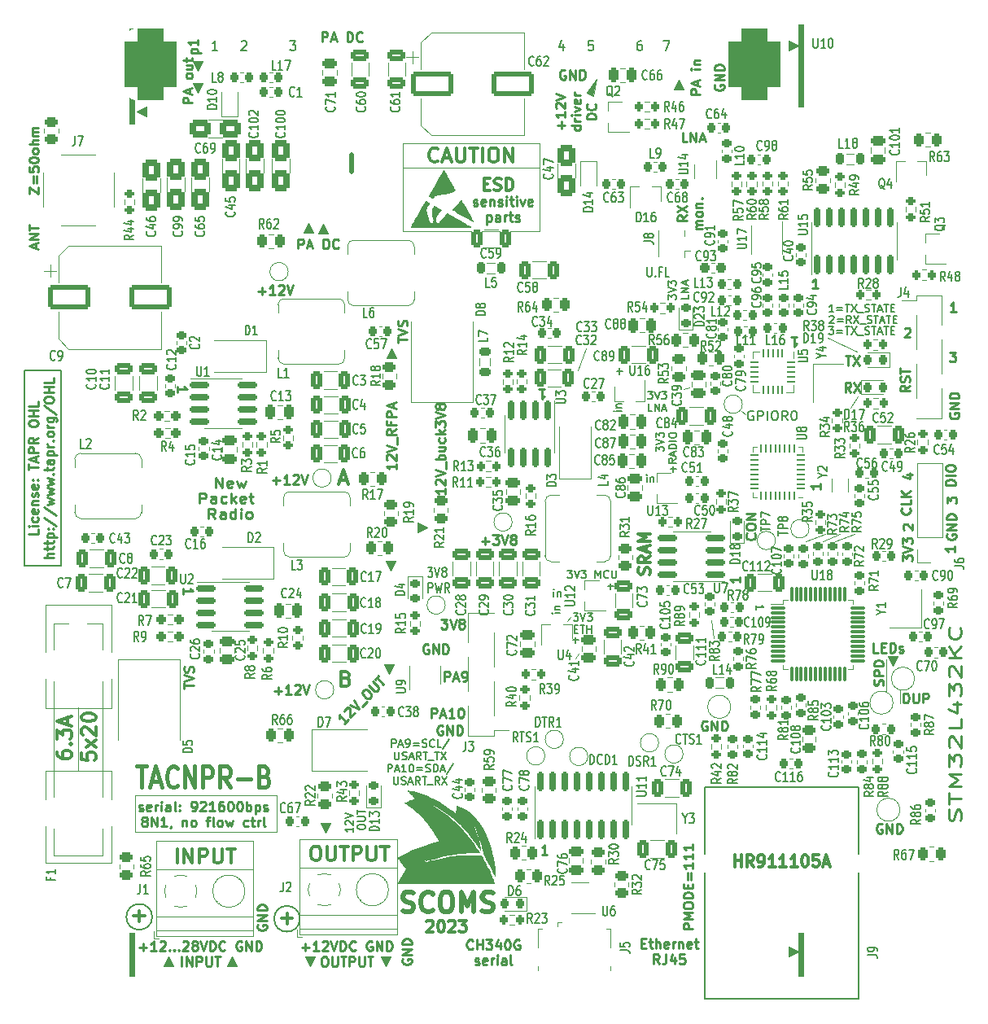
<source format=gto>
G04 #@! TF.GenerationSoftware,KiCad,Pcbnew,6.0.2+dfsg-1*
G04 #@! TF.CreationDate,2023-04-26T18:19:56+03:00*
G04 #@! TF.ProjectId,TACNPR,5441434e-5052-42e6-9b69-6361645f7063,rev?*
G04 #@! TF.SameCoordinates,Original*
G04 #@! TF.FileFunction,Legend,Top*
G04 #@! TF.FilePolarity,Positive*
%FSLAX46Y46*%
G04 Gerber Fmt 4.6, Leading zero omitted, Abs format (unit mm)*
G04 Created by KiCad (PCBNEW 6.0.2+dfsg-1) date 2023-04-26 18:19:56*
%MOMM*%
%LPD*%
G01*
G04 APERTURE LIST*
G04 Aperture macros list*
%AMRoundRect*
0 Rectangle with rounded corners*
0 $1 Rounding radius*
0 $2 $3 $4 $5 $6 $7 $8 $9 X,Y pos of 4 corners*
0 Add a 4 corners polygon primitive as box body*
4,1,4,$2,$3,$4,$5,$6,$7,$8,$9,$2,$3,0*
0 Add four circle primitives for the rounded corners*
1,1,$1+$1,$2,$3*
1,1,$1+$1,$4,$5*
1,1,$1+$1,$6,$7*
1,1,$1+$1,$8,$9*
0 Add four rect primitives between the rounded corners*
20,1,$1+$1,$2,$3,$4,$5,0*
20,1,$1+$1,$4,$5,$6,$7,0*
20,1,$1+$1,$6,$7,$8,$9,0*
20,1,$1+$1,$8,$9,$2,$3,0*%
%AMFreePoly0*
4,1,5,0.900000,-2.000000,-0.900000,-2.000000,-0.900000,2.000000,0.900000,2.000000,0.900000,-2.000000,0.900000,-2.000000,$1*%
G04 Aperture macros list end*
%ADD10C,0.200000*%
%ADD11C,0.100000*%
%ADD12C,0.120000*%
%ADD13C,0.500000*%
%ADD14C,0.250000*%
%ADD15C,0.375000*%
%ADD16C,0.450000*%
%ADD17C,0.300000*%
%ADD18C,0.254000*%
%ADD19C,0.312500*%
%ADD20C,0.187500*%
%ADD21C,0.150000*%
%ADD22C,0.010000*%
%ADD23C,3.250000*%
%ADD24C,1.200000*%
%ADD25C,1.300000*%
%ADD26C,2.000000*%
%ADD27RoundRect,0.225000X-0.225000X-0.250000X0.225000X-0.250000X0.225000X0.250000X-0.225000X0.250000X0*%
%ADD28RoundRect,0.200000X0.275000X-0.200000X0.275000X0.200000X-0.275000X0.200000X-0.275000X-0.200000X0*%
%ADD29RoundRect,0.150000X0.825000X0.150000X-0.825000X0.150000X-0.825000X-0.150000X0.825000X-0.150000X0*%
%ADD30RoundRect,0.225000X0.250000X-0.225000X0.250000X0.225000X-0.250000X0.225000X-0.250000X-0.225000X0*%
%ADD31C,1.500000*%
%ADD32R,2.950000X3.500000*%
%ADD33RoundRect,0.249999X-0.325001X-0.650001X0.325001X-0.650001X0.325001X0.650001X-0.325001X0.650001X0*%
%ADD34RoundRect,0.249999X0.650001X-0.325001X0.650001X0.325001X-0.650001X0.325001X-0.650001X-0.325001X0*%
%ADD35RoundRect,0.218750X-0.256250X0.218750X-0.256250X-0.218750X0.256250X-0.218750X0.256250X0.218750X0*%
%ADD36RoundRect,0.250000X-0.475000X0.250000X-0.475000X-0.250000X0.475000X-0.250000X0.475000X0.250000X0*%
%ADD37R,2.500000X1.800000*%
%ADD38RoundRect,0.237500X0.250000X0.237500X-0.250000X0.237500X-0.250000X-0.237500X0.250000X-0.237500X0*%
%ADD39RoundRect,0.200000X-0.275000X0.200000X-0.275000X-0.200000X0.275000X-0.200000X0.275000X0.200000X0*%
%ADD40RoundRect,0.150000X-0.825000X-0.150000X0.825000X-0.150000X0.825000X0.150000X-0.825000X0.150000X0*%
%ADD41RoundRect,0.249999X0.325001X0.650001X-0.325001X0.650001X-0.325001X-0.650001X0.325001X-0.650001X0*%
%ADD42C,3.900000*%
%ADD43C,7.000000*%
%ADD44RoundRect,0.250000X0.250000X0.475000X-0.250000X0.475000X-0.250000X-0.475000X0.250000X-0.475000X0*%
%ADD45RoundRect,0.218750X0.218750X0.256250X-0.218750X0.256250X-0.218750X-0.256250X0.218750X-0.256250X0*%
%ADD46R,3.500000X2.950000*%
%ADD47RoundRect,0.150000X-0.150000X0.825000X-0.150000X-0.825000X0.150000X-0.825000X0.150000X0.825000X0*%
%ADD48RoundRect,0.200000X0.200000X0.275000X-0.200000X0.275000X-0.200000X-0.275000X0.200000X-0.275000X0*%
%ADD49RoundRect,0.200000X-0.200000X-0.275000X0.200000X-0.275000X0.200000X0.275000X-0.200000X0.275000X0*%
%ADD50RoundRect,0.237500X-0.250000X-0.237500X0.250000X-0.237500X0.250000X0.237500X-0.250000X0.237500X0*%
%ADD51RoundRect,0.249999X0.450001X-0.262501X0.450001X0.262501X-0.450001X0.262501X-0.450001X-0.262501X0*%
%ADD52R,0.650000X1.060000*%
%ADD53RoundRect,0.250000X-1.950000X-1.000000X1.950000X-1.000000X1.950000X1.000000X-1.950000X1.000000X0*%
%ADD54RoundRect,0.225000X0.225000X0.250000X-0.225000X0.250000X-0.225000X-0.250000X0.225000X-0.250000X0*%
%ADD55RoundRect,0.250000X-0.250000X-0.475000X0.250000X-0.475000X0.250000X0.475000X-0.250000X0.475000X0*%
%ADD56RoundRect,0.249999X-0.650001X0.325001X-0.650001X-0.325001X0.650001X-0.325001X0.650001X0.325001X0*%
%ADD57R,1.800000X2.500000*%
%ADD58RoundRect,0.249999X0.262501X0.450001X-0.262501X0.450001X-0.262501X-0.450001X0.262501X-0.450001X0*%
%ADD59RoundRect,0.249999X-0.450001X0.262501X-0.450001X-0.262501X0.450001X-0.262501X0.450001X0.262501X0*%
%ADD60RoundRect,0.218750X0.256250X-0.218750X0.256250X0.218750X-0.256250X0.218750X-0.256250X-0.218750X0*%
%ADD61RoundRect,0.225000X-0.250000X0.225000X-0.250000X-0.225000X0.250000X-0.225000X0.250000X0.225000X0*%
%ADD62C,2.050000*%
%ADD63C,2.250000*%
%ADD64RoundRect,0.250000X0.475000X-0.250000X0.475000X0.250000X-0.475000X0.250000X-0.475000X-0.250000X0*%
%ADD65R,0.900000X0.800000*%
%ADD66RoundRect,0.062500X-0.062500X0.362500X-0.062500X-0.362500X0.062500X-0.362500X0.062500X0.362500X0*%
%ADD67RoundRect,0.062500X-0.362500X0.062500X-0.362500X-0.062500X0.362500X-0.062500X0.362500X0.062500X0*%
%ADD68R,2.600000X2.600000*%
%ADD69FreePoly0,0.000000*%
%ADD70RoundRect,1.375000X-1.375000X-2.375000X1.375000X-2.375000X1.375000X2.375000X-1.375000X2.375000X0*%
%ADD71R,1.400000X1.150000*%
%ADD72R,1.060000X0.650000*%
%ADD73RoundRect,0.150000X0.150000X-0.825000X0.150000X0.825000X-0.150000X0.825000X-0.150000X-0.825000X0*%
%ADD74R,1.700000X1.700000*%
%ADD75O,1.700000X1.700000*%
%ADD76RoundRect,0.249999X-0.262501X-0.450001X0.262501X-0.450001X0.262501X0.450001X-0.262501X0.450001X0*%
%ADD77RoundRect,0.218750X0.381250X-0.218750X0.381250X0.218750X-0.381250X0.218750X-0.381250X-0.218750X0*%
%ADD78RoundRect,0.340200X-0.559800X0.759800X-0.559800X-0.759800X0.559800X-0.759800X0.559800X0.759800X0*%
%ADD79R,0.450000X0.600000*%
%ADD80RoundRect,0.218750X-0.218750X-0.256250X0.218750X-0.256250X0.218750X0.256250X-0.218750X0.256250X0*%
%ADD81R,0.800000X0.900000*%
%ADD82C,2.600000*%
%ADD83R,2.510000X1.000000*%
%ADD84R,0.400000X1.500000*%
%ADD85RoundRect,0.218750X-0.218750X-0.381250X0.218750X-0.381250X0.218750X0.381250X-0.218750X0.381250X0*%
%ADD86RoundRect,0.237500X0.300000X0.237500X-0.300000X0.237500X-0.300000X-0.237500X0.300000X-0.237500X0*%
%ADD87R,1.150000X1.400000*%
%ADD88R,0.650000X1.750000*%
%ADD89R,0.650000X1.000000*%
%ADD90R,3.300000X2.500000*%
%ADD91RoundRect,0.340200X-0.759800X-0.559800X0.759800X-0.559800X0.759800X0.559800X-0.759800X0.559800X0*%
%ADD92RoundRect,0.340200X0.559800X-0.759800X0.559800X0.759800X-0.559800X0.759800X-0.559800X-0.759800X0*%
%ADD93R,1.050000X1.000000*%
%ADD94R,2.200000X1.050000*%
%ADD95C,2.350000*%
%ADD96R,0.400000X1.350000*%
%ADD97O,1.250000X0.950000*%
%ADD98O,0.890000X1.550000*%
%ADD99R,1.500000X1.550000*%
%ADD100R,1.200000X1.550000*%
%ADD101R,2.500000X2.300000*%
%ADD102RoundRect,0.243750X-0.456250X0.243750X-0.456250X-0.243750X0.456250X-0.243750X0.456250X0.243750X0*%
%ADD103RoundRect,0.250000X-0.650000X0.325000X-0.650000X-0.325000X0.650000X-0.325000X0.650000X0.325000X0*%
%ADD104RoundRect,0.250000X-0.325000X-0.650000X0.325000X-0.650000X0.325000X0.650000X-0.325000X0.650000X0*%
%ADD105R,1.800000X1.000000*%
%ADD106RoundRect,0.062500X0.375000X0.062500X-0.375000X0.062500X-0.375000X-0.062500X0.375000X-0.062500X0*%
%ADD107RoundRect,0.062500X0.062500X0.375000X-0.062500X0.375000X-0.062500X-0.375000X0.062500X-0.375000X0*%
%ADD108R,3.450000X3.450000*%
%ADD109RoundRect,0.075000X-0.662500X-0.075000X0.662500X-0.075000X0.662500X0.075000X-0.662500X0.075000X0*%
%ADD110RoundRect,0.075000X-0.075000X-0.662500X0.075000X-0.662500X0.075000X0.662500X-0.075000X0.662500X0*%
%ADD111R,1.200000X1.400000*%
%ADD112RoundRect,0.250000X0.262500X0.450000X-0.262500X0.450000X-0.262500X-0.450000X0.262500X-0.450000X0*%
G04 APERTURE END LIST*
D10*
X102686042Y-129723959D02*
G75*
G03*
X102686042Y-129723959I-1340042J0D01*
G01*
D11*
X100838000Y-135890000D02*
X100330000Y-135890000D01*
X100330000Y-135890000D02*
X100330000Y-131388000D01*
X100330000Y-131388000D02*
X100838000Y-131388000D01*
X100838000Y-131388000D02*
X100838000Y-135890000D01*
G36*
X100838000Y-135890000D02*
G01*
X100330000Y-135890000D01*
X100330000Y-131388000D01*
X100838000Y-131388000D01*
X100838000Y-135890000D01*
G37*
X100838000Y-135890000D02*
X100330000Y-135890000D01*
X100330000Y-131388000D01*
X100838000Y-131388000D01*
X100838000Y-135890000D01*
X170434000Y-45466000D02*
X169926000Y-45466000D01*
X169926000Y-45466000D02*
X169926000Y-36900000D01*
X169926000Y-36900000D02*
X170434000Y-36900000D01*
X170434000Y-36900000D02*
X170434000Y-45466000D01*
G36*
X170434000Y-45466000D02*
G01*
X169926000Y-45466000D01*
X169926000Y-36900000D01*
X170434000Y-36900000D01*
X170434000Y-45466000D01*
G37*
X170434000Y-45466000D02*
X169926000Y-45466000D01*
X169926000Y-36900000D01*
X170434000Y-36900000D01*
X170434000Y-45466000D01*
X170406810Y-135864500D02*
X169898810Y-135864500D01*
X169898810Y-135864500D02*
X169898810Y-131362500D01*
X169898810Y-131362500D02*
X170406810Y-131362500D01*
X170406810Y-131362500D02*
X170406810Y-135864500D01*
G36*
X170406810Y-135864500D02*
G01*
X169898810Y-135864500D01*
X169898810Y-131362500D01*
X170406810Y-131362500D01*
X170406810Y-135864500D01*
G37*
X170406810Y-135864500D02*
X169898810Y-135864500D01*
X169898810Y-131362500D01*
X170406810Y-131362500D01*
X170406810Y-135864500D01*
D10*
X118053042Y-129921000D02*
G75*
G03*
X118053042Y-129921000I-1340042J0D01*
G01*
D11*
X110998000Y-133858000D02*
X111506000Y-134874000D01*
X111506000Y-134874000D02*
X110490000Y-134874000D01*
X110490000Y-134874000D02*
X110998000Y-133858000D01*
G36*
X111506000Y-134874000D02*
G01*
X110490000Y-134874000D01*
X110998000Y-133858000D01*
X111506000Y-134874000D01*
G37*
X111506000Y-134874000D02*
X110490000Y-134874000D01*
X110998000Y-133858000D01*
X111506000Y-134874000D01*
X104394000Y-133858000D02*
X104902000Y-134874000D01*
X104902000Y-134874000D02*
X103886000Y-134874000D01*
X103886000Y-134874000D02*
X104394000Y-133858000D01*
G36*
X104902000Y-134874000D02*
G01*
X103886000Y-134874000D01*
X104394000Y-133858000D01*
X104902000Y-134874000D01*
G37*
X104902000Y-134874000D02*
X103886000Y-134874000D01*
X104394000Y-133858000D01*
X104902000Y-134874000D01*
X119126000Y-134874000D02*
X118618000Y-133858000D01*
X118618000Y-133858000D02*
X119634000Y-133858000D01*
X119634000Y-133858000D02*
X119126000Y-134874000D01*
G36*
X119126000Y-134874000D02*
G01*
X118618000Y-133858000D01*
X119634000Y-133858000D01*
X119126000Y-134874000D01*
G37*
X119126000Y-134874000D02*
X118618000Y-133858000D01*
X119634000Y-133858000D01*
X119126000Y-134874000D01*
X127000000Y-134874000D02*
X126492000Y-133858000D01*
X126492000Y-133858000D02*
X127508000Y-133858000D01*
X127508000Y-133858000D02*
X127000000Y-134874000D01*
G36*
X127000000Y-134874000D02*
G01*
X126492000Y-133858000D01*
X127508000Y-133858000D01*
X127000000Y-134874000D01*
G37*
X127000000Y-134874000D02*
X126492000Y-133858000D01*
X127508000Y-133858000D01*
X127000000Y-134874000D01*
X169926000Y-39116000D02*
X168910000Y-39624000D01*
X168910000Y-39624000D02*
X168910000Y-38608000D01*
X168910000Y-38608000D02*
X169926000Y-39116000D01*
G36*
X169926000Y-39116000D02*
G01*
X168910000Y-39624000D01*
X168910000Y-38608000D01*
X169926000Y-39116000D01*
G37*
X169926000Y-39116000D02*
X168910000Y-39624000D01*
X168910000Y-38608000D01*
X169926000Y-39116000D01*
X169926000Y-133350000D02*
X168910000Y-133858000D01*
X168910000Y-133858000D02*
X168910000Y-132842000D01*
X168910000Y-132842000D02*
X169926000Y-133350000D01*
G36*
X169926000Y-133350000D02*
G01*
X168910000Y-133858000D01*
X168910000Y-132842000D01*
X169926000Y-133350000D01*
G37*
X169926000Y-133350000D02*
X168910000Y-133858000D01*
X168910000Y-132842000D01*
X169926000Y-133350000D01*
X100838000Y-47244000D02*
X100330000Y-47244000D01*
X100330000Y-47244000D02*
X100330000Y-37338000D01*
X100330000Y-37338000D02*
X100838000Y-37338000D01*
X100838000Y-37338000D02*
X100838000Y-47244000D01*
G36*
X100838000Y-47244000D02*
G01*
X100330000Y-47244000D01*
X100330000Y-37338000D01*
X100838000Y-37338000D01*
X100838000Y-47244000D01*
G37*
X100838000Y-47244000D02*
X100330000Y-47244000D01*
X100330000Y-37338000D01*
X100838000Y-37338000D01*
X100838000Y-47244000D01*
X120459500Y-57658000D02*
X120967500Y-58674000D01*
X120967500Y-58674000D02*
X119951500Y-58674000D01*
X119951500Y-58674000D02*
X120459500Y-57658000D01*
G36*
X120967500Y-58674000D02*
G01*
X119951500Y-58674000D01*
X120459500Y-57658000D01*
X120967500Y-58674000D01*
G37*
X120967500Y-58674000D02*
X119951500Y-58674000D01*
X120459500Y-57658000D01*
X120967500Y-58674000D01*
X118935500Y-57594500D02*
X119443500Y-58610500D01*
X119443500Y-58610500D02*
X118427500Y-58610500D01*
X118427500Y-58610500D02*
X118935500Y-57594500D01*
G36*
X119443500Y-58610500D02*
G01*
X118427500Y-58610500D01*
X118935500Y-57594500D01*
X119443500Y-58610500D01*
G37*
X119443500Y-58610500D02*
X118427500Y-58610500D01*
X118935500Y-57594500D01*
X119443500Y-58610500D01*
X101092000Y-45974000D02*
X102108000Y-45466000D01*
X102108000Y-45466000D02*
X102108000Y-46482000D01*
X102108000Y-46482000D02*
X101092000Y-45974000D01*
G36*
X102108000Y-46482000D02*
G01*
X101092000Y-45974000D01*
X102108000Y-45466000D01*
X102108000Y-46482000D01*
G37*
X102108000Y-46482000D02*
X101092000Y-45974000D01*
X102108000Y-45466000D01*
X102108000Y-46482000D01*
X107442000Y-41757600D02*
X106934000Y-40741600D01*
X106934000Y-40741600D02*
X107950000Y-40741600D01*
X107950000Y-40741600D02*
X107442000Y-41757600D01*
G36*
X107442000Y-41757600D02*
G01*
X106934000Y-40741600D01*
X107950000Y-40741600D01*
X107442000Y-41757600D01*
G37*
X107442000Y-41757600D02*
X106934000Y-40741600D01*
X107950000Y-40741600D01*
X107442000Y-41757600D01*
X107442000Y-44043600D02*
X106934000Y-43027600D01*
X106934000Y-43027600D02*
X107950000Y-43027600D01*
X107950000Y-43027600D02*
X107442000Y-44043600D01*
G36*
X107442000Y-44043600D02*
G01*
X106934000Y-43027600D01*
X107950000Y-43027600D01*
X107442000Y-44043600D01*
G37*
X107442000Y-44043600D02*
X106934000Y-43027600D01*
X107950000Y-43027600D01*
X107442000Y-44043600D01*
X157480000Y-42672000D02*
X157988000Y-43688000D01*
X157988000Y-43688000D02*
X156972000Y-43688000D01*
X156972000Y-43688000D02*
X157480000Y-42672000D01*
G36*
X157988000Y-43688000D02*
G01*
X156972000Y-43688000D01*
X157480000Y-42672000D01*
X157988000Y-43688000D01*
G37*
X157988000Y-43688000D02*
X156972000Y-43688000D01*
X157480000Y-42672000D01*
X157988000Y-43688000D01*
X120751600Y-121005600D02*
X120243600Y-119989600D01*
X120243600Y-119989600D02*
X121259600Y-119989600D01*
X121259600Y-119989600D02*
X120751600Y-121005600D01*
G36*
X120751600Y-121005600D02*
G01*
X120243600Y-119989600D01*
X121259600Y-119989600D01*
X120751600Y-121005600D01*
G37*
X120751600Y-121005600D02*
X120243600Y-119989600D01*
X121259600Y-119989600D01*
X120751600Y-121005600D01*
X127508000Y-93726000D02*
X127000000Y-92710000D01*
X127000000Y-92710000D02*
X128016000Y-92710000D01*
X128016000Y-92710000D02*
X127508000Y-93726000D01*
G36*
X127508000Y-93726000D02*
G01*
X127000000Y-92710000D01*
X128016000Y-92710000D01*
X127508000Y-93726000D01*
G37*
X127508000Y-93726000D02*
X127000000Y-92710000D01*
X128016000Y-92710000D01*
X127508000Y-93726000D01*
X127304800Y-104495600D02*
X126796800Y-103479600D01*
X126796800Y-103479600D02*
X127812800Y-103479600D01*
X127812800Y-103479600D02*
X127304800Y-104495600D01*
G36*
X127304800Y-104495600D02*
G01*
X126796800Y-103479600D01*
X127812800Y-103479600D01*
X127304800Y-104495600D01*
G37*
X127304800Y-104495600D02*
X126796800Y-103479600D01*
X127812800Y-103479600D01*
X127304800Y-104495600D01*
D12*
X180492000Y-107516000D02*
X180492000Y-106186000D01*
X100888800Y-117094000D02*
X115671600Y-117094000D01*
X115671600Y-117094000D02*
X115671600Y-120904000D01*
X115671600Y-120904000D02*
X100888800Y-120904000D01*
X100888800Y-120904000D02*
X100888800Y-117094000D01*
X146964400Y-72847200D02*
X147828000Y-70612000D01*
X143002000Y-58420000D02*
X143002000Y-49276000D01*
X128778000Y-50546000D02*
X128778000Y-58420000D01*
X146682000Y-102851000D02*
X147057000Y-102376000D01*
X179062000Y-102946000D02*
X179062000Y-106316000D01*
X146232000Y-98551000D02*
X145857000Y-98976000D01*
D11*
X131348000Y-89218000D02*
X130332000Y-89726000D01*
X130332000Y-89726000D02*
X130332000Y-88710000D01*
X130332000Y-88710000D02*
X131348000Y-89218000D01*
G36*
X131348000Y-89218000D02*
G01*
X130332000Y-89726000D01*
X130332000Y-88710000D01*
X131348000Y-89218000D01*
G37*
X131348000Y-89218000D02*
X130332000Y-89726000D01*
X130332000Y-88710000D01*
X131348000Y-89218000D01*
D12*
X174244000Y-89916000D02*
X172466000Y-90678000D01*
D11*
X127590000Y-70635000D02*
X128098000Y-71651000D01*
X128098000Y-71651000D02*
X127082000Y-71651000D01*
X127082000Y-71651000D02*
X127590000Y-70635000D01*
G36*
X128098000Y-71651000D02*
G01*
X127082000Y-71651000D01*
X127590000Y-70635000D01*
X128098000Y-71651000D01*
G37*
X128098000Y-71651000D02*
X127082000Y-71651000D01*
X127590000Y-70635000D01*
X128098000Y-71651000D01*
D12*
X128778000Y-49276000D02*
X128778000Y-50546000D01*
X163982000Y-77151000D02*
X164407000Y-77476000D01*
X175361600Y-76809600D02*
X176123600Y-75590400D01*
D11*
X148894800Y-42570400D02*
X148590000Y-44348400D01*
X148590000Y-44348400D02*
X147878800Y-44043600D01*
X147878800Y-44043600D02*
X148894800Y-42570400D01*
G36*
X148590000Y-44348400D02*
G01*
X147878800Y-44043600D01*
X148894800Y-42570400D01*
X148590000Y-44348400D01*
G37*
X148590000Y-44348400D02*
X147878800Y-44043600D01*
X148894800Y-42570400D01*
X148590000Y-44348400D01*
D13*
X123474480Y-52184300D02*
X123474480Y-50441860D01*
D12*
X163756340Y-67416680D02*
X163736020Y-67416680D01*
X172720000Y-89916000D02*
X170688000Y-90678000D01*
X160892000Y-98866000D02*
X161132000Y-100776000D01*
D11*
X179770000Y-103592000D02*
X179262000Y-102576000D01*
X179262000Y-102576000D02*
X180278000Y-102576000D01*
X180278000Y-102576000D02*
X179770000Y-103592000D01*
G36*
X179770000Y-103592000D02*
G01*
X179262000Y-102576000D01*
X180278000Y-102576000D01*
X179770000Y-103592000D01*
G37*
X179770000Y-103592000D02*
X179262000Y-102576000D01*
X180278000Y-102576000D01*
X179770000Y-103592000D01*
D12*
X158007000Y-74851000D02*
X158532000Y-74626000D01*
X172974000Y-69494400D02*
X176022000Y-70916800D01*
X175768000Y-89916000D02*
X173736000Y-90678000D01*
X128778000Y-49276000D02*
X143002000Y-49276000D01*
X143002000Y-49276000D02*
X143002000Y-51816000D01*
X143002000Y-51816000D02*
X128778000Y-51816000D01*
X128778000Y-51816000D02*
X128778000Y-49276000D01*
X143002000Y-49276000D02*
X128778000Y-49276000D01*
X128778000Y-58420000D02*
X143002000Y-58420000D01*
D10*
X89408000Y-72898000D02*
X93218000Y-72898000D01*
X93218000Y-72898000D02*
X93218000Y-93218000D01*
X93218000Y-93218000D02*
X89408000Y-93218000D01*
X89408000Y-93218000D02*
X89408000Y-72898000D01*
D14*
X101362666Y-132870428D02*
X102124571Y-132870428D01*
X101743619Y-133251380D02*
X101743619Y-132489476D01*
X103124571Y-133251380D02*
X102553142Y-133251380D01*
X102838857Y-133251380D02*
X102838857Y-132251380D01*
X102743619Y-132394238D01*
X102648380Y-132489476D01*
X102553142Y-132537095D01*
X103505523Y-132346619D02*
X103553142Y-132299000D01*
X103648380Y-132251380D01*
X103886476Y-132251380D01*
X103981714Y-132299000D01*
X104029333Y-132346619D01*
X104076952Y-132441857D01*
X104076952Y-132537095D01*
X104029333Y-132679952D01*
X103457904Y-133251380D01*
X104076952Y-133251380D01*
X104505523Y-133156142D02*
X104553142Y-133203761D01*
X104505523Y-133251380D01*
X104457904Y-133203761D01*
X104505523Y-133156142D01*
X104505523Y-133251380D01*
X104981714Y-133156142D02*
X105029333Y-133203761D01*
X104981714Y-133251380D01*
X104934095Y-133203761D01*
X104981714Y-133156142D01*
X104981714Y-133251380D01*
X105457904Y-133156142D02*
X105505523Y-133203761D01*
X105457904Y-133251380D01*
X105410285Y-133203761D01*
X105457904Y-133156142D01*
X105457904Y-133251380D01*
X105886476Y-132346619D02*
X105934095Y-132299000D01*
X106029333Y-132251380D01*
X106267428Y-132251380D01*
X106362666Y-132299000D01*
X106410285Y-132346619D01*
X106457904Y-132441857D01*
X106457904Y-132537095D01*
X106410285Y-132679952D01*
X105838857Y-133251380D01*
X106457904Y-133251380D01*
X107029333Y-132679952D02*
X106934095Y-132632333D01*
X106886476Y-132584714D01*
X106838857Y-132489476D01*
X106838857Y-132441857D01*
X106886476Y-132346619D01*
X106934095Y-132299000D01*
X107029333Y-132251380D01*
X107219809Y-132251380D01*
X107315047Y-132299000D01*
X107362666Y-132346619D01*
X107410285Y-132441857D01*
X107410285Y-132489476D01*
X107362666Y-132584714D01*
X107315047Y-132632333D01*
X107219809Y-132679952D01*
X107029333Y-132679952D01*
X106934095Y-132727571D01*
X106886476Y-132775190D01*
X106838857Y-132870428D01*
X106838857Y-133060904D01*
X106886476Y-133156142D01*
X106934095Y-133203761D01*
X107029333Y-133251380D01*
X107219809Y-133251380D01*
X107315047Y-133203761D01*
X107362666Y-133156142D01*
X107410285Y-133060904D01*
X107410285Y-132870428D01*
X107362666Y-132775190D01*
X107315047Y-132727571D01*
X107219809Y-132679952D01*
X107696000Y-132251380D02*
X108029333Y-133251380D01*
X108362666Y-132251380D01*
X108696000Y-133251380D02*
X108696000Y-132251380D01*
X108934095Y-132251380D01*
X109076952Y-132299000D01*
X109172190Y-132394238D01*
X109219809Y-132489476D01*
X109267428Y-132679952D01*
X109267428Y-132822809D01*
X109219809Y-133013285D01*
X109172190Y-133108523D01*
X109076952Y-133203761D01*
X108934095Y-133251380D01*
X108696000Y-133251380D01*
X110267428Y-133156142D02*
X110219809Y-133203761D01*
X110076952Y-133251380D01*
X109981714Y-133251380D01*
X109838857Y-133203761D01*
X109743619Y-133108523D01*
X109696000Y-133013285D01*
X109648380Y-132822809D01*
X109648380Y-132679952D01*
X109696000Y-132489476D01*
X109743619Y-132394238D01*
X109838857Y-132299000D01*
X109981714Y-132251380D01*
X110076952Y-132251380D01*
X110219809Y-132299000D01*
X110267428Y-132346619D01*
X111981714Y-132299000D02*
X111886476Y-132251380D01*
X111743619Y-132251380D01*
X111600761Y-132299000D01*
X111505523Y-132394238D01*
X111457904Y-132489476D01*
X111410285Y-132679952D01*
X111410285Y-132822809D01*
X111457904Y-133013285D01*
X111505523Y-133108523D01*
X111600761Y-133203761D01*
X111743619Y-133251380D01*
X111838857Y-133251380D01*
X111981714Y-133203761D01*
X112029333Y-133156142D01*
X112029333Y-132822809D01*
X111838857Y-132822809D01*
X112457904Y-133251380D02*
X112457904Y-132251380D01*
X113029333Y-133251380D01*
X113029333Y-132251380D01*
X113505523Y-133251380D02*
X113505523Y-132251380D01*
X113743619Y-132251380D01*
X113886476Y-132299000D01*
X113981714Y-132394238D01*
X114029333Y-132489476D01*
X114076952Y-132679952D01*
X114076952Y-132822809D01*
X114029333Y-133013285D01*
X113981714Y-133108523D01*
X113886476Y-133203761D01*
X113743619Y-133251380D01*
X113505523Y-133251380D01*
X105767428Y-134861380D02*
X105767428Y-133861380D01*
X106243619Y-134861380D02*
X106243619Y-133861380D01*
X106815047Y-134861380D01*
X106815047Y-133861380D01*
X107291238Y-134861380D02*
X107291238Y-133861380D01*
X107672190Y-133861380D01*
X107767428Y-133909000D01*
X107815047Y-133956619D01*
X107862666Y-134051857D01*
X107862666Y-134194714D01*
X107815047Y-134289952D01*
X107767428Y-134337571D01*
X107672190Y-134385190D01*
X107291238Y-134385190D01*
X108291238Y-133861380D02*
X108291238Y-134670904D01*
X108338857Y-134766142D01*
X108386476Y-134813761D01*
X108481714Y-134861380D01*
X108672190Y-134861380D01*
X108767428Y-134813761D01*
X108815047Y-134766142D01*
X108862666Y-134670904D01*
X108862666Y-133861380D01*
X109196000Y-133861380D02*
X109767428Y-133861380D01*
X109481714Y-134861380D02*
X109481714Y-133861380D01*
X128059380Y-82583142D02*
X128059380Y-83154571D01*
X128059380Y-82868857D02*
X127059380Y-82868857D01*
X127202238Y-82964095D01*
X127297476Y-83059333D01*
X127345095Y-83154571D01*
X127154619Y-82202190D02*
X127107000Y-82154571D01*
X127059380Y-82059333D01*
X127059380Y-81821238D01*
X127107000Y-81726000D01*
X127154619Y-81678380D01*
X127249857Y-81630761D01*
X127345095Y-81630761D01*
X127487952Y-81678380D01*
X128059380Y-82249809D01*
X128059380Y-81630761D01*
X127059380Y-81345047D02*
X128059380Y-81011714D01*
X127059380Y-80678380D01*
X128154619Y-80583142D02*
X128154619Y-79821238D01*
X128059380Y-79011714D02*
X127583190Y-79345047D01*
X128059380Y-79583142D02*
X127059380Y-79583142D01*
X127059380Y-79202190D01*
X127107000Y-79106952D01*
X127154619Y-79059333D01*
X127249857Y-79011714D01*
X127392714Y-79011714D01*
X127487952Y-79059333D01*
X127535571Y-79106952D01*
X127583190Y-79202190D01*
X127583190Y-79583142D01*
X127535571Y-78249809D02*
X127535571Y-78583142D01*
X128059380Y-78583142D02*
X127059380Y-78583142D01*
X127059380Y-78106952D01*
X128059380Y-77726000D02*
X127059380Y-77726000D01*
X127059380Y-77345047D01*
X127107000Y-77249809D01*
X127154619Y-77202190D01*
X127249857Y-77154571D01*
X127392714Y-77154571D01*
X127487952Y-77202190D01*
X127535571Y-77249809D01*
X127583190Y-77345047D01*
X127583190Y-77726000D01*
X127773666Y-76773619D02*
X127773666Y-76297428D01*
X128059380Y-76868857D02*
X127059380Y-76535523D01*
X128059380Y-76202190D01*
D15*
X100774571Y-129647142D02*
X101917428Y-129647142D01*
X101346000Y-130218571D02*
X101346000Y-129075714D01*
D14*
X115395095Y-106197428D02*
X116157000Y-106197428D01*
X115776047Y-106578380D02*
X115776047Y-105816476D01*
X117157000Y-106578380D02*
X116585571Y-106578380D01*
X116871285Y-106578380D02*
X116871285Y-105578380D01*
X116776047Y-105721238D01*
X116680809Y-105816476D01*
X116585571Y-105864095D01*
X117537952Y-105673619D02*
X117585571Y-105626000D01*
X117680809Y-105578380D01*
X117918904Y-105578380D01*
X118014142Y-105626000D01*
X118061761Y-105673619D01*
X118109380Y-105768857D01*
X118109380Y-105864095D01*
X118061761Y-106006952D01*
X117490333Y-106578380D01*
X118109380Y-106578380D01*
X118395095Y-105578380D02*
X118728428Y-106578380D01*
X119061761Y-105578380D01*
X115220095Y-84347428D02*
X115982000Y-84347428D01*
X115601047Y-84728380D02*
X115601047Y-83966476D01*
X116982000Y-84728380D02*
X116410571Y-84728380D01*
X116696285Y-84728380D02*
X116696285Y-83728380D01*
X116601047Y-83871238D01*
X116505809Y-83966476D01*
X116410571Y-84014095D01*
X117362952Y-83823619D02*
X117410571Y-83776000D01*
X117505809Y-83728380D01*
X117743904Y-83728380D01*
X117839142Y-83776000D01*
X117886761Y-83823619D01*
X117934380Y-83918857D01*
X117934380Y-84014095D01*
X117886761Y-84156952D01*
X117315333Y-84728380D01*
X117934380Y-84728380D01*
X118220095Y-83728380D02*
X118553428Y-84728380D01*
X118886761Y-83728380D01*
X133167380Y-85145047D02*
X133167380Y-85716476D01*
X133167380Y-85430761D02*
X132167380Y-85430761D01*
X132310238Y-85526000D01*
X132405476Y-85621238D01*
X132453095Y-85716476D01*
X132262619Y-84764095D02*
X132215000Y-84716476D01*
X132167380Y-84621238D01*
X132167380Y-84383142D01*
X132215000Y-84287904D01*
X132262619Y-84240285D01*
X132357857Y-84192666D01*
X132453095Y-84192666D01*
X132595952Y-84240285D01*
X133167380Y-84811714D01*
X133167380Y-84192666D01*
X132167380Y-83906952D02*
X133167380Y-83573619D01*
X132167380Y-83240285D01*
X133262619Y-83145047D02*
X133262619Y-82383142D01*
X133167380Y-82145047D02*
X132167380Y-82145047D01*
X132548333Y-82145047D02*
X132500714Y-82049809D01*
X132500714Y-81859333D01*
X132548333Y-81764095D01*
X132595952Y-81716476D01*
X132691190Y-81668857D01*
X132976904Y-81668857D01*
X133072142Y-81716476D01*
X133119761Y-81764095D01*
X133167380Y-81859333D01*
X133167380Y-82049809D01*
X133119761Y-82145047D01*
X132500714Y-80811714D02*
X133167380Y-80811714D01*
X132500714Y-81240285D02*
X133024523Y-81240285D01*
X133119761Y-81192666D01*
X133167380Y-81097428D01*
X133167380Y-80954571D01*
X133119761Y-80859333D01*
X133072142Y-80811714D01*
X133119761Y-79906952D02*
X133167380Y-80002190D01*
X133167380Y-80192666D01*
X133119761Y-80287904D01*
X133072142Y-80335523D01*
X132976904Y-80383142D01*
X132691190Y-80383142D01*
X132595952Y-80335523D01*
X132548333Y-80287904D01*
X132500714Y-80192666D01*
X132500714Y-80002190D01*
X132548333Y-79906952D01*
X133167380Y-79478380D02*
X132167380Y-79478380D01*
X132786428Y-79383142D02*
X133167380Y-79097428D01*
X132500714Y-79097428D02*
X132881666Y-79478380D01*
X132167380Y-78764095D02*
X132167380Y-78145047D01*
X132548333Y-78478380D01*
X132548333Y-78335523D01*
X132595952Y-78240285D01*
X132643571Y-78192666D01*
X132738809Y-78145047D01*
X132976904Y-78145047D01*
X133072142Y-78192666D01*
X133119761Y-78240285D01*
X133167380Y-78335523D01*
X133167380Y-78621238D01*
X133119761Y-78716476D01*
X133072142Y-78764095D01*
X132167380Y-77859333D02*
X133167380Y-77526000D01*
X132167380Y-77192666D01*
X132595952Y-76716476D02*
X132548333Y-76811714D01*
X132500714Y-76859333D01*
X132405476Y-76906952D01*
X132357857Y-76906952D01*
X132262619Y-76859333D01*
X132215000Y-76811714D01*
X132167380Y-76716476D01*
X132167380Y-76526000D01*
X132215000Y-76430761D01*
X132262619Y-76383142D01*
X132357857Y-76335523D01*
X132405476Y-76335523D01*
X132500714Y-76383142D01*
X132548333Y-76430761D01*
X132595952Y-76526000D01*
X132595952Y-76716476D01*
X132643571Y-76811714D01*
X132691190Y-76859333D01*
X132786428Y-76906952D01*
X132976904Y-76906952D01*
X133072142Y-76859333D01*
X133119761Y-76811714D01*
X133167380Y-76716476D01*
X133167380Y-76526000D01*
X133119761Y-76430761D01*
X133072142Y-76383142D01*
X132976904Y-76335523D01*
X132786428Y-76335523D01*
X132691190Y-76383142D01*
X132643571Y-76430761D01*
X132595952Y-76526000D01*
D16*
X101098728Y-114060438D02*
X102127300Y-114060438D01*
X101613014Y-116260438D02*
X101613014Y-114060438D01*
X102641585Y-115631866D02*
X103498728Y-115631866D01*
X102470157Y-116260438D02*
X103070157Y-114060438D01*
X103670157Y-116260438D01*
X105298728Y-116050914D02*
X105213014Y-116155676D01*
X104955871Y-116260438D01*
X104784442Y-116260438D01*
X104527300Y-116155676D01*
X104355871Y-115946152D01*
X104270157Y-115736628D01*
X104184442Y-115317580D01*
X104184442Y-115003295D01*
X104270157Y-114584247D01*
X104355871Y-114374723D01*
X104527300Y-114165200D01*
X104784442Y-114060438D01*
X104955871Y-114060438D01*
X105213014Y-114165200D01*
X105298728Y-114269961D01*
X106070157Y-116260438D02*
X106070157Y-114060438D01*
X107098728Y-116260438D01*
X107098728Y-114060438D01*
X107955871Y-116260438D02*
X107955871Y-114060438D01*
X108641585Y-114060438D01*
X108813014Y-114165200D01*
X108898728Y-114269961D01*
X108984442Y-114479485D01*
X108984442Y-114793771D01*
X108898728Y-115003295D01*
X108813014Y-115108057D01*
X108641585Y-115212819D01*
X107955871Y-115212819D01*
X110784442Y-116260438D02*
X110184442Y-115212819D01*
X109755871Y-116260438D02*
X109755871Y-114060438D01*
X110441585Y-114060438D01*
X110613014Y-114165200D01*
X110698728Y-114269961D01*
X110784442Y-114479485D01*
X110784442Y-114793771D01*
X110698728Y-115003295D01*
X110613014Y-115108057D01*
X110441585Y-115212819D01*
X109755871Y-115212819D01*
X111555871Y-115422342D02*
X112927300Y-115422342D01*
X114384442Y-115108057D02*
X114641585Y-115212819D01*
X114727300Y-115317580D01*
X114813014Y-115527104D01*
X114813014Y-115841390D01*
X114727300Y-116050914D01*
X114641585Y-116155676D01*
X114470157Y-116260438D01*
X113784442Y-116260438D01*
X113784442Y-114060438D01*
X114384442Y-114060438D01*
X114555871Y-114165200D01*
X114641585Y-114269961D01*
X114727300Y-114479485D01*
X114727300Y-114689009D01*
X114641585Y-114898533D01*
X114555871Y-115003295D01*
X114384442Y-115108057D01*
X113784442Y-115108057D01*
D15*
X92777571Y-112553571D02*
X92777571Y-112839285D01*
X92849000Y-112982142D01*
X92920428Y-113053571D01*
X93134714Y-113196428D01*
X93420428Y-113267857D01*
X93991857Y-113267857D01*
X94134714Y-113196428D01*
X94206142Y-113125000D01*
X94277571Y-112982142D01*
X94277571Y-112696428D01*
X94206142Y-112553571D01*
X94134714Y-112482142D01*
X93991857Y-112410714D01*
X93634714Y-112410714D01*
X93491857Y-112482142D01*
X93420428Y-112553571D01*
X93349000Y-112696428D01*
X93349000Y-112982142D01*
X93420428Y-113125000D01*
X93491857Y-113196428D01*
X93634714Y-113267857D01*
X94134714Y-111767857D02*
X94206142Y-111696428D01*
X94277571Y-111767857D01*
X94206142Y-111839285D01*
X94134714Y-111767857D01*
X94277571Y-111767857D01*
X92777571Y-111196428D02*
X92777571Y-110267857D01*
X93349000Y-110767857D01*
X93349000Y-110553571D01*
X93420428Y-110410714D01*
X93491857Y-110339285D01*
X93634714Y-110267857D01*
X93991857Y-110267857D01*
X94134714Y-110339285D01*
X94206142Y-110410714D01*
X94277571Y-110553571D01*
X94277571Y-110982142D01*
X94206142Y-111125000D01*
X94134714Y-111196428D01*
X93849000Y-109696428D02*
X93849000Y-108982142D01*
X94277571Y-109839285D02*
X92777571Y-109339285D01*
X94277571Y-108839285D01*
X95317571Y-112676571D02*
X95317571Y-113390857D01*
X96031857Y-113462285D01*
X95960428Y-113390857D01*
X95889000Y-113248000D01*
X95889000Y-112890857D01*
X95960428Y-112748000D01*
X96031857Y-112676571D01*
X96174714Y-112605142D01*
X96531857Y-112605142D01*
X96674714Y-112676571D01*
X96746142Y-112748000D01*
X96817571Y-112890857D01*
X96817571Y-113248000D01*
X96746142Y-113390857D01*
X96674714Y-113462285D01*
X96817571Y-112105142D02*
X95817571Y-111319428D01*
X95817571Y-112105142D02*
X96817571Y-111319428D01*
X95460428Y-110819428D02*
X95389000Y-110748000D01*
X95317571Y-110605142D01*
X95317571Y-110248000D01*
X95389000Y-110105142D01*
X95460428Y-110033714D01*
X95603285Y-109962285D01*
X95746142Y-109962285D01*
X95960428Y-110033714D01*
X96817571Y-110890857D01*
X96817571Y-109962285D01*
X95317571Y-109033714D02*
X95317571Y-108890857D01*
X95389000Y-108748000D01*
X95460428Y-108676571D01*
X95603285Y-108605142D01*
X95889000Y-108533714D01*
X96246142Y-108533714D01*
X96531857Y-108605142D01*
X96674714Y-108676571D01*
X96746142Y-108748000D01*
X96817571Y-108890857D01*
X96817571Y-109033714D01*
X96746142Y-109176571D01*
X96674714Y-109248000D01*
X96531857Y-109319428D01*
X96246142Y-109390857D01*
X95889000Y-109390857D01*
X95603285Y-109319428D01*
X95460428Y-109248000D01*
X95389000Y-109176571D01*
X95317571Y-109033714D01*
X105311142Y-124122571D02*
X105311142Y-122622571D01*
X106025428Y-124122571D02*
X106025428Y-122622571D01*
X106882571Y-124122571D01*
X106882571Y-122622571D01*
X107596857Y-124122571D02*
X107596857Y-122622571D01*
X108168285Y-122622571D01*
X108311142Y-122694000D01*
X108382571Y-122765428D01*
X108454000Y-122908285D01*
X108454000Y-123122571D01*
X108382571Y-123265428D01*
X108311142Y-123336857D01*
X108168285Y-123408285D01*
X107596857Y-123408285D01*
X109096857Y-122622571D02*
X109096857Y-123836857D01*
X109168285Y-123979714D01*
X109239714Y-124051142D01*
X109382571Y-124122571D01*
X109668285Y-124122571D01*
X109811142Y-124051142D01*
X109882571Y-123979714D01*
X109954000Y-123836857D01*
X109954000Y-122622571D01*
X110454000Y-122622571D02*
X111311142Y-122622571D01*
X110882571Y-124122571D02*
X110882571Y-122622571D01*
D10*
X131359085Y-93389380D02*
X131854323Y-93389380D01*
X131587657Y-93770333D01*
X131701942Y-93770333D01*
X131778133Y-93817952D01*
X131816228Y-93865571D01*
X131854323Y-93960809D01*
X131854323Y-94198904D01*
X131816228Y-94294142D01*
X131778133Y-94341761D01*
X131701942Y-94389380D01*
X131473371Y-94389380D01*
X131397180Y-94341761D01*
X131359085Y-94294142D01*
X132082895Y-93389380D02*
X132349561Y-94389380D01*
X132616228Y-93389380D01*
X132997180Y-93817952D02*
X132920990Y-93770333D01*
X132882895Y-93722714D01*
X132844800Y-93627476D01*
X132844800Y-93579857D01*
X132882895Y-93484619D01*
X132920990Y-93437000D01*
X132997180Y-93389380D01*
X133149561Y-93389380D01*
X133225752Y-93437000D01*
X133263847Y-93484619D01*
X133301942Y-93579857D01*
X133301942Y-93627476D01*
X133263847Y-93722714D01*
X133225752Y-93770333D01*
X133149561Y-93817952D01*
X132997180Y-93817952D01*
X132920990Y-93865571D01*
X132882895Y-93913190D01*
X132844800Y-94008428D01*
X132844800Y-94198904D01*
X132882895Y-94294142D01*
X132920990Y-94341761D01*
X132997180Y-94389380D01*
X133149561Y-94389380D01*
X133225752Y-94341761D01*
X133263847Y-94294142D01*
X133301942Y-94198904D01*
X133301942Y-94008428D01*
X133263847Y-93913190D01*
X133225752Y-93865571D01*
X133149561Y-93817952D01*
X131435276Y-95999380D02*
X131435276Y-94999380D01*
X131740038Y-94999380D01*
X131816228Y-95047000D01*
X131854323Y-95094619D01*
X131892419Y-95189857D01*
X131892419Y-95332714D01*
X131854323Y-95427952D01*
X131816228Y-95475571D01*
X131740038Y-95523190D01*
X131435276Y-95523190D01*
X132159085Y-94999380D02*
X132349561Y-95999380D01*
X132501942Y-95285095D01*
X132654323Y-95999380D01*
X132844800Y-94999380D01*
X133606704Y-95999380D02*
X133340038Y-95523190D01*
X133149561Y-95999380D02*
X133149561Y-94999380D01*
X133454323Y-94999380D01*
X133530514Y-95047000D01*
X133568609Y-95094619D01*
X133606704Y-95189857D01*
X133606704Y-95332714D01*
X133568609Y-95427952D01*
X133530514Y-95475571D01*
X133454323Y-95523190D01*
X133149561Y-95523190D01*
X123568304Y-120434000D02*
X123568304Y-120891142D01*
X123568304Y-120662571D02*
X122768304Y-120662571D01*
X122882590Y-120738761D01*
X122958780Y-120814952D01*
X122996876Y-120891142D01*
X122844495Y-120129238D02*
X122806400Y-120091142D01*
X122768304Y-120014952D01*
X122768304Y-119824476D01*
X122806400Y-119748285D01*
X122844495Y-119710190D01*
X122920685Y-119672095D01*
X122996876Y-119672095D01*
X123111161Y-119710190D01*
X123568304Y-120167333D01*
X123568304Y-119672095D01*
X122768304Y-119443523D02*
X123568304Y-119176857D01*
X122768304Y-118910190D01*
X124056304Y-120434000D02*
X124056304Y-120281619D01*
X124094400Y-120205428D01*
X124170590Y-120129238D01*
X124322971Y-120091142D01*
X124589638Y-120091142D01*
X124742019Y-120129238D01*
X124818209Y-120205428D01*
X124856304Y-120281619D01*
X124856304Y-120434000D01*
X124818209Y-120510190D01*
X124742019Y-120586380D01*
X124589638Y-120624476D01*
X124322971Y-120624476D01*
X124170590Y-120586380D01*
X124094400Y-120510190D01*
X124056304Y-120434000D01*
X124056304Y-119748285D02*
X124703923Y-119748285D01*
X124780114Y-119710190D01*
X124818209Y-119672095D01*
X124856304Y-119595904D01*
X124856304Y-119443523D01*
X124818209Y-119367333D01*
X124780114Y-119329238D01*
X124703923Y-119291142D01*
X124056304Y-119291142D01*
X124056304Y-119024476D02*
X124056304Y-118567333D01*
X124856304Y-118795904D02*
X124056304Y-118795904D01*
D14*
X133097733Y-105201980D02*
X133097733Y-104201980D01*
X133478685Y-104201980D01*
X133573923Y-104249600D01*
X133621542Y-104297219D01*
X133669161Y-104392457D01*
X133669161Y-104535314D01*
X133621542Y-104630552D01*
X133573923Y-104678171D01*
X133478685Y-104725790D01*
X133097733Y-104725790D01*
X134050114Y-104916266D02*
X134526304Y-104916266D01*
X133954876Y-105201980D02*
X134288209Y-104201980D01*
X134621542Y-105201980D01*
X135002495Y-105201980D02*
X135192971Y-105201980D01*
X135288209Y-105154361D01*
X135335828Y-105106742D01*
X135431066Y-104963885D01*
X135478685Y-104773409D01*
X135478685Y-104392457D01*
X135431066Y-104297219D01*
X135383447Y-104249600D01*
X135288209Y-104201980D01*
X135097733Y-104201980D01*
X135002495Y-104249600D01*
X134954876Y-104297219D01*
X134907257Y-104392457D01*
X134907257Y-104630552D01*
X134954876Y-104725790D01*
X135002495Y-104773409D01*
X135097733Y-104821028D01*
X135288209Y-104821028D01*
X135383447Y-104773409D01*
X135431066Y-104725790D01*
X135478685Y-104630552D01*
X131419695Y-101404800D02*
X131324457Y-101357180D01*
X131181600Y-101357180D01*
X131038742Y-101404800D01*
X130943504Y-101500038D01*
X130895885Y-101595276D01*
X130848266Y-101785752D01*
X130848266Y-101928609D01*
X130895885Y-102119085D01*
X130943504Y-102214323D01*
X131038742Y-102309561D01*
X131181600Y-102357180D01*
X131276838Y-102357180D01*
X131419695Y-102309561D01*
X131467314Y-102261942D01*
X131467314Y-101928609D01*
X131276838Y-101928609D01*
X131895885Y-102357180D02*
X131895885Y-101357180D01*
X132467314Y-102357180D01*
X132467314Y-101357180D01*
X132943504Y-102357180D02*
X132943504Y-101357180D01*
X133181600Y-101357180D01*
X133324457Y-101404800D01*
X133419695Y-101500038D01*
X133467314Y-101595276D01*
X133514933Y-101785752D01*
X133514933Y-101928609D01*
X133467314Y-102119085D01*
X133419695Y-102214323D01*
X133324457Y-102309561D01*
X133181600Y-102357180D01*
X132943504Y-102357180D01*
X132746904Y-98766380D02*
X133365952Y-98766380D01*
X133032619Y-99147333D01*
X133175476Y-99147333D01*
X133270714Y-99194952D01*
X133318333Y-99242571D01*
X133365952Y-99337809D01*
X133365952Y-99575904D01*
X133318333Y-99671142D01*
X133270714Y-99718761D01*
X133175476Y-99766380D01*
X132889761Y-99766380D01*
X132794523Y-99718761D01*
X132746904Y-99671142D01*
X133651666Y-98766380D02*
X133985000Y-99766380D01*
X134318333Y-98766380D01*
X134794523Y-99194952D02*
X134699285Y-99147333D01*
X134651666Y-99099714D01*
X134604047Y-99004476D01*
X134604047Y-98956857D01*
X134651666Y-98861619D01*
X134699285Y-98814000D01*
X134794523Y-98766380D01*
X134985000Y-98766380D01*
X135080238Y-98814000D01*
X135127857Y-98861619D01*
X135175476Y-98956857D01*
X135175476Y-99004476D01*
X135127857Y-99099714D01*
X135080238Y-99147333D01*
X134985000Y-99194952D01*
X134794523Y-99194952D01*
X134699285Y-99242571D01*
X134651666Y-99290190D01*
X134604047Y-99385428D01*
X134604047Y-99575904D01*
X134651666Y-99671142D01*
X134699285Y-99718761D01*
X134794523Y-99766380D01*
X134985000Y-99766380D01*
X135080238Y-99718761D01*
X135127857Y-99671142D01*
X135175476Y-99575904D01*
X135175476Y-99385428D01*
X135127857Y-99290190D01*
X135080238Y-99242571D01*
X134985000Y-99194952D01*
X132892895Y-109837600D02*
X132797657Y-109789980D01*
X132654800Y-109789980D01*
X132511942Y-109837600D01*
X132416704Y-109932838D01*
X132369085Y-110028076D01*
X132321466Y-110218552D01*
X132321466Y-110361409D01*
X132369085Y-110551885D01*
X132416704Y-110647123D01*
X132511942Y-110742361D01*
X132654800Y-110789980D01*
X132750038Y-110789980D01*
X132892895Y-110742361D01*
X132940514Y-110694742D01*
X132940514Y-110361409D01*
X132750038Y-110361409D01*
X133369085Y-110789980D02*
X133369085Y-109789980D01*
X133940514Y-110789980D01*
X133940514Y-109789980D01*
X134416704Y-110789980D02*
X134416704Y-109789980D01*
X134654800Y-109789980D01*
X134797657Y-109837600D01*
X134892895Y-109932838D01*
X134940514Y-110028076D01*
X134988133Y-110218552D01*
X134988133Y-110361409D01*
X134940514Y-110551885D01*
X134892895Y-110647123D01*
X134797657Y-110742361D01*
X134654800Y-110789980D01*
X134416704Y-110789980D01*
X131757942Y-109011980D02*
X131757942Y-108011980D01*
X132138895Y-108011980D01*
X132234133Y-108059600D01*
X132281752Y-108107219D01*
X132329371Y-108202457D01*
X132329371Y-108345314D01*
X132281752Y-108440552D01*
X132234133Y-108488171D01*
X132138895Y-108535790D01*
X131757942Y-108535790D01*
X132710323Y-108726266D02*
X133186514Y-108726266D01*
X132615085Y-109011980D02*
X132948419Y-108011980D01*
X133281752Y-109011980D01*
X134138895Y-109011980D02*
X133567466Y-109011980D01*
X133853180Y-109011980D02*
X133853180Y-108011980D01*
X133757942Y-108154838D01*
X133662704Y-108250076D01*
X133567466Y-108297695D01*
X134757942Y-108011980D02*
X134853180Y-108011980D01*
X134948419Y-108059600D01*
X134996038Y-108107219D01*
X135043657Y-108202457D01*
X135091276Y-108392933D01*
X135091276Y-108631028D01*
X135043657Y-108821504D01*
X134996038Y-108916742D01*
X134948419Y-108964361D01*
X134853180Y-109011980D01*
X134757942Y-109011980D01*
X134662704Y-108964361D01*
X134615085Y-108916742D01*
X134567466Y-108821504D01*
X134519847Y-108631028D01*
X134519847Y-108392933D01*
X134567466Y-108202457D01*
X134615085Y-108107219D01*
X134662704Y-108059600D01*
X134757942Y-108011980D01*
X180757580Y-92728895D02*
X180757580Y-92109847D01*
X181138533Y-92443180D01*
X181138533Y-92300323D01*
X181186152Y-92205085D01*
X181233771Y-92157466D01*
X181329009Y-92109847D01*
X181567104Y-92109847D01*
X181662342Y-92157466D01*
X181709961Y-92205085D01*
X181757580Y-92300323D01*
X181757580Y-92586038D01*
X181709961Y-92681276D01*
X181662342Y-92728895D01*
X180757580Y-91824133D02*
X181757580Y-91490800D01*
X180757580Y-91157466D01*
X180757580Y-90919371D02*
X180757580Y-90300323D01*
X181138533Y-90633657D01*
X181138533Y-90490800D01*
X181186152Y-90395561D01*
X181233771Y-90347942D01*
X181329009Y-90300323D01*
X181567104Y-90300323D01*
X181662342Y-90347942D01*
X181709961Y-90395561D01*
X181757580Y-90490800D01*
X181757580Y-90776514D01*
X181709961Y-90871752D01*
X181662342Y-90919371D01*
X185377200Y-89915904D02*
X185329580Y-90011142D01*
X185329580Y-90154000D01*
X185377200Y-90296857D01*
X185472438Y-90392095D01*
X185567676Y-90439714D01*
X185758152Y-90487333D01*
X185901009Y-90487333D01*
X186091485Y-90439714D01*
X186186723Y-90392095D01*
X186281961Y-90296857D01*
X186329580Y-90154000D01*
X186329580Y-90058761D01*
X186281961Y-89915904D01*
X186234342Y-89868285D01*
X185901009Y-89868285D01*
X185901009Y-90058761D01*
X186329580Y-89439714D02*
X185329580Y-89439714D01*
X186329580Y-88868285D01*
X185329580Y-88868285D01*
X186329580Y-88392095D02*
X185329580Y-88392095D01*
X185329580Y-88154000D01*
X185377200Y-88011142D01*
X185472438Y-87915904D01*
X185567676Y-87868285D01*
X185758152Y-87820666D01*
X185901009Y-87820666D01*
X186091485Y-87868285D01*
X186186723Y-87915904D01*
X186281961Y-88011142D01*
X186329580Y-88154000D01*
X186329580Y-88392095D01*
X181509942Y-87209238D02*
X181557561Y-87256857D01*
X181605180Y-87399714D01*
X181605180Y-87494952D01*
X181557561Y-87637809D01*
X181462323Y-87733047D01*
X181367085Y-87780666D01*
X181176609Y-87828285D01*
X181033752Y-87828285D01*
X180843276Y-87780666D01*
X180748038Y-87733047D01*
X180652800Y-87637809D01*
X180605180Y-87494952D01*
X180605180Y-87399714D01*
X180652800Y-87256857D01*
X180700419Y-87209238D01*
X181605180Y-86304476D02*
X181605180Y-86780666D01*
X180605180Y-86780666D01*
X181605180Y-85971142D02*
X180605180Y-85971142D01*
X181605180Y-85399714D02*
X181033752Y-85828285D01*
X180605180Y-85399714D02*
X181176609Y-85971142D01*
X186227980Y-84793009D02*
X185227980Y-84793009D01*
X185227980Y-84554914D01*
X185275600Y-84412057D01*
X185370838Y-84316819D01*
X185466076Y-84269200D01*
X185656552Y-84221580D01*
X185799409Y-84221580D01*
X185989885Y-84269200D01*
X186085123Y-84316819D01*
X186180361Y-84412057D01*
X186227980Y-84554914D01*
X186227980Y-84793009D01*
X186227980Y-83793009D02*
X185227980Y-83793009D01*
X185227980Y-83126342D02*
X185227980Y-82935866D01*
X185275600Y-82840628D01*
X185370838Y-82745390D01*
X185561314Y-82697771D01*
X185894647Y-82697771D01*
X186085123Y-82745390D01*
X186180361Y-82840628D01*
X186227980Y-82935866D01*
X186227980Y-83126342D01*
X186180361Y-83221580D01*
X186085123Y-83316819D01*
X185894647Y-83364438D01*
X185561314Y-83364438D01*
X185370838Y-83316819D01*
X185275600Y-83221580D01*
X185227980Y-83126342D01*
X118269333Y-132870428D02*
X119031238Y-132870428D01*
X118650285Y-133251380D02*
X118650285Y-132489476D01*
X120031238Y-133251380D02*
X119459809Y-133251380D01*
X119745523Y-133251380D02*
X119745523Y-132251380D01*
X119650285Y-132394238D01*
X119555047Y-132489476D01*
X119459809Y-132537095D01*
X120412190Y-132346619D02*
X120459809Y-132299000D01*
X120555047Y-132251380D01*
X120793142Y-132251380D01*
X120888380Y-132299000D01*
X120936000Y-132346619D01*
X120983619Y-132441857D01*
X120983619Y-132537095D01*
X120936000Y-132679952D01*
X120364571Y-133251380D01*
X120983619Y-133251380D01*
X121269333Y-132251380D02*
X121602666Y-133251380D01*
X121936000Y-132251380D01*
X122269333Y-133251380D02*
X122269333Y-132251380D01*
X122507428Y-132251380D01*
X122650285Y-132299000D01*
X122745523Y-132394238D01*
X122793142Y-132489476D01*
X122840761Y-132679952D01*
X122840761Y-132822809D01*
X122793142Y-133013285D01*
X122745523Y-133108523D01*
X122650285Y-133203761D01*
X122507428Y-133251380D01*
X122269333Y-133251380D01*
X123840761Y-133156142D02*
X123793142Y-133203761D01*
X123650285Y-133251380D01*
X123555047Y-133251380D01*
X123412190Y-133203761D01*
X123316952Y-133108523D01*
X123269333Y-133013285D01*
X123221714Y-132822809D01*
X123221714Y-132679952D01*
X123269333Y-132489476D01*
X123316952Y-132394238D01*
X123412190Y-132299000D01*
X123555047Y-132251380D01*
X123650285Y-132251380D01*
X123793142Y-132299000D01*
X123840761Y-132346619D01*
X125555047Y-132299000D02*
X125459809Y-132251380D01*
X125316952Y-132251380D01*
X125174095Y-132299000D01*
X125078857Y-132394238D01*
X125031238Y-132489476D01*
X124983619Y-132679952D01*
X124983619Y-132822809D01*
X125031238Y-133013285D01*
X125078857Y-133108523D01*
X125174095Y-133203761D01*
X125316952Y-133251380D01*
X125412190Y-133251380D01*
X125555047Y-133203761D01*
X125602666Y-133156142D01*
X125602666Y-132822809D01*
X125412190Y-132822809D01*
X126031238Y-133251380D02*
X126031238Y-132251380D01*
X126602666Y-133251380D01*
X126602666Y-132251380D01*
X127078857Y-133251380D02*
X127078857Y-132251380D01*
X127316952Y-132251380D01*
X127459809Y-132299000D01*
X127555047Y-132394238D01*
X127602666Y-132489476D01*
X127650285Y-132679952D01*
X127650285Y-132822809D01*
X127602666Y-133013285D01*
X127555047Y-133108523D01*
X127459809Y-133203761D01*
X127316952Y-133251380D01*
X127078857Y-133251380D01*
X120531238Y-133861380D02*
X120721714Y-133861380D01*
X120816952Y-133909000D01*
X120912190Y-134004238D01*
X120959809Y-134194714D01*
X120959809Y-134528047D01*
X120912190Y-134718523D01*
X120816952Y-134813761D01*
X120721714Y-134861380D01*
X120531238Y-134861380D01*
X120436000Y-134813761D01*
X120340761Y-134718523D01*
X120293142Y-134528047D01*
X120293142Y-134194714D01*
X120340761Y-134004238D01*
X120436000Y-133909000D01*
X120531238Y-133861380D01*
X121388380Y-133861380D02*
X121388380Y-134670904D01*
X121436000Y-134766142D01*
X121483619Y-134813761D01*
X121578857Y-134861380D01*
X121769333Y-134861380D01*
X121864571Y-134813761D01*
X121912190Y-134766142D01*
X121959809Y-134670904D01*
X121959809Y-133861380D01*
X122293142Y-133861380D02*
X122864571Y-133861380D01*
X122578857Y-134861380D02*
X122578857Y-133861380D01*
X123197904Y-134861380D02*
X123197904Y-133861380D01*
X123578857Y-133861380D01*
X123674095Y-133909000D01*
X123721714Y-133956619D01*
X123769333Y-134051857D01*
X123769333Y-134194714D01*
X123721714Y-134289952D01*
X123674095Y-134337571D01*
X123578857Y-134385190D01*
X123197904Y-134385190D01*
X124197904Y-133861380D02*
X124197904Y-134670904D01*
X124245523Y-134766142D01*
X124293142Y-134813761D01*
X124388380Y-134861380D01*
X124578857Y-134861380D01*
X124674095Y-134813761D01*
X124721714Y-134766142D01*
X124769333Y-134670904D01*
X124769333Y-133861380D01*
X125102666Y-133861380D02*
X125674095Y-133861380D01*
X125388380Y-134861380D02*
X125388380Y-133861380D01*
D15*
X119582857Y-122368571D02*
X119868571Y-122368571D01*
X120011428Y-122440000D01*
X120154285Y-122582857D01*
X120225714Y-122868571D01*
X120225714Y-123368571D01*
X120154285Y-123654285D01*
X120011428Y-123797142D01*
X119868571Y-123868571D01*
X119582857Y-123868571D01*
X119440000Y-123797142D01*
X119297142Y-123654285D01*
X119225714Y-123368571D01*
X119225714Y-122868571D01*
X119297142Y-122582857D01*
X119440000Y-122440000D01*
X119582857Y-122368571D01*
X120868571Y-122368571D02*
X120868571Y-123582857D01*
X120940000Y-123725714D01*
X121011428Y-123797142D01*
X121154285Y-123868571D01*
X121440000Y-123868571D01*
X121582857Y-123797142D01*
X121654285Y-123725714D01*
X121725714Y-123582857D01*
X121725714Y-122368571D01*
X122225714Y-122368571D02*
X123082857Y-122368571D01*
X122654285Y-123868571D02*
X122654285Y-122368571D01*
X123582857Y-123868571D02*
X123582857Y-122368571D01*
X124154285Y-122368571D01*
X124297142Y-122440000D01*
X124368571Y-122511428D01*
X124440000Y-122654285D01*
X124440000Y-122868571D01*
X124368571Y-123011428D01*
X124297142Y-123082857D01*
X124154285Y-123154285D01*
X123582857Y-123154285D01*
X125082857Y-122368571D02*
X125082857Y-123582857D01*
X125154285Y-123725714D01*
X125225714Y-123797142D01*
X125368571Y-123868571D01*
X125654285Y-123868571D01*
X125797142Y-123797142D01*
X125868571Y-123725714D01*
X125940000Y-123582857D01*
X125940000Y-122368571D01*
X126440000Y-122368571D02*
X127297142Y-122368571D01*
X126868571Y-123868571D02*
X126868571Y-122368571D01*
X116141571Y-129901142D02*
X117284428Y-129901142D01*
X116713000Y-130472571D02*
X116713000Y-129329714D01*
D14*
X113673000Y-130555904D02*
X113625380Y-130651142D01*
X113625380Y-130794000D01*
X113673000Y-130936857D01*
X113768238Y-131032095D01*
X113863476Y-131079714D01*
X114053952Y-131127333D01*
X114196809Y-131127333D01*
X114387285Y-131079714D01*
X114482523Y-131032095D01*
X114577761Y-130936857D01*
X114625380Y-130794000D01*
X114625380Y-130698761D01*
X114577761Y-130555904D01*
X114530142Y-130508285D01*
X114196809Y-130508285D01*
X114196809Y-130698761D01*
X114625380Y-130079714D02*
X113625380Y-130079714D01*
X114625380Y-129508285D01*
X113625380Y-129508285D01*
X114625380Y-129032095D02*
X113625380Y-129032095D01*
X113625380Y-128794000D01*
X113673000Y-128651142D01*
X113768238Y-128555904D01*
X113863476Y-128508285D01*
X114053952Y-128460666D01*
X114196809Y-128460666D01*
X114387285Y-128508285D01*
X114482523Y-128555904D01*
X114577761Y-128651142D01*
X114625380Y-128794000D01*
X114625380Y-129032095D01*
X128735200Y-134111904D02*
X128687580Y-134207142D01*
X128687580Y-134350000D01*
X128735200Y-134492857D01*
X128830438Y-134588095D01*
X128925676Y-134635714D01*
X129116152Y-134683333D01*
X129259009Y-134683333D01*
X129449485Y-134635714D01*
X129544723Y-134588095D01*
X129639961Y-134492857D01*
X129687580Y-134350000D01*
X129687580Y-134254761D01*
X129639961Y-134111904D01*
X129592342Y-134064285D01*
X129259009Y-134064285D01*
X129259009Y-134254761D01*
X129687580Y-133635714D02*
X128687580Y-133635714D01*
X129687580Y-133064285D01*
X128687580Y-133064285D01*
X129687580Y-132588095D02*
X128687580Y-132588095D01*
X128687580Y-132350000D01*
X128735200Y-132207142D01*
X128830438Y-132111904D01*
X128925676Y-132064285D01*
X129116152Y-132016666D01*
X129259009Y-132016666D01*
X129449485Y-132064285D01*
X129544723Y-132111904D01*
X129639961Y-132207142D01*
X129687580Y-132350000D01*
X129687580Y-132588095D01*
X136033142Y-133003742D02*
X135985523Y-133051361D01*
X135842666Y-133098980D01*
X135747428Y-133098980D01*
X135604571Y-133051361D01*
X135509333Y-132956123D01*
X135461714Y-132860885D01*
X135414095Y-132670409D01*
X135414095Y-132527552D01*
X135461714Y-132337076D01*
X135509333Y-132241838D01*
X135604571Y-132146600D01*
X135747428Y-132098980D01*
X135842666Y-132098980D01*
X135985523Y-132146600D01*
X136033142Y-132194219D01*
X136461714Y-133098980D02*
X136461714Y-132098980D01*
X136461714Y-132575171D02*
X137033142Y-132575171D01*
X137033142Y-133098980D02*
X137033142Y-132098980D01*
X137414095Y-132098980D02*
X138033142Y-132098980D01*
X137699809Y-132479933D01*
X137842666Y-132479933D01*
X137937904Y-132527552D01*
X137985523Y-132575171D01*
X138033142Y-132670409D01*
X138033142Y-132908504D01*
X137985523Y-133003742D01*
X137937904Y-133051361D01*
X137842666Y-133098980D01*
X137556952Y-133098980D01*
X137461714Y-133051361D01*
X137414095Y-133003742D01*
X138890285Y-132432314D02*
X138890285Y-133098980D01*
X138652190Y-132051361D02*
X138414095Y-132765647D01*
X139033142Y-132765647D01*
X139604571Y-132098980D02*
X139699809Y-132098980D01*
X139795047Y-132146600D01*
X139842666Y-132194219D01*
X139890285Y-132289457D01*
X139937904Y-132479933D01*
X139937904Y-132718028D01*
X139890285Y-132908504D01*
X139842666Y-133003742D01*
X139795047Y-133051361D01*
X139699809Y-133098980D01*
X139604571Y-133098980D01*
X139509333Y-133051361D01*
X139461714Y-133003742D01*
X139414095Y-132908504D01*
X139366476Y-132718028D01*
X139366476Y-132479933D01*
X139414095Y-132289457D01*
X139461714Y-132194219D01*
X139509333Y-132146600D01*
X139604571Y-132098980D01*
X140890285Y-132146600D02*
X140795047Y-132098980D01*
X140652190Y-132098980D01*
X140509333Y-132146600D01*
X140414095Y-132241838D01*
X140366476Y-132337076D01*
X140318857Y-132527552D01*
X140318857Y-132670409D01*
X140366476Y-132860885D01*
X140414095Y-132956123D01*
X140509333Y-133051361D01*
X140652190Y-133098980D01*
X140747428Y-133098980D01*
X140890285Y-133051361D01*
X140937904Y-133003742D01*
X140937904Y-132670409D01*
X140747428Y-132670409D01*
X136271238Y-134661361D02*
X136366476Y-134708980D01*
X136556952Y-134708980D01*
X136652190Y-134661361D01*
X136699809Y-134566123D01*
X136699809Y-134518504D01*
X136652190Y-134423266D01*
X136556952Y-134375647D01*
X136414095Y-134375647D01*
X136318857Y-134328028D01*
X136271238Y-134232790D01*
X136271238Y-134185171D01*
X136318857Y-134089933D01*
X136414095Y-134042314D01*
X136556952Y-134042314D01*
X136652190Y-134089933D01*
X137509333Y-134661361D02*
X137414095Y-134708980D01*
X137223619Y-134708980D01*
X137128380Y-134661361D01*
X137080761Y-134566123D01*
X137080761Y-134185171D01*
X137128380Y-134089933D01*
X137223619Y-134042314D01*
X137414095Y-134042314D01*
X137509333Y-134089933D01*
X137556952Y-134185171D01*
X137556952Y-134280409D01*
X137080761Y-134375647D01*
X137985523Y-134708980D02*
X137985523Y-134042314D01*
X137985523Y-134232790D02*
X138033142Y-134137552D01*
X138080761Y-134089933D01*
X138176000Y-134042314D01*
X138271238Y-134042314D01*
X138604571Y-134708980D02*
X138604571Y-134042314D01*
X138604571Y-133708980D02*
X138556952Y-133756600D01*
X138604571Y-133804219D01*
X138652190Y-133756600D01*
X138604571Y-133708980D01*
X138604571Y-133804219D01*
X139509333Y-134708980D02*
X139509333Y-134185171D01*
X139461714Y-134089933D01*
X139366476Y-134042314D01*
X139176000Y-134042314D01*
X139080761Y-134089933D01*
X139509333Y-134661361D02*
X139414095Y-134708980D01*
X139176000Y-134708980D01*
X139080761Y-134661361D01*
X139033142Y-134566123D01*
X139033142Y-134470885D01*
X139080761Y-134375647D01*
X139176000Y-134328028D01*
X139414095Y-134328028D01*
X139509333Y-134280409D01*
X140128380Y-134708980D02*
X140033142Y-134661361D01*
X139985523Y-134566123D01*
X139985523Y-133708980D01*
X123062622Y-109225140D02*
X122658561Y-109629201D01*
X122860591Y-109427171D02*
X122153485Y-108720064D01*
X122187156Y-108888423D01*
X122187156Y-109023110D01*
X122153485Y-109124125D01*
X122692233Y-108316003D02*
X122692233Y-108248660D01*
X122725904Y-108147644D01*
X122894263Y-107979286D01*
X122995278Y-107945614D01*
X123062622Y-107945614D01*
X123163637Y-107979286D01*
X123230981Y-108046629D01*
X123298324Y-108181316D01*
X123298324Y-108989438D01*
X123736057Y-108551705D01*
X123230981Y-107642568D02*
X124173790Y-108113973D01*
X123702385Y-107171164D01*
X124544179Y-107878270D02*
X125082927Y-107339522D01*
X124611522Y-106262026D02*
X124746209Y-106127339D01*
X124847225Y-106093668D01*
X124981912Y-106093668D01*
X125150270Y-106194683D01*
X125385973Y-106430385D01*
X125486988Y-106598744D01*
X125486988Y-106733431D01*
X125453316Y-106834446D01*
X125318629Y-106969133D01*
X125217614Y-107002805D01*
X125082927Y-107002805D01*
X124914568Y-106901790D01*
X124678866Y-106666087D01*
X124577851Y-106497729D01*
X124577851Y-106363042D01*
X124611522Y-106262026D01*
X125217614Y-105655935D02*
X125790034Y-106228355D01*
X125891049Y-106262026D01*
X125958392Y-106262026D01*
X126059408Y-106228355D01*
X126194095Y-106093668D01*
X126227766Y-105992652D01*
X126227766Y-105925309D01*
X126194095Y-105824294D01*
X125621675Y-105251874D01*
X125857377Y-105016172D02*
X126261438Y-104612111D01*
X126766514Y-105521248D02*
X126059408Y-104814141D01*
X120356571Y-38679380D02*
X120356571Y-37679380D01*
X120737523Y-37679380D01*
X120832761Y-37727000D01*
X120880380Y-37774619D01*
X120928000Y-37869857D01*
X120928000Y-38012714D01*
X120880380Y-38107952D01*
X120832761Y-38155571D01*
X120737523Y-38203190D01*
X120356571Y-38203190D01*
X121308952Y-38393666D02*
X121785142Y-38393666D01*
X121213714Y-38679380D02*
X121547047Y-37679380D01*
X121880380Y-38679380D01*
X122975619Y-38679380D02*
X122975619Y-37679380D01*
X123213714Y-37679380D01*
X123356571Y-37727000D01*
X123451809Y-37822238D01*
X123499428Y-37917476D01*
X123547047Y-38107952D01*
X123547047Y-38250809D01*
X123499428Y-38441285D01*
X123451809Y-38536523D01*
X123356571Y-38631761D01*
X123213714Y-38679380D01*
X122975619Y-38679380D01*
X124547047Y-38584142D02*
X124499428Y-38631761D01*
X124356571Y-38679380D01*
X124261333Y-38679380D01*
X124118476Y-38631761D01*
X124023238Y-38536523D01*
X123975619Y-38441285D01*
X123928000Y-38250809D01*
X123928000Y-38107952D01*
X123975619Y-37917476D01*
X124023238Y-37822238D01*
X124118476Y-37727000D01*
X124261333Y-37679380D01*
X124356571Y-37679380D01*
X124499428Y-37727000D01*
X124547047Y-37774619D01*
X145273428Y-47735904D02*
X145273428Y-46974000D01*
X145654380Y-47354952D02*
X144892476Y-47354952D01*
X145654380Y-45974000D02*
X145654380Y-46545428D01*
X145654380Y-46259714D02*
X144654380Y-46259714D01*
X144797238Y-46354952D01*
X144892476Y-46450190D01*
X144940095Y-46545428D01*
X144749619Y-45593047D02*
X144702000Y-45545428D01*
X144654380Y-45450190D01*
X144654380Y-45212095D01*
X144702000Y-45116857D01*
X144749619Y-45069238D01*
X144844857Y-45021619D01*
X144940095Y-45021619D01*
X145082952Y-45069238D01*
X145654380Y-45640666D01*
X145654380Y-45021619D01*
X144654380Y-44735904D02*
X145654380Y-44402571D01*
X144654380Y-44069238D01*
X147264380Y-47426380D02*
X146264380Y-47426380D01*
X147216761Y-47426380D02*
X147264380Y-47521619D01*
X147264380Y-47712095D01*
X147216761Y-47807333D01*
X147169142Y-47854952D01*
X147073904Y-47902571D01*
X146788190Y-47902571D01*
X146692952Y-47854952D01*
X146645333Y-47807333D01*
X146597714Y-47712095D01*
X146597714Y-47521619D01*
X146645333Y-47426380D01*
X147264380Y-46950190D02*
X146597714Y-46950190D01*
X146788190Y-46950190D02*
X146692952Y-46902571D01*
X146645333Y-46854952D01*
X146597714Y-46759714D01*
X146597714Y-46664476D01*
X147264380Y-46331142D02*
X146597714Y-46331142D01*
X146264380Y-46331142D02*
X146312000Y-46378761D01*
X146359619Y-46331142D01*
X146312000Y-46283523D01*
X146264380Y-46331142D01*
X146359619Y-46331142D01*
X146597714Y-45950190D02*
X147264380Y-45712095D01*
X146597714Y-45474000D01*
X147216761Y-44712095D02*
X147264380Y-44807333D01*
X147264380Y-44997809D01*
X147216761Y-45093047D01*
X147121523Y-45140666D01*
X146740571Y-45140666D01*
X146645333Y-45093047D01*
X146597714Y-44997809D01*
X146597714Y-44807333D01*
X146645333Y-44712095D01*
X146740571Y-44664476D01*
X146835809Y-44664476D01*
X146931047Y-45140666D01*
X147264380Y-44235904D02*
X146597714Y-44235904D01*
X146788190Y-44235904D02*
X146692952Y-44188285D01*
X146645333Y-44140666D01*
X146597714Y-44045428D01*
X146597714Y-43950190D01*
X148874380Y-46735904D02*
X147874380Y-46735904D01*
X147874380Y-46497809D01*
X147922000Y-46354952D01*
X148017238Y-46259714D01*
X148112476Y-46212095D01*
X148302952Y-46164476D01*
X148445809Y-46164476D01*
X148636285Y-46212095D01*
X148731523Y-46259714D01*
X148826761Y-46354952D01*
X148874380Y-46497809D01*
X148874380Y-46735904D01*
X148779142Y-45164476D02*
X148826761Y-45212095D01*
X148874380Y-45354952D01*
X148874380Y-45450190D01*
X148826761Y-45593047D01*
X148731523Y-45688285D01*
X148636285Y-45735904D01*
X148445809Y-45783523D01*
X148302952Y-45783523D01*
X148112476Y-45735904D01*
X148017238Y-45688285D01*
X147922000Y-45593047D01*
X147874380Y-45450190D01*
X147874380Y-45354952D01*
X147922000Y-45212095D01*
X147969619Y-45164476D01*
X117880071Y-60205880D02*
X117880071Y-59205880D01*
X118261023Y-59205880D01*
X118356261Y-59253500D01*
X118403880Y-59301119D01*
X118451500Y-59396357D01*
X118451500Y-59539214D01*
X118403880Y-59634452D01*
X118356261Y-59682071D01*
X118261023Y-59729690D01*
X117880071Y-59729690D01*
X118832452Y-59920166D02*
X119308642Y-59920166D01*
X118737214Y-60205880D02*
X119070547Y-59205880D01*
X119403880Y-60205880D01*
X120499119Y-60205880D02*
X120499119Y-59205880D01*
X120737214Y-59205880D01*
X120880071Y-59253500D01*
X120975309Y-59348738D01*
X121022928Y-59443976D01*
X121070547Y-59634452D01*
X121070547Y-59777309D01*
X121022928Y-59967785D01*
X120975309Y-60063023D01*
X120880071Y-60158261D01*
X120737214Y-60205880D01*
X120499119Y-60205880D01*
X122070547Y-60110642D02*
X122022928Y-60158261D01*
X121880071Y-60205880D01*
X121784833Y-60205880D01*
X121641976Y-60158261D01*
X121546738Y-60063023D01*
X121499119Y-59967785D01*
X121451500Y-59777309D01*
X121451500Y-59634452D01*
X121499119Y-59443976D01*
X121546738Y-59348738D01*
X121641976Y-59253500D01*
X121784833Y-59205880D01*
X121880071Y-59205880D01*
X122022928Y-59253500D01*
X122070547Y-59301119D01*
X90590666Y-60133714D02*
X90590666Y-59657523D01*
X90876380Y-60228952D02*
X89876380Y-59895619D01*
X90876380Y-59562285D01*
X90876380Y-59228952D02*
X89876380Y-59228952D01*
X90876380Y-58657523D01*
X89876380Y-58657523D01*
X89876380Y-58324190D02*
X89876380Y-57752761D01*
X90876380Y-58038476D02*
X89876380Y-58038476D01*
X89876380Y-54467047D02*
X89876380Y-53800380D01*
X90876380Y-54467047D01*
X90876380Y-53800380D01*
X90352571Y-53419428D02*
X90352571Y-52657523D01*
X90638285Y-52657523D02*
X90638285Y-53419428D01*
X89876380Y-51705142D02*
X89876380Y-52181333D01*
X90352571Y-52228952D01*
X90304952Y-52181333D01*
X90257333Y-52086095D01*
X90257333Y-51848000D01*
X90304952Y-51752761D01*
X90352571Y-51705142D01*
X90447809Y-51657523D01*
X90685904Y-51657523D01*
X90781142Y-51705142D01*
X90828761Y-51752761D01*
X90876380Y-51848000D01*
X90876380Y-52086095D01*
X90828761Y-52181333D01*
X90781142Y-52228952D01*
X89876380Y-51038476D02*
X89876380Y-50943238D01*
X89924000Y-50848000D01*
X89971619Y-50800380D01*
X90066857Y-50752761D01*
X90257333Y-50705142D01*
X90495428Y-50705142D01*
X90685904Y-50752761D01*
X90781142Y-50800380D01*
X90828761Y-50848000D01*
X90876380Y-50943238D01*
X90876380Y-51038476D01*
X90828761Y-51133714D01*
X90781142Y-51181333D01*
X90685904Y-51228952D01*
X90495428Y-51276571D01*
X90257333Y-51276571D01*
X90066857Y-51228952D01*
X89971619Y-51181333D01*
X89924000Y-51133714D01*
X89876380Y-51038476D01*
X90876380Y-50133714D02*
X90828761Y-50228952D01*
X90781142Y-50276571D01*
X90685904Y-50324190D01*
X90400190Y-50324190D01*
X90304952Y-50276571D01*
X90257333Y-50228952D01*
X90209714Y-50133714D01*
X90209714Y-49990857D01*
X90257333Y-49895619D01*
X90304952Y-49848000D01*
X90400190Y-49800380D01*
X90685904Y-49800380D01*
X90781142Y-49848000D01*
X90828761Y-49895619D01*
X90876380Y-49990857D01*
X90876380Y-50133714D01*
X90876380Y-49371809D02*
X89876380Y-49371809D01*
X90876380Y-48943238D02*
X90352571Y-48943238D01*
X90257333Y-48990857D01*
X90209714Y-49086095D01*
X90209714Y-49228952D01*
X90257333Y-49324190D01*
X90304952Y-49371809D01*
X90876380Y-48467047D02*
X90209714Y-48467047D01*
X90304952Y-48467047D02*
X90257333Y-48419428D01*
X90209714Y-48324190D01*
X90209714Y-48181333D01*
X90257333Y-48086095D01*
X90352571Y-48038476D01*
X90876380Y-48038476D01*
X90352571Y-48038476D02*
X90257333Y-47990857D01*
X90209714Y-47895619D01*
X90209714Y-47752761D01*
X90257333Y-47657523D01*
X90352571Y-47609904D01*
X90876380Y-47609904D01*
X174806538Y-71385180D02*
X175377966Y-71385180D01*
X175092252Y-72385180D02*
X175092252Y-71385180D01*
X175616061Y-71385180D02*
X176282728Y-72385180D01*
X176282728Y-71385180D02*
X175616061Y-72385180D01*
D10*
X173154780Y-67252895D02*
X173192876Y-67214800D01*
X173269066Y-67176704D01*
X173459542Y-67176704D01*
X173535733Y-67214800D01*
X173573828Y-67252895D01*
X173611923Y-67329085D01*
X173611923Y-67405276D01*
X173573828Y-67519561D01*
X173116685Y-67976704D01*
X173611923Y-67976704D01*
X173954780Y-67557657D02*
X174564304Y-67557657D01*
X174564304Y-67786228D02*
X173954780Y-67786228D01*
X175402400Y-67976704D02*
X175135733Y-67595752D01*
X174945257Y-67976704D02*
X174945257Y-67176704D01*
X175250019Y-67176704D01*
X175326209Y-67214800D01*
X175364304Y-67252895D01*
X175402400Y-67329085D01*
X175402400Y-67443371D01*
X175364304Y-67519561D01*
X175326209Y-67557657D01*
X175250019Y-67595752D01*
X174945257Y-67595752D01*
X175669066Y-67176704D02*
X176202400Y-67976704D01*
X176202400Y-67176704D02*
X175669066Y-67976704D01*
X176316685Y-68052895D02*
X176926209Y-68052895D01*
X177078590Y-67938609D02*
X177192876Y-67976704D01*
X177383352Y-67976704D01*
X177459542Y-67938609D01*
X177497638Y-67900514D01*
X177535733Y-67824323D01*
X177535733Y-67748133D01*
X177497638Y-67671942D01*
X177459542Y-67633847D01*
X177383352Y-67595752D01*
X177230971Y-67557657D01*
X177154780Y-67519561D01*
X177116685Y-67481466D01*
X177078590Y-67405276D01*
X177078590Y-67329085D01*
X177116685Y-67252895D01*
X177154780Y-67214800D01*
X177230971Y-67176704D01*
X177421447Y-67176704D01*
X177535733Y-67214800D01*
X177764304Y-67176704D02*
X178221447Y-67176704D01*
X177992876Y-67976704D02*
X177992876Y-67176704D01*
X178450019Y-67748133D02*
X178830971Y-67748133D01*
X178373828Y-67976704D02*
X178640495Y-67176704D01*
X178907161Y-67976704D01*
X179059542Y-67176704D02*
X179516685Y-67176704D01*
X179288114Y-67976704D02*
X179288114Y-67176704D01*
X179783352Y-67557657D02*
X180050019Y-67557657D01*
X180164304Y-67976704D02*
X179783352Y-67976704D01*
X179783352Y-67176704D01*
X180164304Y-67176704D01*
X173577619Y-66808304D02*
X173120476Y-66808304D01*
X173349047Y-66808304D02*
X173349047Y-66008304D01*
X173272857Y-66122590D01*
X173196666Y-66198780D01*
X173120476Y-66236876D01*
X173920476Y-66389257D02*
X174530000Y-66389257D01*
X174530000Y-66617828D02*
X173920476Y-66617828D01*
X174796666Y-66008304D02*
X175253809Y-66008304D01*
X175025238Y-66808304D02*
X175025238Y-66008304D01*
X175444285Y-66008304D02*
X175977619Y-66808304D01*
X175977619Y-66008304D02*
X175444285Y-66808304D01*
X176091904Y-66884495D02*
X176701428Y-66884495D01*
X176853809Y-66770209D02*
X176968095Y-66808304D01*
X177158571Y-66808304D01*
X177234761Y-66770209D01*
X177272857Y-66732114D01*
X177310952Y-66655923D01*
X177310952Y-66579733D01*
X177272857Y-66503542D01*
X177234761Y-66465447D01*
X177158571Y-66427352D01*
X177006190Y-66389257D01*
X176930000Y-66351161D01*
X176891904Y-66313066D01*
X176853809Y-66236876D01*
X176853809Y-66160685D01*
X176891904Y-66084495D01*
X176930000Y-66046400D01*
X177006190Y-66008304D01*
X177196666Y-66008304D01*
X177310952Y-66046400D01*
X177539523Y-66008304D02*
X177996666Y-66008304D01*
X177768095Y-66808304D02*
X177768095Y-66008304D01*
X178225238Y-66579733D02*
X178606190Y-66579733D01*
X178149047Y-66808304D02*
X178415714Y-66008304D01*
X178682380Y-66808304D01*
X178834761Y-66008304D02*
X179291904Y-66008304D01*
X179063333Y-66808304D02*
X179063333Y-66008304D01*
X179558571Y-66389257D02*
X179825238Y-66389257D01*
X179939523Y-66808304D02*
X179558571Y-66808304D01*
X179558571Y-66008304D01*
X179939523Y-66008304D01*
X155124904Y-81301238D02*
X155124904Y-80806000D01*
X155429666Y-81072666D01*
X155429666Y-80958380D01*
X155467761Y-80882190D01*
X155505857Y-80844095D01*
X155582047Y-80806000D01*
X155772523Y-80806000D01*
X155848714Y-80844095D01*
X155886809Y-80882190D01*
X155924904Y-80958380D01*
X155924904Y-81186952D01*
X155886809Y-81263142D01*
X155848714Y-81301238D01*
X155124904Y-80577428D02*
X155924904Y-80310761D01*
X155124904Y-80044095D01*
X155124904Y-79853619D02*
X155124904Y-79358380D01*
X155429666Y-79625047D01*
X155429666Y-79510761D01*
X155467761Y-79434571D01*
X155505857Y-79396476D01*
X155582047Y-79358380D01*
X155772523Y-79358380D01*
X155848714Y-79396476D01*
X155886809Y-79434571D01*
X155924904Y-79510761D01*
X155924904Y-79739333D01*
X155886809Y-79815523D01*
X155848714Y-79853619D01*
X157212904Y-82063142D02*
X156831952Y-82329809D01*
X157212904Y-82520285D02*
X156412904Y-82520285D01*
X156412904Y-82215523D01*
X156451000Y-82139333D01*
X156489095Y-82101238D01*
X156565285Y-82063142D01*
X156679571Y-82063142D01*
X156755761Y-82101238D01*
X156793857Y-82139333D01*
X156831952Y-82215523D01*
X156831952Y-82520285D01*
X156984333Y-81758380D02*
X156984333Y-81377428D01*
X157212904Y-81834571D02*
X156412904Y-81567904D01*
X157212904Y-81301238D01*
X157212904Y-81034571D02*
X156412904Y-81034571D01*
X156412904Y-80844095D01*
X156451000Y-80729809D01*
X156527190Y-80653619D01*
X156603380Y-80615523D01*
X156755761Y-80577428D01*
X156870047Y-80577428D01*
X157022428Y-80615523D01*
X157098619Y-80653619D01*
X157174809Y-80729809D01*
X157212904Y-80844095D01*
X157212904Y-81034571D01*
X157212904Y-80234571D02*
X156412904Y-80234571D01*
X156412904Y-79701238D02*
X156412904Y-79548857D01*
X156451000Y-79472666D01*
X156527190Y-79396476D01*
X156679571Y-79358380D01*
X156946238Y-79358380D01*
X157098619Y-79396476D01*
X157174809Y-79472666D01*
X157212904Y-79548857D01*
X157212904Y-79701238D01*
X157174809Y-79777428D01*
X157098619Y-79853619D01*
X156946238Y-79891714D01*
X156679571Y-79891714D01*
X156527190Y-79853619D01*
X156451000Y-79777428D01*
X156412904Y-79701238D01*
D14*
X161234500Y-43169995D02*
X161186880Y-43265233D01*
X161186880Y-43408090D01*
X161234500Y-43550947D01*
X161329738Y-43646185D01*
X161424976Y-43693804D01*
X161615452Y-43741423D01*
X161758309Y-43741423D01*
X161948785Y-43693804D01*
X162044023Y-43646185D01*
X162139261Y-43550947D01*
X162186880Y-43408090D01*
X162186880Y-43312852D01*
X162139261Y-43169995D01*
X162091642Y-43122376D01*
X161758309Y-43122376D01*
X161758309Y-43312852D01*
X162186880Y-42693804D02*
X161186880Y-42693804D01*
X162186880Y-42122376D01*
X161186880Y-42122376D01*
X162186880Y-41646185D02*
X161186880Y-41646185D01*
X161186880Y-41408090D01*
X161234500Y-41265233D01*
X161329738Y-41169995D01*
X161424976Y-41122376D01*
X161615452Y-41074757D01*
X161758309Y-41074757D01*
X161948785Y-41122376D01*
X162044023Y-41169995D01*
X162139261Y-41265233D01*
X162186880Y-41408090D01*
X162186880Y-41646185D01*
X159710380Y-44176404D02*
X158710380Y-44176404D01*
X158710380Y-43795452D01*
X158758000Y-43700214D01*
X158805619Y-43652595D01*
X158900857Y-43604976D01*
X159043714Y-43604976D01*
X159138952Y-43652595D01*
X159186571Y-43700214D01*
X159234190Y-43795452D01*
X159234190Y-44176404D01*
X159424666Y-43224023D02*
X159424666Y-42747833D01*
X159710380Y-43319261D02*
X158710380Y-42985928D01*
X159710380Y-42652595D01*
X159710380Y-41557357D02*
X159043714Y-41557357D01*
X158710380Y-41557357D02*
X158758000Y-41604976D01*
X158805619Y-41557357D01*
X158758000Y-41509738D01*
X158710380Y-41557357D01*
X158805619Y-41557357D01*
X159043714Y-41081166D02*
X159710380Y-41081166D01*
X159138952Y-41081166D02*
X159091333Y-41033547D01*
X159043714Y-40938309D01*
X159043714Y-40795452D01*
X159091333Y-40700214D01*
X159186571Y-40652595D01*
X159710380Y-40652595D01*
X106878380Y-45065404D02*
X105878380Y-45065404D01*
X105878380Y-44684452D01*
X105926000Y-44589214D01*
X105973619Y-44541595D01*
X106068857Y-44493976D01*
X106211714Y-44493976D01*
X106306952Y-44541595D01*
X106354571Y-44589214D01*
X106402190Y-44684452D01*
X106402190Y-45065404D01*
X106592666Y-44113023D02*
X106592666Y-43636833D01*
X106878380Y-44208261D02*
X105878380Y-43874928D01*
X106878380Y-43541595D01*
X106878380Y-42303500D02*
X106830761Y-42398738D01*
X106783142Y-42446357D01*
X106687904Y-42493976D01*
X106402190Y-42493976D01*
X106306952Y-42446357D01*
X106259333Y-42398738D01*
X106211714Y-42303500D01*
X106211714Y-42160642D01*
X106259333Y-42065404D01*
X106306952Y-42017785D01*
X106402190Y-41970166D01*
X106687904Y-41970166D01*
X106783142Y-42017785D01*
X106830761Y-42065404D01*
X106878380Y-42160642D01*
X106878380Y-42303500D01*
X106211714Y-41113023D02*
X106878380Y-41113023D01*
X106211714Y-41541595D02*
X106735523Y-41541595D01*
X106830761Y-41493976D01*
X106878380Y-41398738D01*
X106878380Y-41255880D01*
X106830761Y-41160642D01*
X106783142Y-41113023D01*
X106211714Y-40779690D02*
X106211714Y-40398738D01*
X105878380Y-40636833D02*
X106735523Y-40636833D01*
X106830761Y-40589214D01*
X106878380Y-40493976D01*
X106878380Y-40398738D01*
X106745114Y-39896504D02*
X107745114Y-39896504D01*
X106792733Y-39896504D02*
X106745114Y-39801266D01*
X106745114Y-39610790D01*
X106792733Y-39515552D01*
X106840352Y-39467933D01*
X106935590Y-39420314D01*
X107221304Y-39420314D01*
X107316542Y-39467933D01*
X107364161Y-39515552D01*
X107411780Y-39610790D01*
X107411780Y-39801266D01*
X107364161Y-39896504D01*
X107411780Y-38467933D02*
X107411780Y-39039361D01*
X107411780Y-38753647D02*
X106411780Y-38753647D01*
X106554638Y-38848885D01*
X106649876Y-38944123D01*
X106697495Y-39039361D01*
D10*
X146516523Y-98118904D02*
X147011761Y-98118904D01*
X146745095Y-98423666D01*
X146859380Y-98423666D01*
X146935571Y-98461761D01*
X146973666Y-98499857D01*
X147011761Y-98576047D01*
X147011761Y-98766523D01*
X146973666Y-98842714D01*
X146935571Y-98880809D01*
X146859380Y-98918904D01*
X146630809Y-98918904D01*
X146554619Y-98880809D01*
X146516523Y-98842714D01*
X147240333Y-98118904D02*
X147507000Y-98918904D01*
X147773666Y-98118904D01*
X147964142Y-98118904D02*
X148459380Y-98118904D01*
X148192714Y-98423666D01*
X148307000Y-98423666D01*
X148383190Y-98461761D01*
X148421285Y-98499857D01*
X148459380Y-98576047D01*
X148459380Y-98766523D01*
X148421285Y-98842714D01*
X148383190Y-98880809D01*
X148307000Y-98918904D01*
X148078428Y-98918904D01*
X148002238Y-98880809D01*
X147964142Y-98842714D01*
X146611761Y-99787857D02*
X146878428Y-99787857D01*
X146992714Y-100206904D02*
X146611761Y-100206904D01*
X146611761Y-99406904D01*
X146992714Y-99406904D01*
X147221285Y-99406904D02*
X147678428Y-99406904D01*
X147449857Y-100206904D02*
X147449857Y-99406904D01*
X147945095Y-100206904D02*
X147945095Y-99406904D01*
X147945095Y-99787857D02*
X148402238Y-99787857D01*
X148402238Y-100206904D02*
X148402238Y-99406904D01*
X154241523Y-75043904D02*
X154736761Y-75043904D01*
X154470095Y-75348666D01*
X154584380Y-75348666D01*
X154660571Y-75386761D01*
X154698666Y-75424857D01*
X154736761Y-75501047D01*
X154736761Y-75691523D01*
X154698666Y-75767714D01*
X154660571Y-75805809D01*
X154584380Y-75843904D01*
X154355809Y-75843904D01*
X154279619Y-75805809D01*
X154241523Y-75767714D01*
X154965333Y-75043904D02*
X155232000Y-75843904D01*
X155498666Y-75043904D01*
X155689142Y-75043904D02*
X156184380Y-75043904D01*
X155917714Y-75348666D01*
X156032000Y-75348666D01*
X156108190Y-75386761D01*
X156146285Y-75424857D01*
X156184380Y-75501047D01*
X156184380Y-75691523D01*
X156146285Y-75767714D01*
X156108190Y-75805809D01*
X156032000Y-75843904D01*
X155803428Y-75843904D01*
X155727238Y-75805809D01*
X155689142Y-75767714D01*
X154717714Y-77131904D02*
X154336761Y-77131904D01*
X154336761Y-76331904D01*
X154984380Y-77131904D02*
X154984380Y-76331904D01*
X155441523Y-77131904D01*
X155441523Y-76331904D01*
X155784380Y-76903333D02*
X156165333Y-76903333D01*
X155708190Y-77131904D02*
X155974857Y-76331904D01*
X156241523Y-77131904D01*
X156397904Y-65506476D02*
X156397904Y-65011238D01*
X156702666Y-65277904D01*
X156702666Y-65163619D01*
X156740761Y-65087428D01*
X156778857Y-65049333D01*
X156855047Y-65011238D01*
X157045523Y-65011238D01*
X157121714Y-65049333D01*
X157159809Y-65087428D01*
X157197904Y-65163619D01*
X157197904Y-65392190D01*
X157159809Y-65468380D01*
X157121714Y-65506476D01*
X156397904Y-64782666D02*
X157197904Y-64516000D01*
X156397904Y-64249333D01*
X156397904Y-64058857D02*
X156397904Y-63563619D01*
X156702666Y-63830285D01*
X156702666Y-63716000D01*
X156740761Y-63639809D01*
X156778857Y-63601714D01*
X156855047Y-63563619D01*
X157045523Y-63563619D01*
X157121714Y-63601714D01*
X157159809Y-63639809D01*
X157197904Y-63716000D01*
X157197904Y-63944571D01*
X157159809Y-64020761D01*
X157121714Y-64058857D01*
X158485904Y-65030285D02*
X158485904Y-65411238D01*
X157685904Y-65411238D01*
X158485904Y-64763619D02*
X157685904Y-64763619D01*
X158485904Y-64306476D01*
X157685904Y-64306476D01*
X158257333Y-63963619D02*
X158257333Y-63582666D01*
X158485904Y-64039809D02*
X157685904Y-63773142D01*
X158485904Y-63506476D01*
D14*
X143783014Y-123235980D02*
X143211585Y-123235980D01*
X143497300Y-123235980D02*
X143497300Y-122235980D01*
X143402061Y-122378838D01*
X143306823Y-122474076D01*
X143211585Y-122521695D01*
X169195785Y-69410319D02*
X169767214Y-69410319D01*
X169481500Y-69410319D02*
X169481500Y-70410319D01*
X169576738Y-70267461D01*
X169671976Y-70172223D01*
X169767214Y-70124604D01*
X163825180Y-94354685D02*
X163825180Y-94926114D01*
X163825180Y-94640400D02*
X162825180Y-94640400D01*
X162968038Y-94735638D01*
X163063276Y-94830876D01*
X163110895Y-94926114D01*
X105948219Y-96145314D02*
X105948219Y-95573885D01*
X105948219Y-95859600D02*
X106948219Y-95859600D01*
X106805361Y-95764361D01*
X106710123Y-95669123D01*
X106662504Y-95573885D01*
X105313219Y-75152214D02*
X105313219Y-74580785D01*
X105313219Y-74866500D02*
X106313219Y-74866500D01*
X106170361Y-74771261D01*
X106075123Y-74676023D01*
X106027504Y-74580785D01*
X142932185Y-74858619D02*
X143503614Y-74858619D01*
X143217900Y-74858619D02*
X143217900Y-75858619D01*
X143313138Y-75715761D01*
X143408376Y-75620523D01*
X143503614Y-75572904D01*
X181503580Y-74461619D02*
X181027390Y-74794952D01*
X181503580Y-75033047D02*
X180503580Y-75033047D01*
X180503580Y-74652095D01*
X180551200Y-74556857D01*
X180598819Y-74509238D01*
X180694057Y-74461619D01*
X180836914Y-74461619D01*
X180932152Y-74509238D01*
X180979771Y-74556857D01*
X181027390Y-74652095D01*
X181027390Y-75033047D01*
X181455961Y-74080666D02*
X181503580Y-73937809D01*
X181503580Y-73699714D01*
X181455961Y-73604476D01*
X181408342Y-73556857D01*
X181313104Y-73509238D01*
X181217866Y-73509238D01*
X181122628Y-73556857D01*
X181075009Y-73604476D01*
X181027390Y-73699714D01*
X180979771Y-73890190D01*
X180932152Y-73985428D01*
X180884533Y-74033047D01*
X180789295Y-74080666D01*
X180694057Y-74080666D01*
X180598819Y-74033047D01*
X180551200Y-73985428D01*
X180503580Y-73890190D01*
X180503580Y-73652095D01*
X180551200Y-73509238D01*
X180503580Y-73223523D02*
X180503580Y-72652095D01*
X181503580Y-72937809D02*
X180503580Y-72937809D01*
X128230380Y-69973676D02*
X128230380Y-69402247D01*
X129230380Y-69687961D02*
X128230380Y-69687961D01*
X128230380Y-69211771D02*
X129230380Y-68878438D01*
X128230380Y-68545104D01*
X129182761Y-68259390D02*
X129230380Y-68116533D01*
X129230380Y-67878438D01*
X129182761Y-67783200D01*
X129135142Y-67735580D01*
X129039904Y-67687961D01*
X128944666Y-67687961D01*
X128849428Y-67735580D01*
X128801809Y-67783200D01*
X128754190Y-67878438D01*
X128706571Y-68068914D01*
X128658952Y-68164152D01*
X128611333Y-68211771D01*
X128516095Y-68259390D01*
X128420857Y-68259390D01*
X128325619Y-68211771D01*
X128278000Y-68164152D01*
X128230380Y-68068914D01*
X128230380Y-67830819D01*
X128278000Y-67687961D01*
X153606857Y-132473571D02*
X153940190Y-132473571D01*
X154083047Y-132997380D02*
X153606857Y-132997380D01*
X153606857Y-131997380D01*
X154083047Y-131997380D01*
X154368761Y-132330714D02*
X154749714Y-132330714D01*
X154511619Y-131997380D02*
X154511619Y-132854523D01*
X154559238Y-132949761D01*
X154654476Y-132997380D01*
X154749714Y-132997380D01*
X155083047Y-132997380D02*
X155083047Y-131997380D01*
X155511619Y-132997380D02*
X155511619Y-132473571D01*
X155464000Y-132378333D01*
X155368761Y-132330714D01*
X155225904Y-132330714D01*
X155130666Y-132378333D01*
X155083047Y-132425952D01*
X156368761Y-132949761D02*
X156273523Y-132997380D01*
X156083047Y-132997380D01*
X155987809Y-132949761D01*
X155940190Y-132854523D01*
X155940190Y-132473571D01*
X155987809Y-132378333D01*
X156083047Y-132330714D01*
X156273523Y-132330714D01*
X156368761Y-132378333D01*
X156416380Y-132473571D01*
X156416380Y-132568809D01*
X155940190Y-132664047D01*
X156844952Y-132997380D02*
X156844952Y-132330714D01*
X156844952Y-132521190D02*
X156892571Y-132425952D01*
X156940190Y-132378333D01*
X157035428Y-132330714D01*
X157130666Y-132330714D01*
X157464000Y-132330714D02*
X157464000Y-132997380D01*
X157464000Y-132425952D02*
X157511619Y-132378333D01*
X157606857Y-132330714D01*
X157749714Y-132330714D01*
X157844952Y-132378333D01*
X157892571Y-132473571D01*
X157892571Y-132997380D01*
X158749714Y-132949761D02*
X158654476Y-132997380D01*
X158464000Y-132997380D01*
X158368761Y-132949761D01*
X158321142Y-132854523D01*
X158321142Y-132473571D01*
X158368761Y-132378333D01*
X158464000Y-132330714D01*
X158654476Y-132330714D01*
X158749714Y-132378333D01*
X158797333Y-132473571D01*
X158797333Y-132568809D01*
X158321142Y-132664047D01*
X159083047Y-132330714D02*
X159464000Y-132330714D01*
X159225904Y-131997380D02*
X159225904Y-132854523D01*
X159273523Y-132949761D01*
X159368761Y-132997380D01*
X159464000Y-132997380D01*
X155440190Y-134607380D02*
X155106857Y-134131190D01*
X154868761Y-134607380D02*
X154868761Y-133607380D01*
X155249714Y-133607380D01*
X155344952Y-133655000D01*
X155392571Y-133702619D01*
X155440190Y-133797857D01*
X155440190Y-133940714D01*
X155392571Y-134035952D01*
X155344952Y-134083571D01*
X155249714Y-134131190D01*
X154868761Y-134131190D01*
X156154476Y-133607380D02*
X156154476Y-134321666D01*
X156106857Y-134464523D01*
X156011619Y-134559761D01*
X155868761Y-134607380D01*
X155773523Y-134607380D01*
X157059238Y-133940714D02*
X157059238Y-134607380D01*
X156821142Y-133559761D02*
X156583047Y-134274047D01*
X157202095Y-134274047D01*
X158059238Y-133607380D02*
X157583047Y-133607380D01*
X157535428Y-134083571D01*
X157583047Y-134035952D01*
X157678285Y-133988333D01*
X157916380Y-133988333D01*
X158011619Y-134035952D01*
X158059238Y-134083571D01*
X158106857Y-134178809D01*
X158106857Y-134416904D01*
X158059238Y-134512142D01*
X158011619Y-134559761D01*
X157916380Y-134607380D01*
X157678285Y-134607380D01*
X157583047Y-134559761D01*
X157535428Y-134512142D01*
D17*
X163294714Y-124494857D02*
X163294714Y-123294857D01*
X163294714Y-123866285D02*
X163980428Y-123866285D01*
X163980428Y-124494857D02*
X163980428Y-123294857D01*
X165237571Y-124494857D02*
X164837571Y-123923428D01*
X164551857Y-124494857D02*
X164551857Y-123294857D01*
X165009000Y-123294857D01*
X165123285Y-123352000D01*
X165180428Y-123409142D01*
X165237571Y-123523428D01*
X165237571Y-123694857D01*
X165180428Y-123809142D01*
X165123285Y-123866285D01*
X165009000Y-123923428D01*
X164551857Y-123923428D01*
X165809000Y-124494857D02*
X166037571Y-124494857D01*
X166151857Y-124437714D01*
X166209000Y-124380571D01*
X166323285Y-124209142D01*
X166380428Y-123980571D01*
X166380428Y-123523428D01*
X166323285Y-123409142D01*
X166266142Y-123352000D01*
X166151857Y-123294857D01*
X165923285Y-123294857D01*
X165809000Y-123352000D01*
X165751857Y-123409142D01*
X165694714Y-123523428D01*
X165694714Y-123809142D01*
X165751857Y-123923428D01*
X165809000Y-123980571D01*
X165923285Y-124037714D01*
X166151857Y-124037714D01*
X166266142Y-123980571D01*
X166323285Y-123923428D01*
X166380428Y-123809142D01*
X167523285Y-124494857D02*
X166837571Y-124494857D01*
X167180428Y-124494857D02*
X167180428Y-123294857D01*
X167066142Y-123466285D01*
X166951857Y-123580571D01*
X166837571Y-123637714D01*
X168666142Y-124494857D02*
X167980428Y-124494857D01*
X168323285Y-124494857D02*
X168323285Y-123294857D01*
X168209000Y-123466285D01*
X168094714Y-123580571D01*
X167980428Y-123637714D01*
X169809000Y-124494857D02*
X169123285Y-124494857D01*
X169466142Y-124494857D02*
X169466142Y-123294857D01*
X169351857Y-123466285D01*
X169237571Y-123580571D01*
X169123285Y-123637714D01*
X170551857Y-123294857D02*
X170666142Y-123294857D01*
X170780428Y-123352000D01*
X170837571Y-123409142D01*
X170894714Y-123523428D01*
X170951857Y-123752000D01*
X170951857Y-124037714D01*
X170894714Y-124266285D01*
X170837571Y-124380571D01*
X170780428Y-124437714D01*
X170666142Y-124494857D01*
X170551857Y-124494857D01*
X170437571Y-124437714D01*
X170380428Y-124380571D01*
X170323285Y-124266285D01*
X170266142Y-124037714D01*
X170266142Y-123752000D01*
X170323285Y-123523428D01*
X170380428Y-123409142D01*
X170437571Y-123352000D01*
X170551857Y-123294857D01*
X172037571Y-123294857D02*
X171466142Y-123294857D01*
X171409000Y-123866285D01*
X171466142Y-123809142D01*
X171580428Y-123752000D01*
X171866142Y-123752000D01*
X171980428Y-123809142D01*
X172037571Y-123866285D01*
X172094714Y-123980571D01*
X172094714Y-124266285D01*
X172037571Y-124380571D01*
X171980428Y-124437714D01*
X171866142Y-124494857D01*
X171580428Y-124494857D01*
X171466142Y-124437714D01*
X171409000Y-124380571D01*
X172551857Y-124152000D02*
X173123285Y-124152000D01*
X172437571Y-124494857D02*
X172837571Y-123294857D01*
X173237571Y-124494857D01*
D10*
X165500095Y-97764571D02*
X165500095Y-97307428D01*
X165500095Y-97536000D02*
X166300095Y-97536000D01*
X166185809Y-97459809D01*
X166109619Y-97383619D01*
X166071523Y-97307428D01*
D14*
X186177180Y-91154285D02*
X186177180Y-91725714D01*
X186177180Y-91440000D02*
X185177180Y-91440000D01*
X185320038Y-91535238D01*
X185415276Y-91630476D01*
X185462895Y-91725714D01*
D15*
X122199857Y-84301000D02*
X122914142Y-84301000D01*
X122057000Y-84729571D02*
X122557000Y-83229571D01*
X123057000Y-84729571D01*
D10*
X145093904Y-98137904D02*
X144560571Y-98137904D01*
X144293904Y-98137904D02*
X144332000Y-98176000D01*
X144370095Y-98137904D01*
X144332000Y-98099809D01*
X144293904Y-98137904D01*
X144370095Y-98137904D01*
X144560571Y-97756952D02*
X145093904Y-97756952D01*
X144636761Y-97756952D02*
X144598666Y-97718857D01*
X144560571Y-97642666D01*
X144560571Y-97528380D01*
X144598666Y-97452190D01*
X144674857Y-97414095D01*
X145093904Y-97414095D01*
D14*
X181141714Y-83680323D02*
X181808380Y-83680323D01*
X180760761Y-83918419D02*
X181475047Y-84156514D01*
X181475047Y-83537466D01*
D10*
X145890571Y-93677904D02*
X146385809Y-93677904D01*
X146119142Y-93982666D01*
X146233428Y-93982666D01*
X146309619Y-94020761D01*
X146347714Y-94058857D01*
X146385809Y-94135047D01*
X146385809Y-94325523D01*
X146347714Y-94401714D01*
X146309619Y-94439809D01*
X146233428Y-94477904D01*
X146004857Y-94477904D01*
X145928666Y-94439809D01*
X145890571Y-94401714D01*
X146614380Y-93677904D02*
X146881047Y-94477904D01*
X147147714Y-93677904D01*
X147338190Y-93677904D02*
X147833428Y-93677904D01*
X147566761Y-93982666D01*
X147681047Y-93982666D01*
X147757238Y-94020761D01*
X147795333Y-94058857D01*
X147833428Y-94135047D01*
X147833428Y-94325523D01*
X147795333Y-94401714D01*
X147757238Y-94439809D01*
X147681047Y-94477904D01*
X147452476Y-94477904D01*
X147376285Y-94439809D01*
X147338190Y-94401714D01*
X148785809Y-94477904D02*
X148785809Y-93677904D01*
X149052476Y-94249333D01*
X149319142Y-93677904D01*
X149319142Y-94477904D01*
X150157238Y-94401714D02*
X150119142Y-94439809D01*
X150004857Y-94477904D01*
X149928666Y-94477904D01*
X149814380Y-94439809D01*
X149738190Y-94363619D01*
X149700095Y-94287428D01*
X149662000Y-94135047D01*
X149662000Y-94020761D01*
X149700095Y-93868380D01*
X149738190Y-93792190D01*
X149814380Y-93716000D01*
X149928666Y-93677904D01*
X150004857Y-93677904D01*
X150119142Y-93716000D01*
X150157238Y-93754095D01*
X150500095Y-93677904D02*
X150500095Y-94325523D01*
X150538190Y-94401714D01*
X150576285Y-94439809D01*
X150652476Y-94477904D01*
X150804857Y-94477904D01*
X150881047Y-94439809D01*
X150919142Y-94401714D01*
X150957238Y-94325523D01*
X150957238Y-93677904D01*
D18*
X186798190Y-119693619D02*
X186860095Y-119407904D01*
X186860095Y-118931714D01*
X186798190Y-118741238D01*
X186736285Y-118646000D01*
X186612476Y-118550761D01*
X186488666Y-118550761D01*
X186364857Y-118646000D01*
X186302952Y-118741238D01*
X186241047Y-118931714D01*
X186179142Y-119312666D01*
X186117238Y-119503142D01*
X186055333Y-119598380D01*
X185931523Y-119693619D01*
X185807714Y-119693619D01*
X185683904Y-119598380D01*
X185622000Y-119503142D01*
X185560095Y-119312666D01*
X185560095Y-118836476D01*
X185622000Y-118550761D01*
X185560095Y-117979333D02*
X185560095Y-116836476D01*
X186860095Y-117407904D02*
X185560095Y-117407904D01*
X186860095Y-116169809D02*
X185560095Y-116169809D01*
X186488666Y-115503142D01*
X185560095Y-114836476D01*
X186860095Y-114836476D01*
X185560095Y-114074571D02*
X185560095Y-112836476D01*
X186055333Y-113503142D01*
X186055333Y-113217428D01*
X186117238Y-113026952D01*
X186179142Y-112931714D01*
X186302952Y-112836476D01*
X186612476Y-112836476D01*
X186736285Y-112931714D01*
X186798190Y-113026952D01*
X186860095Y-113217428D01*
X186860095Y-113788857D01*
X186798190Y-113979333D01*
X186736285Y-114074571D01*
X185683904Y-112074571D02*
X185622000Y-111979333D01*
X185560095Y-111788857D01*
X185560095Y-111312666D01*
X185622000Y-111122190D01*
X185683904Y-111026952D01*
X185807714Y-110931714D01*
X185931523Y-110931714D01*
X186117238Y-111026952D01*
X186860095Y-112169809D01*
X186860095Y-110931714D01*
X186860095Y-109122190D02*
X186860095Y-110074571D01*
X185560095Y-110074571D01*
X185993428Y-107598380D02*
X186860095Y-107598380D01*
X185498190Y-108074571D02*
X186426761Y-108550761D01*
X186426761Y-107312666D01*
X185560095Y-106741238D02*
X185560095Y-105503142D01*
X186055333Y-106169809D01*
X186055333Y-105884095D01*
X186117238Y-105693619D01*
X186179142Y-105598380D01*
X186302952Y-105503142D01*
X186612476Y-105503142D01*
X186736285Y-105598380D01*
X186798190Y-105693619D01*
X186860095Y-105884095D01*
X186860095Y-106455523D01*
X186798190Y-106646000D01*
X186736285Y-106741238D01*
X185683904Y-104741238D02*
X185622000Y-104646000D01*
X185560095Y-104455523D01*
X185560095Y-103979333D01*
X185622000Y-103788857D01*
X185683904Y-103693619D01*
X185807714Y-103598380D01*
X185931523Y-103598380D01*
X186117238Y-103693619D01*
X186860095Y-104836476D01*
X186860095Y-103598380D01*
X186860095Y-102741238D02*
X185560095Y-102741238D01*
X186860095Y-101598380D02*
X186117238Y-102455523D01*
X185560095Y-101598380D02*
X186302952Y-102741238D01*
X186736285Y-99598380D02*
X186798190Y-99693619D01*
X186860095Y-99979333D01*
X186860095Y-100169809D01*
X186798190Y-100455523D01*
X186674380Y-100646000D01*
X186550571Y-100741238D01*
X186302952Y-100836476D01*
X186117238Y-100836476D01*
X185869619Y-100741238D01*
X185745809Y-100646000D01*
X185622000Y-100455523D01*
X185560095Y-100169809D01*
X185560095Y-99979333D01*
X185622000Y-99693619D01*
X185683904Y-99598380D01*
D10*
X127603619Y-112069504D02*
X127603619Y-111269504D01*
X127908380Y-111269504D01*
X127984571Y-111307600D01*
X128022666Y-111345695D01*
X128060761Y-111421885D01*
X128060761Y-111536171D01*
X128022666Y-111612361D01*
X127984571Y-111650457D01*
X127908380Y-111688552D01*
X127603619Y-111688552D01*
X128365523Y-111840933D02*
X128746476Y-111840933D01*
X128289333Y-112069504D02*
X128556000Y-111269504D01*
X128822666Y-112069504D01*
X129127428Y-112069504D02*
X129279809Y-112069504D01*
X129356000Y-112031409D01*
X129394095Y-111993314D01*
X129470285Y-111879028D01*
X129508380Y-111726647D01*
X129508380Y-111421885D01*
X129470285Y-111345695D01*
X129432190Y-111307600D01*
X129356000Y-111269504D01*
X129203619Y-111269504D01*
X129127428Y-111307600D01*
X129089333Y-111345695D01*
X129051238Y-111421885D01*
X129051238Y-111612361D01*
X129089333Y-111688552D01*
X129127428Y-111726647D01*
X129203619Y-111764742D01*
X129356000Y-111764742D01*
X129432190Y-111726647D01*
X129470285Y-111688552D01*
X129508380Y-111612361D01*
X129851238Y-111650457D02*
X130460761Y-111650457D01*
X130460761Y-111879028D02*
X129851238Y-111879028D01*
X130803619Y-112031409D02*
X130917904Y-112069504D01*
X131108380Y-112069504D01*
X131184571Y-112031409D01*
X131222666Y-111993314D01*
X131260761Y-111917123D01*
X131260761Y-111840933D01*
X131222666Y-111764742D01*
X131184571Y-111726647D01*
X131108380Y-111688552D01*
X130956000Y-111650457D01*
X130879809Y-111612361D01*
X130841714Y-111574266D01*
X130803619Y-111498076D01*
X130803619Y-111421885D01*
X130841714Y-111345695D01*
X130879809Y-111307600D01*
X130956000Y-111269504D01*
X131146476Y-111269504D01*
X131260761Y-111307600D01*
X132060761Y-111993314D02*
X132022666Y-112031409D01*
X131908380Y-112069504D01*
X131832190Y-112069504D01*
X131717904Y-112031409D01*
X131641714Y-111955219D01*
X131603619Y-111879028D01*
X131565523Y-111726647D01*
X131565523Y-111612361D01*
X131603619Y-111459980D01*
X131641714Y-111383790D01*
X131717904Y-111307600D01*
X131832190Y-111269504D01*
X131908380Y-111269504D01*
X132022666Y-111307600D01*
X132060761Y-111345695D01*
X132784571Y-112069504D02*
X132403619Y-112069504D01*
X132403619Y-111269504D01*
X133622666Y-111231409D02*
X132936952Y-112259980D01*
X127908380Y-112557504D02*
X127908380Y-113205123D01*
X127946476Y-113281314D01*
X127984571Y-113319409D01*
X128060761Y-113357504D01*
X128213142Y-113357504D01*
X128289333Y-113319409D01*
X128327428Y-113281314D01*
X128365523Y-113205123D01*
X128365523Y-112557504D01*
X128708380Y-113319409D02*
X128822666Y-113357504D01*
X129013142Y-113357504D01*
X129089333Y-113319409D01*
X129127428Y-113281314D01*
X129165523Y-113205123D01*
X129165523Y-113128933D01*
X129127428Y-113052742D01*
X129089333Y-113014647D01*
X129013142Y-112976552D01*
X128860761Y-112938457D01*
X128784571Y-112900361D01*
X128746476Y-112862266D01*
X128708380Y-112786076D01*
X128708380Y-112709885D01*
X128746476Y-112633695D01*
X128784571Y-112595600D01*
X128860761Y-112557504D01*
X129051238Y-112557504D01*
X129165523Y-112595600D01*
X129470285Y-113128933D02*
X129851238Y-113128933D01*
X129394095Y-113357504D02*
X129660761Y-112557504D01*
X129927428Y-113357504D01*
X130651238Y-113357504D02*
X130384571Y-112976552D01*
X130194095Y-113357504D02*
X130194095Y-112557504D01*
X130498857Y-112557504D01*
X130575047Y-112595600D01*
X130613142Y-112633695D01*
X130651238Y-112709885D01*
X130651238Y-112824171D01*
X130613142Y-112900361D01*
X130575047Y-112938457D01*
X130498857Y-112976552D01*
X130194095Y-112976552D01*
X130879809Y-112557504D02*
X131336952Y-112557504D01*
X131108380Y-113357504D02*
X131108380Y-112557504D01*
X131413142Y-113433695D02*
X132022666Y-113433695D01*
X132098857Y-112557504D02*
X132556000Y-112557504D01*
X132327428Y-113357504D02*
X132327428Y-112557504D01*
X132746476Y-112557504D02*
X133279809Y-113357504D01*
X133279809Y-112557504D02*
X132746476Y-113357504D01*
X127203619Y-114645504D02*
X127203619Y-113845504D01*
X127508380Y-113845504D01*
X127584571Y-113883600D01*
X127622666Y-113921695D01*
X127660761Y-113997885D01*
X127660761Y-114112171D01*
X127622666Y-114188361D01*
X127584571Y-114226457D01*
X127508380Y-114264552D01*
X127203619Y-114264552D01*
X127965523Y-114416933D02*
X128346476Y-114416933D01*
X127889333Y-114645504D02*
X128156000Y-113845504D01*
X128422666Y-114645504D01*
X129108380Y-114645504D02*
X128651238Y-114645504D01*
X128879809Y-114645504D02*
X128879809Y-113845504D01*
X128803619Y-113959790D01*
X128727428Y-114035980D01*
X128651238Y-114074076D01*
X129603619Y-113845504D02*
X129679809Y-113845504D01*
X129756000Y-113883600D01*
X129794095Y-113921695D01*
X129832190Y-113997885D01*
X129870285Y-114150266D01*
X129870285Y-114340742D01*
X129832190Y-114493123D01*
X129794095Y-114569314D01*
X129756000Y-114607409D01*
X129679809Y-114645504D01*
X129603619Y-114645504D01*
X129527428Y-114607409D01*
X129489333Y-114569314D01*
X129451238Y-114493123D01*
X129413142Y-114340742D01*
X129413142Y-114150266D01*
X129451238Y-113997885D01*
X129489333Y-113921695D01*
X129527428Y-113883600D01*
X129603619Y-113845504D01*
X130213142Y-114226457D02*
X130822666Y-114226457D01*
X130822666Y-114455028D02*
X130213142Y-114455028D01*
X131165523Y-114607409D02*
X131279809Y-114645504D01*
X131470285Y-114645504D01*
X131546476Y-114607409D01*
X131584571Y-114569314D01*
X131622666Y-114493123D01*
X131622666Y-114416933D01*
X131584571Y-114340742D01*
X131546476Y-114302647D01*
X131470285Y-114264552D01*
X131317904Y-114226457D01*
X131241714Y-114188361D01*
X131203619Y-114150266D01*
X131165523Y-114074076D01*
X131165523Y-113997885D01*
X131203619Y-113921695D01*
X131241714Y-113883600D01*
X131317904Y-113845504D01*
X131508380Y-113845504D01*
X131622666Y-113883600D01*
X131965523Y-114645504D02*
X131965523Y-113845504D01*
X132156000Y-113845504D01*
X132270285Y-113883600D01*
X132346476Y-113959790D01*
X132384571Y-114035980D01*
X132422666Y-114188361D01*
X132422666Y-114302647D01*
X132384571Y-114455028D01*
X132346476Y-114531219D01*
X132270285Y-114607409D01*
X132156000Y-114645504D01*
X131965523Y-114645504D01*
X132727428Y-114416933D02*
X133108380Y-114416933D01*
X132651238Y-114645504D02*
X132917904Y-113845504D01*
X133184571Y-114645504D01*
X134022666Y-113807409D02*
X133336952Y-114835980D01*
X127813142Y-115133504D02*
X127813142Y-115781123D01*
X127851238Y-115857314D01*
X127889333Y-115895409D01*
X127965523Y-115933504D01*
X128117904Y-115933504D01*
X128194095Y-115895409D01*
X128232190Y-115857314D01*
X128270285Y-115781123D01*
X128270285Y-115133504D01*
X128613142Y-115895409D02*
X128727428Y-115933504D01*
X128917904Y-115933504D01*
X128994095Y-115895409D01*
X129032190Y-115857314D01*
X129070285Y-115781123D01*
X129070285Y-115704933D01*
X129032190Y-115628742D01*
X128994095Y-115590647D01*
X128917904Y-115552552D01*
X128765523Y-115514457D01*
X128689333Y-115476361D01*
X128651238Y-115438266D01*
X128613142Y-115362076D01*
X128613142Y-115285885D01*
X128651238Y-115209695D01*
X128689333Y-115171600D01*
X128765523Y-115133504D01*
X128956000Y-115133504D01*
X129070285Y-115171600D01*
X129375047Y-115704933D02*
X129756000Y-115704933D01*
X129298857Y-115933504D02*
X129565523Y-115133504D01*
X129832190Y-115933504D01*
X130556000Y-115933504D02*
X130289333Y-115552552D01*
X130098857Y-115933504D02*
X130098857Y-115133504D01*
X130403619Y-115133504D01*
X130479809Y-115171600D01*
X130517904Y-115209695D01*
X130556000Y-115285885D01*
X130556000Y-115400171D01*
X130517904Y-115476361D01*
X130479809Y-115514457D01*
X130403619Y-115552552D01*
X130098857Y-115552552D01*
X130784571Y-115133504D02*
X131241714Y-115133504D01*
X131013142Y-115933504D02*
X131013142Y-115133504D01*
X131317904Y-116009695D02*
X131927428Y-116009695D01*
X132575047Y-115933504D02*
X132308380Y-115552552D01*
X132117904Y-115933504D02*
X132117904Y-115133504D01*
X132422666Y-115133504D01*
X132498857Y-115171600D01*
X132536952Y-115209695D01*
X132575047Y-115285885D01*
X132575047Y-115400171D01*
X132536952Y-115476361D01*
X132498857Y-115514457D01*
X132422666Y-115552552D01*
X132117904Y-115552552D01*
X132841714Y-115133504D02*
X133375047Y-115933504D01*
X133375047Y-115133504D02*
X132841714Y-115933504D01*
D14*
X165364142Y-89853976D02*
X165411761Y-89901595D01*
X165459380Y-90044452D01*
X165459380Y-90139690D01*
X165411761Y-90282547D01*
X165316523Y-90377785D01*
X165221285Y-90425404D01*
X165030809Y-90473023D01*
X164887952Y-90473023D01*
X164697476Y-90425404D01*
X164602238Y-90377785D01*
X164507000Y-90282547D01*
X164459380Y-90139690D01*
X164459380Y-90044452D01*
X164507000Y-89901595D01*
X164554619Y-89853976D01*
X164459380Y-89234928D02*
X164459380Y-89044452D01*
X164507000Y-88949214D01*
X164602238Y-88853976D01*
X164792714Y-88806357D01*
X165126047Y-88806357D01*
X165316523Y-88853976D01*
X165411761Y-88949214D01*
X165459380Y-89044452D01*
X165459380Y-89234928D01*
X165411761Y-89330166D01*
X165316523Y-89425404D01*
X165126047Y-89473023D01*
X164792714Y-89473023D01*
X164602238Y-89425404D01*
X164507000Y-89330166D01*
X164459380Y-89234928D01*
X165459380Y-88377785D02*
X164459380Y-88377785D01*
X165459380Y-87806357D01*
X164459380Y-87806357D01*
X178712761Y-105628914D02*
X178760380Y-105486057D01*
X178760380Y-105247961D01*
X178712761Y-105152723D01*
X178665142Y-105105104D01*
X178569904Y-105057485D01*
X178474666Y-105057485D01*
X178379428Y-105105104D01*
X178331809Y-105152723D01*
X178284190Y-105247961D01*
X178236571Y-105438438D01*
X178188952Y-105533676D01*
X178141333Y-105581295D01*
X178046095Y-105628914D01*
X177950857Y-105628914D01*
X177855619Y-105581295D01*
X177808000Y-105533676D01*
X177760380Y-105438438D01*
X177760380Y-105200342D01*
X177808000Y-105057485D01*
X178760380Y-104628914D02*
X177760380Y-104628914D01*
X177760380Y-104247961D01*
X177808000Y-104152723D01*
X177855619Y-104105104D01*
X177950857Y-104057485D01*
X178093714Y-104057485D01*
X178188952Y-104105104D01*
X178236571Y-104152723D01*
X178284190Y-104247961D01*
X178284190Y-104628914D01*
X178760380Y-103628914D02*
X177760380Y-103628914D01*
X177760380Y-103390819D01*
X177808000Y-103247961D01*
X177903238Y-103152723D01*
X177998476Y-103105104D01*
X178188952Y-103057485D01*
X178331809Y-103057485D01*
X178522285Y-103105104D01*
X178617523Y-103152723D01*
X178712761Y-103247961D01*
X178760380Y-103390819D01*
X178760380Y-103628914D01*
X113706495Y-64638228D02*
X114468400Y-64638228D01*
X114087447Y-65019180D02*
X114087447Y-64257276D01*
X115468400Y-65019180D02*
X114896971Y-65019180D01*
X115182685Y-65019180D02*
X115182685Y-64019180D01*
X115087447Y-64162038D01*
X114992209Y-64257276D01*
X114896971Y-64304895D01*
X115849352Y-64114419D02*
X115896971Y-64066800D01*
X115992209Y-64019180D01*
X116230304Y-64019180D01*
X116325542Y-64066800D01*
X116373161Y-64114419D01*
X116420780Y-64209657D01*
X116420780Y-64304895D01*
X116373161Y-64447752D01*
X115801733Y-65019180D01*
X116420780Y-65019180D01*
X116706495Y-64019180D02*
X117039828Y-65019180D01*
X117373161Y-64019180D01*
X175368423Y-75128380D02*
X175035090Y-74652190D01*
X174796995Y-75128380D02*
X174796995Y-74128380D01*
X175177947Y-74128380D01*
X175273185Y-74176000D01*
X175320804Y-74223619D01*
X175368423Y-74318857D01*
X175368423Y-74461714D01*
X175320804Y-74556952D01*
X175273185Y-74604571D01*
X175177947Y-74652190D01*
X174796995Y-74652190D01*
X175701757Y-74128380D02*
X176368423Y-75128380D01*
X176368423Y-74128380D02*
X175701757Y-75128380D01*
X106005380Y-105965476D02*
X106005380Y-105394047D01*
X107005380Y-105679761D02*
X106005380Y-105679761D01*
X106005380Y-105203571D02*
X107005380Y-104870238D01*
X106005380Y-104536904D01*
X106957761Y-104251190D02*
X107005380Y-104108333D01*
X107005380Y-103870238D01*
X106957761Y-103775000D01*
X106910142Y-103727380D01*
X106814904Y-103679761D01*
X106719666Y-103679761D01*
X106624428Y-103727380D01*
X106576809Y-103775000D01*
X106529190Y-103870238D01*
X106481571Y-104060714D01*
X106433952Y-104155952D01*
X106386333Y-104203571D01*
X106291095Y-104251190D01*
X106195857Y-104251190D01*
X106100619Y-104203571D01*
X106053000Y-104155952D01*
X106005380Y-104060714D01*
X106005380Y-103822619D01*
X106053000Y-103679761D01*
X185380380Y-86693333D02*
X185380380Y-86074285D01*
X185761333Y-86407619D01*
X185761333Y-86264761D01*
X185808952Y-86169523D01*
X185856571Y-86121904D01*
X185951809Y-86074285D01*
X186189904Y-86074285D01*
X186285142Y-86121904D01*
X186332761Y-86169523D01*
X186380380Y-86264761D01*
X186380380Y-86550476D01*
X186332761Y-86645714D01*
X186285142Y-86693333D01*
X136120571Y-55733761D02*
X136215809Y-55781380D01*
X136406285Y-55781380D01*
X136501523Y-55733761D01*
X136549142Y-55638523D01*
X136549142Y-55590904D01*
X136501523Y-55495666D01*
X136406285Y-55448047D01*
X136263428Y-55448047D01*
X136168190Y-55400428D01*
X136120571Y-55305190D01*
X136120571Y-55257571D01*
X136168190Y-55162333D01*
X136263428Y-55114714D01*
X136406285Y-55114714D01*
X136501523Y-55162333D01*
X137358666Y-55733761D02*
X137263428Y-55781380D01*
X137072952Y-55781380D01*
X136977714Y-55733761D01*
X136930095Y-55638523D01*
X136930095Y-55257571D01*
X136977714Y-55162333D01*
X137072952Y-55114714D01*
X137263428Y-55114714D01*
X137358666Y-55162333D01*
X137406285Y-55257571D01*
X137406285Y-55352809D01*
X136930095Y-55448047D01*
X137834857Y-55114714D02*
X137834857Y-55781380D01*
X137834857Y-55209952D02*
X137882476Y-55162333D01*
X137977714Y-55114714D01*
X138120571Y-55114714D01*
X138215809Y-55162333D01*
X138263428Y-55257571D01*
X138263428Y-55781380D01*
X138692000Y-55733761D02*
X138787238Y-55781380D01*
X138977714Y-55781380D01*
X139072952Y-55733761D01*
X139120571Y-55638523D01*
X139120571Y-55590904D01*
X139072952Y-55495666D01*
X138977714Y-55448047D01*
X138834857Y-55448047D01*
X138739619Y-55400428D01*
X138692000Y-55305190D01*
X138692000Y-55257571D01*
X138739619Y-55162333D01*
X138834857Y-55114714D01*
X138977714Y-55114714D01*
X139072952Y-55162333D01*
X139549142Y-55781380D02*
X139549142Y-55114714D01*
X139549142Y-54781380D02*
X139501523Y-54829000D01*
X139549142Y-54876619D01*
X139596761Y-54829000D01*
X139549142Y-54781380D01*
X139549142Y-54876619D01*
X139882476Y-55114714D02*
X140263428Y-55114714D01*
X140025333Y-54781380D02*
X140025333Y-55638523D01*
X140072952Y-55733761D01*
X140168190Y-55781380D01*
X140263428Y-55781380D01*
X140596761Y-55781380D02*
X140596761Y-55114714D01*
X140596761Y-54781380D02*
X140549142Y-54829000D01*
X140596761Y-54876619D01*
X140644380Y-54829000D01*
X140596761Y-54781380D01*
X140596761Y-54876619D01*
X140977714Y-55114714D02*
X141215809Y-55781380D01*
X141453904Y-55114714D01*
X142215809Y-55733761D02*
X142120571Y-55781380D01*
X141930095Y-55781380D01*
X141834857Y-55733761D01*
X141787238Y-55638523D01*
X141787238Y-55257571D01*
X141834857Y-55162333D01*
X141930095Y-55114714D01*
X142120571Y-55114714D01*
X142215809Y-55162333D01*
X142263428Y-55257571D01*
X142263428Y-55352809D01*
X141787238Y-55448047D01*
X137525333Y-56724714D02*
X137525333Y-57724714D01*
X137525333Y-56772333D02*
X137620571Y-56724714D01*
X137811047Y-56724714D01*
X137906285Y-56772333D01*
X137953904Y-56819952D01*
X138001523Y-56915190D01*
X138001523Y-57200904D01*
X137953904Y-57296142D01*
X137906285Y-57343761D01*
X137811047Y-57391380D01*
X137620571Y-57391380D01*
X137525333Y-57343761D01*
X138858666Y-57391380D02*
X138858666Y-56867571D01*
X138811047Y-56772333D01*
X138715809Y-56724714D01*
X138525333Y-56724714D01*
X138430095Y-56772333D01*
X138858666Y-57343761D02*
X138763428Y-57391380D01*
X138525333Y-57391380D01*
X138430095Y-57343761D01*
X138382476Y-57248523D01*
X138382476Y-57153285D01*
X138430095Y-57058047D01*
X138525333Y-57010428D01*
X138763428Y-57010428D01*
X138858666Y-56962809D01*
X139334857Y-57391380D02*
X139334857Y-56724714D01*
X139334857Y-56915190D02*
X139382476Y-56819952D01*
X139430095Y-56772333D01*
X139525333Y-56724714D01*
X139620571Y-56724714D01*
X139811047Y-56724714D02*
X140192000Y-56724714D01*
X139953904Y-56391380D02*
X139953904Y-57248523D01*
X140001523Y-57343761D01*
X140096761Y-57391380D01*
X140192000Y-57391380D01*
X140477714Y-57343761D02*
X140572952Y-57391380D01*
X140763428Y-57391380D01*
X140858666Y-57343761D01*
X140906285Y-57248523D01*
X140906285Y-57200904D01*
X140858666Y-57105666D01*
X140763428Y-57058047D01*
X140620571Y-57058047D01*
X140525333Y-57010428D01*
X140477714Y-56915190D01*
X140477714Y-56867571D01*
X140525333Y-56772333D01*
X140620571Y-56724714D01*
X140763428Y-56724714D01*
X140858666Y-56772333D01*
X136980095Y-90617428D02*
X137742000Y-90617428D01*
X137361047Y-90998380D02*
X137361047Y-90236476D01*
X138122952Y-89998380D02*
X138742000Y-89998380D01*
X138408666Y-90379333D01*
X138551523Y-90379333D01*
X138646761Y-90426952D01*
X138694380Y-90474571D01*
X138742000Y-90569809D01*
X138742000Y-90807904D01*
X138694380Y-90903142D01*
X138646761Y-90950761D01*
X138551523Y-90998380D01*
X138265809Y-90998380D01*
X138170571Y-90950761D01*
X138122952Y-90903142D01*
X139027714Y-89998380D02*
X139361047Y-90998380D01*
X139694380Y-89998380D01*
X140170571Y-90426952D02*
X140075333Y-90379333D01*
X140027714Y-90331714D01*
X139980095Y-90236476D01*
X139980095Y-90188857D01*
X140027714Y-90093619D01*
X140075333Y-90046000D01*
X140170571Y-89998380D01*
X140361047Y-89998380D01*
X140456285Y-90046000D01*
X140503904Y-90093619D01*
X140551523Y-90188857D01*
X140551523Y-90236476D01*
X140503904Y-90331714D01*
X140456285Y-90379333D01*
X140361047Y-90426952D01*
X140170571Y-90426952D01*
X140075333Y-90474571D01*
X140027714Y-90522190D01*
X139980095Y-90617428D01*
X139980095Y-90807904D01*
X140027714Y-90903142D01*
X140075333Y-90950761D01*
X140170571Y-90998380D01*
X140361047Y-90998380D01*
X140456285Y-90950761D01*
X140503904Y-90903142D01*
X140551523Y-90807904D01*
X140551523Y-90617428D01*
X140503904Y-90522190D01*
X140456285Y-90474571D01*
X140361047Y-90426952D01*
D10*
X151002238Y-72958142D02*
X151611761Y-72958142D01*
X151307000Y-73262904D02*
X151307000Y-72653380D01*
D14*
X186315314Y-66797180D02*
X185743885Y-66797180D01*
X186029600Y-66797180D02*
X186029600Y-65797180D01*
X185934361Y-65940038D01*
X185839123Y-66035276D01*
X185743885Y-66082895D01*
D10*
X154145095Y-84487904D02*
X154145095Y-83954571D01*
X154145095Y-83687904D02*
X154107000Y-83726000D01*
X154145095Y-83764095D01*
X154183190Y-83726000D01*
X154145095Y-83687904D01*
X154145095Y-83764095D01*
X154526047Y-83954571D02*
X154526047Y-84487904D01*
X154526047Y-84030761D02*
X154564142Y-83992666D01*
X154640333Y-83954571D01*
X154754619Y-83954571D01*
X154830809Y-83992666D01*
X154868904Y-84068857D01*
X154868904Y-84487904D01*
X173082380Y-68345104D02*
X173577619Y-68345104D01*
X173310952Y-68649866D01*
X173425238Y-68649866D01*
X173501428Y-68687961D01*
X173539523Y-68726057D01*
X173577619Y-68802247D01*
X173577619Y-68992723D01*
X173539523Y-69068914D01*
X173501428Y-69107009D01*
X173425238Y-69145104D01*
X173196666Y-69145104D01*
X173120476Y-69107009D01*
X173082380Y-69068914D01*
X173920476Y-68726057D02*
X174530000Y-68726057D01*
X174530000Y-68954628D02*
X173920476Y-68954628D01*
X174796666Y-68345104D02*
X175253809Y-68345104D01*
X175025238Y-69145104D02*
X175025238Y-68345104D01*
X175444285Y-68345104D02*
X175977619Y-69145104D01*
X175977619Y-68345104D02*
X175444285Y-69145104D01*
X176091904Y-69221295D02*
X176701428Y-69221295D01*
X176853809Y-69107009D02*
X176968095Y-69145104D01*
X177158571Y-69145104D01*
X177234761Y-69107009D01*
X177272857Y-69068914D01*
X177310952Y-68992723D01*
X177310952Y-68916533D01*
X177272857Y-68840342D01*
X177234761Y-68802247D01*
X177158571Y-68764152D01*
X177006190Y-68726057D01*
X176930000Y-68687961D01*
X176891904Y-68649866D01*
X176853809Y-68573676D01*
X176853809Y-68497485D01*
X176891904Y-68421295D01*
X176930000Y-68383200D01*
X177006190Y-68345104D01*
X177196666Y-68345104D01*
X177310952Y-68383200D01*
X177539523Y-68345104D02*
X177996666Y-68345104D01*
X177768095Y-69145104D02*
X177768095Y-68345104D01*
X178225238Y-68916533D02*
X178606190Y-68916533D01*
X178149047Y-69145104D02*
X178415714Y-68345104D01*
X178682380Y-69145104D01*
X178834761Y-68345104D02*
X179291904Y-68345104D01*
X179063333Y-69145104D02*
X179063333Y-68345104D01*
X179558571Y-68726057D02*
X179825238Y-68726057D01*
X179939523Y-69145104D02*
X179558571Y-69145104D01*
X179558571Y-68345104D01*
X179939523Y-68345104D01*
D14*
X185682000Y-77317504D02*
X185634380Y-77412742D01*
X185634380Y-77555600D01*
X185682000Y-77698457D01*
X185777238Y-77793695D01*
X185872476Y-77841314D01*
X186062952Y-77888933D01*
X186205809Y-77888933D01*
X186396285Y-77841314D01*
X186491523Y-77793695D01*
X186586761Y-77698457D01*
X186634380Y-77555600D01*
X186634380Y-77460361D01*
X186586761Y-77317504D01*
X186539142Y-77269885D01*
X186205809Y-77269885D01*
X186205809Y-77460361D01*
X186634380Y-76841314D02*
X185634380Y-76841314D01*
X186634380Y-76269885D01*
X185634380Y-76269885D01*
X186634380Y-75793695D02*
X185634380Y-75793695D01*
X185634380Y-75555600D01*
X185682000Y-75412742D01*
X185777238Y-75317504D01*
X185872476Y-75269885D01*
X186062952Y-75222266D01*
X186205809Y-75222266D01*
X186396285Y-75269885D01*
X186491523Y-75317504D01*
X186586761Y-75412742D01*
X186634380Y-75555600D01*
X186634380Y-75793695D01*
D10*
X150077238Y-95333142D02*
X150686761Y-95333142D01*
X150382000Y-95637904D02*
X150382000Y-95028380D01*
D14*
X158948380Y-130950742D02*
X157948380Y-130950742D01*
X157948380Y-130569790D01*
X157996000Y-130474552D01*
X158043619Y-130426933D01*
X158138857Y-130379314D01*
X158281714Y-130379314D01*
X158376952Y-130426933D01*
X158424571Y-130474552D01*
X158472190Y-130569790D01*
X158472190Y-130950742D01*
X158948380Y-129950742D02*
X157948380Y-129950742D01*
X158662666Y-129617409D01*
X157948380Y-129284076D01*
X158948380Y-129284076D01*
X157948380Y-128617409D02*
X157948380Y-128426933D01*
X157996000Y-128331695D01*
X158091238Y-128236457D01*
X158281714Y-128188838D01*
X158615047Y-128188838D01*
X158805523Y-128236457D01*
X158900761Y-128331695D01*
X158948380Y-128426933D01*
X158948380Y-128617409D01*
X158900761Y-128712647D01*
X158805523Y-128807885D01*
X158615047Y-128855504D01*
X158281714Y-128855504D01*
X158091238Y-128807885D01*
X157996000Y-128712647D01*
X157948380Y-128617409D01*
X158948380Y-127760266D02*
X157948380Y-127760266D01*
X157948380Y-127522171D01*
X157996000Y-127379314D01*
X158091238Y-127284076D01*
X158186476Y-127236457D01*
X158376952Y-127188838D01*
X158519809Y-127188838D01*
X158710285Y-127236457D01*
X158805523Y-127284076D01*
X158900761Y-127379314D01*
X158948380Y-127522171D01*
X158948380Y-127760266D01*
X158424571Y-126760266D02*
X158424571Y-126426933D01*
X158948380Y-126284076D02*
X158948380Y-126760266D01*
X157948380Y-126760266D01*
X157948380Y-126284076D01*
X158424571Y-125855504D02*
X158424571Y-125093600D01*
X158710285Y-125093600D02*
X158710285Y-125855504D01*
X158948380Y-124093600D02*
X158948380Y-124665028D01*
X158948380Y-124379314D02*
X157948380Y-124379314D01*
X158091238Y-124474552D01*
X158186476Y-124569790D01*
X158234095Y-124665028D01*
X158948380Y-123141219D02*
X158948380Y-123712647D01*
X158948380Y-123426933D02*
X157948380Y-123426933D01*
X158091238Y-123522171D01*
X158186476Y-123617409D01*
X158234095Y-123712647D01*
X158948380Y-122188838D02*
X158948380Y-122760266D01*
X158948380Y-122474552D02*
X157948380Y-122474552D01*
X158091238Y-122569790D01*
X158186476Y-122665028D01*
X158234095Y-122760266D01*
X90833380Y-89391333D02*
X90833380Y-89867523D01*
X89833380Y-89867523D01*
X90833380Y-89058000D02*
X90166714Y-89058000D01*
X89833380Y-89058000D02*
X89881000Y-89105619D01*
X89928619Y-89058000D01*
X89881000Y-89010380D01*
X89833380Y-89058000D01*
X89928619Y-89058000D01*
X90785761Y-88153238D02*
X90833380Y-88248476D01*
X90833380Y-88438952D01*
X90785761Y-88534190D01*
X90738142Y-88581809D01*
X90642904Y-88629428D01*
X90357190Y-88629428D01*
X90261952Y-88581809D01*
X90214333Y-88534190D01*
X90166714Y-88438952D01*
X90166714Y-88248476D01*
X90214333Y-88153238D01*
X90785761Y-87343714D02*
X90833380Y-87438952D01*
X90833380Y-87629428D01*
X90785761Y-87724666D01*
X90690523Y-87772285D01*
X90309571Y-87772285D01*
X90214333Y-87724666D01*
X90166714Y-87629428D01*
X90166714Y-87438952D01*
X90214333Y-87343714D01*
X90309571Y-87296095D01*
X90404809Y-87296095D01*
X90500047Y-87772285D01*
X90166714Y-86867523D02*
X90833380Y-86867523D01*
X90261952Y-86867523D02*
X90214333Y-86819904D01*
X90166714Y-86724666D01*
X90166714Y-86581809D01*
X90214333Y-86486571D01*
X90309571Y-86438952D01*
X90833380Y-86438952D01*
X90785761Y-86010380D02*
X90833380Y-85915142D01*
X90833380Y-85724666D01*
X90785761Y-85629428D01*
X90690523Y-85581809D01*
X90642904Y-85581809D01*
X90547666Y-85629428D01*
X90500047Y-85724666D01*
X90500047Y-85867523D01*
X90452428Y-85962761D01*
X90357190Y-86010380D01*
X90309571Y-86010380D01*
X90214333Y-85962761D01*
X90166714Y-85867523D01*
X90166714Y-85724666D01*
X90214333Y-85629428D01*
X90785761Y-84772285D02*
X90833380Y-84867523D01*
X90833380Y-85058000D01*
X90785761Y-85153238D01*
X90690523Y-85200857D01*
X90309571Y-85200857D01*
X90214333Y-85153238D01*
X90166714Y-85058000D01*
X90166714Y-84867523D01*
X90214333Y-84772285D01*
X90309571Y-84724666D01*
X90404809Y-84724666D01*
X90500047Y-85200857D01*
X90738142Y-84296095D02*
X90785761Y-84248476D01*
X90833380Y-84296095D01*
X90785761Y-84343714D01*
X90738142Y-84296095D01*
X90833380Y-84296095D01*
X90214333Y-84296095D02*
X90261952Y-84248476D01*
X90309571Y-84296095D01*
X90261952Y-84343714D01*
X90214333Y-84296095D01*
X90309571Y-84296095D01*
X89833380Y-83200857D02*
X89833380Y-82629428D01*
X90833380Y-82915142D02*
X89833380Y-82915142D01*
X90547666Y-82343714D02*
X90547666Y-81867523D01*
X90833380Y-82438952D02*
X89833380Y-82105619D01*
X90833380Y-81772285D01*
X90833380Y-81438952D02*
X89833380Y-81438952D01*
X89833380Y-81058000D01*
X89881000Y-80962761D01*
X89928619Y-80915142D01*
X90023857Y-80867523D01*
X90166714Y-80867523D01*
X90261952Y-80915142D01*
X90309571Y-80962761D01*
X90357190Y-81058000D01*
X90357190Y-81438952D01*
X90833380Y-79867523D02*
X90357190Y-80200857D01*
X90833380Y-80438952D02*
X89833380Y-80438952D01*
X89833380Y-80058000D01*
X89881000Y-79962761D01*
X89928619Y-79915142D01*
X90023857Y-79867523D01*
X90166714Y-79867523D01*
X90261952Y-79915142D01*
X90309571Y-79962761D01*
X90357190Y-80058000D01*
X90357190Y-80438952D01*
X89833380Y-78486571D02*
X89833380Y-78296095D01*
X89881000Y-78200857D01*
X89976238Y-78105619D01*
X90166714Y-78058000D01*
X90500047Y-78058000D01*
X90690523Y-78105619D01*
X90785761Y-78200857D01*
X90833380Y-78296095D01*
X90833380Y-78486571D01*
X90785761Y-78581809D01*
X90690523Y-78677047D01*
X90500047Y-78724666D01*
X90166714Y-78724666D01*
X89976238Y-78677047D01*
X89881000Y-78581809D01*
X89833380Y-78486571D01*
X90833380Y-77629428D02*
X89833380Y-77629428D01*
X90309571Y-77629428D02*
X90309571Y-77058000D01*
X90833380Y-77058000D02*
X89833380Y-77058000D01*
X90833380Y-76105619D02*
X90833380Y-76581809D01*
X89833380Y-76581809D01*
X92443380Y-92319904D02*
X91443380Y-92319904D01*
X92443380Y-91891333D02*
X91919571Y-91891333D01*
X91824333Y-91938952D01*
X91776714Y-92034190D01*
X91776714Y-92177047D01*
X91824333Y-92272285D01*
X91871952Y-92319904D01*
X91776714Y-91558000D02*
X91776714Y-91177047D01*
X91443380Y-91415142D02*
X92300523Y-91415142D01*
X92395761Y-91367523D01*
X92443380Y-91272285D01*
X92443380Y-91177047D01*
X91776714Y-90986571D02*
X91776714Y-90605619D01*
X91443380Y-90843714D02*
X92300523Y-90843714D01*
X92395761Y-90796095D01*
X92443380Y-90700857D01*
X92443380Y-90605619D01*
X91776714Y-90272285D02*
X92776714Y-90272285D01*
X91824333Y-90272285D02*
X91776714Y-90177047D01*
X91776714Y-89986571D01*
X91824333Y-89891333D01*
X91871952Y-89843714D01*
X91967190Y-89796095D01*
X92252904Y-89796095D01*
X92348142Y-89843714D01*
X92395761Y-89891333D01*
X92443380Y-89986571D01*
X92443380Y-90177047D01*
X92395761Y-90272285D01*
X92348142Y-89367523D02*
X92395761Y-89319904D01*
X92443380Y-89367523D01*
X92395761Y-89415142D01*
X92348142Y-89367523D01*
X92443380Y-89367523D01*
X91824333Y-89367523D02*
X91871952Y-89319904D01*
X91919571Y-89367523D01*
X91871952Y-89415142D01*
X91824333Y-89367523D01*
X91919571Y-89367523D01*
X91395761Y-88177047D02*
X92681476Y-89034190D01*
X91395761Y-87129428D02*
X92681476Y-87986571D01*
X91776714Y-86891333D02*
X92443380Y-86700857D01*
X91967190Y-86510380D01*
X92443380Y-86319904D01*
X91776714Y-86129428D01*
X91776714Y-85843714D02*
X92443380Y-85653238D01*
X91967190Y-85462761D01*
X92443380Y-85272285D01*
X91776714Y-85081809D01*
X91776714Y-84796095D02*
X92443380Y-84605619D01*
X91967190Y-84415142D01*
X92443380Y-84224666D01*
X91776714Y-84034190D01*
X92348142Y-83653238D02*
X92395761Y-83605619D01*
X92443380Y-83653238D01*
X92395761Y-83700857D01*
X92348142Y-83653238D01*
X92443380Y-83653238D01*
X91776714Y-83319904D02*
X91776714Y-82938952D01*
X91443380Y-83177047D02*
X92300523Y-83177047D01*
X92395761Y-83129428D01*
X92443380Y-83034190D01*
X92443380Y-82938952D01*
X92443380Y-82177047D02*
X91919571Y-82177047D01*
X91824333Y-82224666D01*
X91776714Y-82319904D01*
X91776714Y-82510380D01*
X91824333Y-82605619D01*
X92395761Y-82177047D02*
X92443380Y-82272285D01*
X92443380Y-82510380D01*
X92395761Y-82605619D01*
X92300523Y-82653238D01*
X92205285Y-82653238D01*
X92110047Y-82605619D01*
X92062428Y-82510380D01*
X92062428Y-82272285D01*
X92014809Y-82177047D01*
X91776714Y-81700857D02*
X92776714Y-81700857D01*
X91824333Y-81700857D02*
X91776714Y-81605619D01*
X91776714Y-81415142D01*
X91824333Y-81319904D01*
X91871952Y-81272285D01*
X91967190Y-81224666D01*
X92252904Y-81224666D01*
X92348142Y-81272285D01*
X92395761Y-81319904D01*
X92443380Y-81415142D01*
X92443380Y-81605619D01*
X92395761Y-81700857D01*
X92443380Y-80796095D02*
X91776714Y-80796095D01*
X91967190Y-80796095D02*
X91871952Y-80748476D01*
X91824333Y-80700857D01*
X91776714Y-80605619D01*
X91776714Y-80510380D01*
X92348142Y-80177047D02*
X92395761Y-80129428D01*
X92443380Y-80177047D01*
X92395761Y-80224666D01*
X92348142Y-80177047D01*
X92443380Y-80177047D01*
X92443380Y-79558000D02*
X92395761Y-79653238D01*
X92348142Y-79700857D01*
X92252904Y-79748476D01*
X91967190Y-79748476D01*
X91871952Y-79700857D01*
X91824333Y-79653238D01*
X91776714Y-79558000D01*
X91776714Y-79415142D01*
X91824333Y-79319904D01*
X91871952Y-79272285D01*
X91967190Y-79224666D01*
X92252904Y-79224666D01*
X92348142Y-79272285D01*
X92395761Y-79319904D01*
X92443380Y-79415142D01*
X92443380Y-79558000D01*
X92443380Y-78796095D02*
X91776714Y-78796095D01*
X91967190Y-78796095D02*
X91871952Y-78748476D01*
X91824333Y-78700857D01*
X91776714Y-78605619D01*
X91776714Y-78510380D01*
X91776714Y-77748476D02*
X92586238Y-77748476D01*
X92681476Y-77796095D01*
X92729095Y-77843714D01*
X92776714Y-77938952D01*
X92776714Y-78081809D01*
X92729095Y-78177047D01*
X92395761Y-77748476D02*
X92443380Y-77843714D01*
X92443380Y-78034190D01*
X92395761Y-78129428D01*
X92348142Y-78177047D01*
X92252904Y-78224666D01*
X91967190Y-78224666D01*
X91871952Y-78177047D01*
X91824333Y-78129428D01*
X91776714Y-78034190D01*
X91776714Y-77843714D01*
X91824333Y-77748476D01*
X91395761Y-76558000D02*
X92681476Y-77415142D01*
X91443380Y-76034190D02*
X91443380Y-75843714D01*
X91491000Y-75748476D01*
X91586238Y-75653238D01*
X91776714Y-75605619D01*
X92110047Y-75605619D01*
X92300523Y-75653238D01*
X92395761Y-75748476D01*
X92443380Y-75843714D01*
X92443380Y-76034190D01*
X92395761Y-76129428D01*
X92300523Y-76224666D01*
X92110047Y-76272285D01*
X91776714Y-76272285D01*
X91586238Y-76224666D01*
X91491000Y-76129428D01*
X91443380Y-76034190D01*
X92443380Y-75177047D02*
X91443380Y-75177047D01*
X91919571Y-75177047D02*
X91919571Y-74605619D01*
X92443380Y-74605619D02*
X91443380Y-74605619D01*
X92443380Y-73653238D02*
X92443380Y-74129428D01*
X91443380Y-74129428D01*
D15*
X122864142Y-104918857D02*
X123078428Y-104990285D01*
X123149857Y-105061714D01*
X123221285Y-105204571D01*
X123221285Y-105418857D01*
X123149857Y-105561714D01*
X123078428Y-105633142D01*
X122935571Y-105704571D01*
X122364142Y-105704571D01*
X122364142Y-104204571D01*
X122864142Y-104204571D01*
X123007000Y-104276000D01*
X123078428Y-104347428D01*
X123149857Y-104490285D01*
X123149857Y-104633142D01*
X123078428Y-104776000D01*
X123007000Y-104847428D01*
X122864142Y-104918857D01*
X122364142Y-104918857D01*
D17*
X131255571Y-130208142D02*
X131312714Y-130151000D01*
X131427000Y-130093857D01*
X131712714Y-130093857D01*
X131827000Y-130151000D01*
X131884142Y-130208142D01*
X131941285Y-130322428D01*
X131941285Y-130436714D01*
X131884142Y-130608142D01*
X131198428Y-131293857D01*
X131941285Y-131293857D01*
X132684142Y-130093857D02*
X132798428Y-130093857D01*
X132912714Y-130151000D01*
X132969857Y-130208142D01*
X133027000Y-130322428D01*
X133084142Y-130551000D01*
X133084142Y-130836714D01*
X133027000Y-131065285D01*
X132969857Y-131179571D01*
X132912714Y-131236714D01*
X132798428Y-131293857D01*
X132684142Y-131293857D01*
X132569857Y-131236714D01*
X132512714Y-131179571D01*
X132455571Y-131065285D01*
X132398428Y-130836714D01*
X132398428Y-130551000D01*
X132455571Y-130322428D01*
X132512714Y-130208142D01*
X132569857Y-130151000D01*
X132684142Y-130093857D01*
X133541285Y-130208142D02*
X133598428Y-130151000D01*
X133712714Y-130093857D01*
X133998428Y-130093857D01*
X134112714Y-130151000D01*
X134169857Y-130208142D01*
X134227000Y-130322428D01*
X134227000Y-130436714D01*
X134169857Y-130608142D01*
X133484142Y-131293857D01*
X134227000Y-131293857D01*
X134627000Y-130093857D02*
X135369857Y-130093857D01*
X134969857Y-130551000D01*
X135141285Y-130551000D01*
X135255571Y-130608142D01*
X135312714Y-130665285D01*
X135369857Y-130779571D01*
X135369857Y-131065285D01*
X135312714Y-131179571D01*
X135255571Y-131236714D01*
X135141285Y-131293857D01*
X134798428Y-131293857D01*
X134684142Y-131236714D01*
X134627000Y-131179571D01*
D14*
X171938914Y-64358780D02*
X171367485Y-64358780D01*
X171653200Y-64358780D02*
X171653200Y-63358780D01*
X171557961Y-63501638D01*
X171462723Y-63596876D01*
X171367485Y-63644495D01*
D10*
X156602238Y-83158142D02*
X157211761Y-83158142D01*
X156907000Y-83462904D02*
X156907000Y-82853380D01*
D17*
X154409714Y-94090857D02*
X154466857Y-93919428D01*
X154466857Y-93633714D01*
X154409714Y-93519428D01*
X154352571Y-93462285D01*
X154238285Y-93405142D01*
X154124000Y-93405142D01*
X154009714Y-93462285D01*
X153952571Y-93519428D01*
X153895428Y-93633714D01*
X153838285Y-93862285D01*
X153781142Y-93976571D01*
X153724000Y-94033714D01*
X153609714Y-94090857D01*
X153495428Y-94090857D01*
X153381142Y-94033714D01*
X153324000Y-93976571D01*
X153266857Y-93862285D01*
X153266857Y-93576571D01*
X153324000Y-93405142D01*
X154466857Y-92205142D02*
X153895428Y-92605142D01*
X154466857Y-92890857D02*
X153266857Y-92890857D01*
X153266857Y-92433714D01*
X153324000Y-92319428D01*
X153381142Y-92262285D01*
X153495428Y-92205142D01*
X153666857Y-92205142D01*
X153781142Y-92262285D01*
X153838285Y-92319428D01*
X153895428Y-92433714D01*
X153895428Y-92890857D01*
X154124000Y-91748000D02*
X154124000Y-91176571D01*
X154466857Y-91862285D02*
X153266857Y-91462285D01*
X154466857Y-91062285D01*
X154466857Y-90662285D02*
X153266857Y-90662285D01*
X154124000Y-90262285D01*
X153266857Y-89862285D01*
X154466857Y-89862285D01*
D14*
X178214380Y-102218380D02*
X177738190Y-102218380D01*
X177738190Y-101218380D01*
X178547714Y-101694571D02*
X178881047Y-101694571D01*
X179023904Y-102218380D02*
X178547714Y-102218380D01*
X178547714Y-101218380D01*
X179023904Y-101218380D01*
X179452476Y-102218380D02*
X179452476Y-101218380D01*
X179690571Y-101218380D01*
X179833428Y-101266000D01*
X179928666Y-101361238D01*
X179976285Y-101456476D01*
X180023904Y-101646952D01*
X180023904Y-101789809D01*
X179976285Y-101980285D01*
X179928666Y-102075523D01*
X179833428Y-102170761D01*
X179690571Y-102218380D01*
X179452476Y-102218380D01*
X180404857Y-102170761D02*
X180500095Y-102218380D01*
X180690571Y-102218380D01*
X180785809Y-102170761D01*
X180833428Y-102075523D01*
X180833428Y-102027904D01*
X180785809Y-101932666D01*
X180690571Y-101885047D01*
X180547714Y-101885047D01*
X180452476Y-101837428D01*
X180404857Y-101742190D01*
X180404857Y-101694571D01*
X180452476Y-101599333D01*
X180547714Y-101551714D01*
X180690571Y-101551714D01*
X180785809Y-101599333D01*
X145653604Y-41664000D02*
X145558366Y-41616380D01*
X145415509Y-41616380D01*
X145272652Y-41664000D01*
X145177414Y-41759238D01*
X145129795Y-41854476D01*
X145082176Y-42044952D01*
X145082176Y-42187809D01*
X145129795Y-42378285D01*
X145177414Y-42473523D01*
X145272652Y-42568761D01*
X145415509Y-42616380D01*
X145510747Y-42616380D01*
X145653604Y-42568761D01*
X145701223Y-42521142D01*
X145701223Y-42187809D01*
X145510747Y-42187809D01*
X146129795Y-42616380D02*
X146129795Y-41616380D01*
X146701223Y-42616380D01*
X146701223Y-41616380D01*
X147177414Y-42616380D02*
X147177414Y-41616380D01*
X147415509Y-41616380D01*
X147558366Y-41664000D01*
X147653604Y-41759238D01*
X147701223Y-41854476D01*
X147748842Y-42044952D01*
X147748842Y-42187809D01*
X147701223Y-42378285D01*
X147653604Y-42473523D01*
X147558366Y-42568761D01*
X147415509Y-42616380D01*
X147177414Y-42616380D01*
X180968685Y-68534019D02*
X181016304Y-68486400D01*
X181111542Y-68438780D01*
X181349638Y-68438780D01*
X181444876Y-68486400D01*
X181492495Y-68534019D01*
X181540114Y-68629257D01*
X181540114Y-68724495D01*
X181492495Y-68867352D01*
X180921066Y-69438780D01*
X181540114Y-69438780D01*
D15*
X132425714Y-51081714D02*
X132354285Y-51153142D01*
X132140000Y-51224571D01*
X131997142Y-51224571D01*
X131782857Y-51153142D01*
X131640000Y-51010285D01*
X131568571Y-50867428D01*
X131497142Y-50581714D01*
X131497142Y-50367428D01*
X131568571Y-50081714D01*
X131640000Y-49938857D01*
X131782857Y-49796000D01*
X131997142Y-49724571D01*
X132140000Y-49724571D01*
X132354285Y-49796000D01*
X132425714Y-49867428D01*
X132997142Y-50796000D02*
X133711428Y-50796000D01*
X132854285Y-51224571D02*
X133354285Y-49724571D01*
X133854285Y-51224571D01*
X134354285Y-49724571D02*
X134354285Y-50938857D01*
X134425714Y-51081714D01*
X134497142Y-51153142D01*
X134640000Y-51224571D01*
X134925714Y-51224571D01*
X135068571Y-51153142D01*
X135140000Y-51081714D01*
X135211428Y-50938857D01*
X135211428Y-49724571D01*
X135711428Y-49724571D02*
X136568571Y-49724571D01*
X136140000Y-51224571D02*
X136140000Y-49724571D01*
X137068571Y-51224571D02*
X137068571Y-49724571D01*
X138068571Y-49724571D02*
X138354285Y-49724571D01*
X138497142Y-49796000D01*
X138640000Y-49938857D01*
X138711428Y-50224571D01*
X138711428Y-50724571D01*
X138640000Y-51010285D01*
X138497142Y-51153142D01*
X138354285Y-51224571D01*
X138068571Y-51224571D01*
X137925714Y-51153142D01*
X137782857Y-51010285D01*
X137711428Y-50724571D01*
X137711428Y-50224571D01*
X137782857Y-49938857D01*
X137925714Y-49796000D01*
X138068571Y-49724571D01*
X139354285Y-51224571D02*
X139354285Y-49724571D01*
X140211428Y-51224571D01*
X140211428Y-49724571D01*
D14*
X180846285Y-107458380D02*
X180846285Y-106458380D01*
X181084380Y-106458380D01*
X181227238Y-106506000D01*
X181322476Y-106601238D01*
X181370095Y-106696476D01*
X181417714Y-106886952D01*
X181417714Y-107029809D01*
X181370095Y-107220285D01*
X181322476Y-107315523D01*
X181227238Y-107410761D01*
X181084380Y-107458380D01*
X180846285Y-107458380D01*
X181846285Y-106458380D02*
X181846285Y-107267904D01*
X181893904Y-107363142D01*
X181941523Y-107410761D01*
X182036761Y-107458380D01*
X182227238Y-107458380D01*
X182322476Y-107410761D01*
X182370095Y-107363142D01*
X182417714Y-107267904D01*
X182417714Y-106458380D01*
X182893904Y-107458380D02*
X182893904Y-106458380D01*
X183274857Y-106458380D01*
X183370095Y-106506000D01*
X183417714Y-106553619D01*
X183465333Y-106648857D01*
X183465333Y-106791714D01*
X183417714Y-106886952D01*
X183370095Y-106934571D01*
X183274857Y-106982190D01*
X182893904Y-106982190D01*
D10*
X154196285Y-62128380D02*
X154196285Y-62937904D01*
X154234380Y-63033142D01*
X154272476Y-63080761D01*
X154348666Y-63128380D01*
X154501047Y-63128380D01*
X154577238Y-63080761D01*
X154615333Y-63033142D01*
X154653428Y-62937904D01*
X154653428Y-62128380D01*
X155034380Y-63033142D02*
X155072476Y-63080761D01*
X155034380Y-63128380D01*
X154996285Y-63080761D01*
X155034380Y-63033142D01*
X155034380Y-63128380D01*
X155682000Y-62604571D02*
X155415333Y-62604571D01*
X155415333Y-63128380D02*
X155415333Y-62128380D01*
X155796285Y-62128380D01*
X156482000Y-63128380D02*
X156101047Y-63128380D01*
X156101047Y-62128380D01*
D14*
X101310323Y-118674961D02*
X101405561Y-118722580D01*
X101596038Y-118722580D01*
X101691276Y-118674961D01*
X101738895Y-118579723D01*
X101738895Y-118532104D01*
X101691276Y-118436866D01*
X101596038Y-118389247D01*
X101453180Y-118389247D01*
X101357942Y-118341628D01*
X101310323Y-118246390D01*
X101310323Y-118198771D01*
X101357942Y-118103533D01*
X101453180Y-118055914D01*
X101596038Y-118055914D01*
X101691276Y-118103533D01*
X102548419Y-118674961D02*
X102453180Y-118722580D01*
X102262704Y-118722580D01*
X102167466Y-118674961D01*
X102119847Y-118579723D01*
X102119847Y-118198771D01*
X102167466Y-118103533D01*
X102262704Y-118055914D01*
X102453180Y-118055914D01*
X102548419Y-118103533D01*
X102596038Y-118198771D01*
X102596038Y-118294009D01*
X102119847Y-118389247D01*
X103024609Y-118722580D02*
X103024609Y-118055914D01*
X103024609Y-118246390D02*
X103072228Y-118151152D01*
X103119847Y-118103533D01*
X103215085Y-118055914D01*
X103310323Y-118055914D01*
X103643657Y-118722580D02*
X103643657Y-118055914D01*
X103643657Y-117722580D02*
X103596038Y-117770200D01*
X103643657Y-117817819D01*
X103691276Y-117770200D01*
X103643657Y-117722580D01*
X103643657Y-117817819D01*
X104548419Y-118722580D02*
X104548419Y-118198771D01*
X104500800Y-118103533D01*
X104405561Y-118055914D01*
X104215085Y-118055914D01*
X104119847Y-118103533D01*
X104548419Y-118674961D02*
X104453180Y-118722580D01*
X104215085Y-118722580D01*
X104119847Y-118674961D01*
X104072228Y-118579723D01*
X104072228Y-118484485D01*
X104119847Y-118389247D01*
X104215085Y-118341628D01*
X104453180Y-118341628D01*
X104548419Y-118294009D01*
X105167466Y-118722580D02*
X105072228Y-118674961D01*
X105024609Y-118579723D01*
X105024609Y-117722580D01*
X105548419Y-118627342D02*
X105596038Y-118674961D01*
X105548419Y-118722580D01*
X105500800Y-118674961D01*
X105548419Y-118627342D01*
X105548419Y-118722580D01*
X105548419Y-118103533D02*
X105596038Y-118151152D01*
X105548419Y-118198771D01*
X105500800Y-118151152D01*
X105548419Y-118103533D01*
X105548419Y-118198771D01*
X106834133Y-118722580D02*
X107024609Y-118722580D01*
X107119847Y-118674961D01*
X107167466Y-118627342D01*
X107262704Y-118484485D01*
X107310323Y-118294009D01*
X107310323Y-117913057D01*
X107262704Y-117817819D01*
X107215085Y-117770200D01*
X107119847Y-117722580D01*
X106929371Y-117722580D01*
X106834133Y-117770200D01*
X106786514Y-117817819D01*
X106738895Y-117913057D01*
X106738895Y-118151152D01*
X106786514Y-118246390D01*
X106834133Y-118294009D01*
X106929371Y-118341628D01*
X107119847Y-118341628D01*
X107215085Y-118294009D01*
X107262704Y-118246390D01*
X107310323Y-118151152D01*
X107691276Y-117817819D02*
X107738895Y-117770200D01*
X107834133Y-117722580D01*
X108072228Y-117722580D01*
X108167466Y-117770200D01*
X108215085Y-117817819D01*
X108262704Y-117913057D01*
X108262704Y-118008295D01*
X108215085Y-118151152D01*
X107643657Y-118722580D01*
X108262704Y-118722580D01*
X109215085Y-118722580D02*
X108643657Y-118722580D01*
X108929371Y-118722580D02*
X108929371Y-117722580D01*
X108834133Y-117865438D01*
X108738895Y-117960676D01*
X108643657Y-118008295D01*
X110072228Y-117722580D02*
X109881752Y-117722580D01*
X109786514Y-117770200D01*
X109738895Y-117817819D01*
X109643657Y-117960676D01*
X109596038Y-118151152D01*
X109596038Y-118532104D01*
X109643657Y-118627342D01*
X109691276Y-118674961D01*
X109786514Y-118722580D01*
X109976990Y-118722580D01*
X110072228Y-118674961D01*
X110119847Y-118627342D01*
X110167466Y-118532104D01*
X110167466Y-118294009D01*
X110119847Y-118198771D01*
X110072228Y-118151152D01*
X109976990Y-118103533D01*
X109786514Y-118103533D01*
X109691276Y-118151152D01*
X109643657Y-118198771D01*
X109596038Y-118294009D01*
X110786514Y-117722580D02*
X110881752Y-117722580D01*
X110976990Y-117770200D01*
X111024609Y-117817819D01*
X111072228Y-117913057D01*
X111119847Y-118103533D01*
X111119847Y-118341628D01*
X111072228Y-118532104D01*
X111024609Y-118627342D01*
X110976990Y-118674961D01*
X110881752Y-118722580D01*
X110786514Y-118722580D01*
X110691276Y-118674961D01*
X110643657Y-118627342D01*
X110596038Y-118532104D01*
X110548419Y-118341628D01*
X110548419Y-118103533D01*
X110596038Y-117913057D01*
X110643657Y-117817819D01*
X110691276Y-117770200D01*
X110786514Y-117722580D01*
X111738895Y-117722580D02*
X111834133Y-117722580D01*
X111929371Y-117770200D01*
X111976990Y-117817819D01*
X112024609Y-117913057D01*
X112072228Y-118103533D01*
X112072228Y-118341628D01*
X112024609Y-118532104D01*
X111976990Y-118627342D01*
X111929371Y-118674961D01*
X111834133Y-118722580D01*
X111738895Y-118722580D01*
X111643657Y-118674961D01*
X111596038Y-118627342D01*
X111548419Y-118532104D01*
X111500799Y-118341628D01*
X111500799Y-118103533D01*
X111548419Y-117913057D01*
X111596038Y-117817819D01*
X111643657Y-117770200D01*
X111738895Y-117722580D01*
X112500799Y-118722580D02*
X112500799Y-117722580D01*
X112500799Y-118103533D02*
X112596038Y-118055914D01*
X112786514Y-118055914D01*
X112881752Y-118103533D01*
X112929371Y-118151152D01*
X112976990Y-118246390D01*
X112976990Y-118532104D01*
X112929371Y-118627342D01*
X112881752Y-118674961D01*
X112786514Y-118722580D01*
X112596038Y-118722580D01*
X112500799Y-118674961D01*
X113405561Y-118055914D02*
X113405561Y-119055914D01*
X113405561Y-118103533D02*
X113500799Y-118055914D01*
X113691276Y-118055914D01*
X113786514Y-118103533D01*
X113834133Y-118151152D01*
X113881752Y-118246390D01*
X113881752Y-118532104D01*
X113834133Y-118627342D01*
X113786514Y-118674961D01*
X113691276Y-118722580D01*
X113500799Y-118722580D01*
X113405561Y-118674961D01*
X114262704Y-118674961D02*
X114357942Y-118722580D01*
X114548419Y-118722580D01*
X114643657Y-118674961D01*
X114691276Y-118579723D01*
X114691276Y-118532104D01*
X114643657Y-118436866D01*
X114548419Y-118389247D01*
X114405561Y-118389247D01*
X114310323Y-118341628D01*
X114262704Y-118246390D01*
X114262704Y-118198771D01*
X114310323Y-118103533D01*
X114405561Y-118055914D01*
X114548419Y-118055914D01*
X114643657Y-118103533D01*
X101810323Y-119761152D02*
X101715085Y-119713533D01*
X101667466Y-119665914D01*
X101619847Y-119570676D01*
X101619847Y-119523057D01*
X101667466Y-119427819D01*
X101715085Y-119380200D01*
X101810323Y-119332580D01*
X102000800Y-119332580D01*
X102096038Y-119380200D01*
X102143657Y-119427819D01*
X102191276Y-119523057D01*
X102191276Y-119570676D01*
X102143657Y-119665914D01*
X102096038Y-119713533D01*
X102000800Y-119761152D01*
X101810323Y-119761152D01*
X101715085Y-119808771D01*
X101667466Y-119856390D01*
X101619847Y-119951628D01*
X101619847Y-120142104D01*
X101667466Y-120237342D01*
X101715085Y-120284961D01*
X101810323Y-120332580D01*
X102000800Y-120332580D01*
X102096038Y-120284961D01*
X102143657Y-120237342D01*
X102191276Y-120142104D01*
X102191276Y-119951628D01*
X102143657Y-119856390D01*
X102096038Y-119808771D01*
X102000800Y-119761152D01*
X102619847Y-120332580D02*
X102619847Y-119332580D01*
X103191276Y-120332580D01*
X103191276Y-119332580D01*
X104191276Y-120332580D02*
X103619847Y-120332580D01*
X103905561Y-120332580D02*
X103905561Y-119332580D01*
X103810323Y-119475438D01*
X103715085Y-119570676D01*
X103619847Y-119618295D01*
X104667466Y-120284961D02*
X104667466Y-120332580D01*
X104619847Y-120427819D01*
X104572228Y-120475438D01*
X105857942Y-119665914D02*
X105857942Y-120332580D01*
X105857942Y-119761152D02*
X105905561Y-119713533D01*
X106000800Y-119665914D01*
X106143657Y-119665914D01*
X106238895Y-119713533D01*
X106286514Y-119808771D01*
X106286514Y-120332580D01*
X106905561Y-120332580D02*
X106810323Y-120284961D01*
X106762704Y-120237342D01*
X106715085Y-120142104D01*
X106715085Y-119856390D01*
X106762704Y-119761152D01*
X106810323Y-119713533D01*
X106905561Y-119665914D01*
X107048419Y-119665914D01*
X107143657Y-119713533D01*
X107191276Y-119761152D01*
X107238895Y-119856390D01*
X107238895Y-120142104D01*
X107191276Y-120237342D01*
X107143657Y-120284961D01*
X107048419Y-120332580D01*
X106905561Y-120332580D01*
X108286514Y-119665914D02*
X108667466Y-119665914D01*
X108429371Y-120332580D02*
X108429371Y-119475438D01*
X108476990Y-119380200D01*
X108572228Y-119332580D01*
X108667466Y-119332580D01*
X109143657Y-120332580D02*
X109048419Y-120284961D01*
X109000800Y-120189723D01*
X109000800Y-119332580D01*
X109667466Y-120332580D02*
X109572228Y-120284961D01*
X109524609Y-120237342D01*
X109476990Y-120142104D01*
X109476990Y-119856390D01*
X109524609Y-119761152D01*
X109572228Y-119713533D01*
X109667466Y-119665914D01*
X109810323Y-119665914D01*
X109905561Y-119713533D01*
X109953180Y-119761152D01*
X110000800Y-119856390D01*
X110000800Y-120142104D01*
X109953180Y-120237342D01*
X109905561Y-120284961D01*
X109810323Y-120332580D01*
X109667466Y-120332580D01*
X110334133Y-119665914D02*
X110524609Y-120332580D01*
X110715085Y-119856390D01*
X110905561Y-120332580D01*
X111096038Y-119665914D01*
X112667466Y-120284961D02*
X112572228Y-120332580D01*
X112381752Y-120332580D01*
X112286514Y-120284961D01*
X112238895Y-120237342D01*
X112191276Y-120142104D01*
X112191276Y-119856390D01*
X112238895Y-119761152D01*
X112286514Y-119713533D01*
X112381752Y-119665914D01*
X112572228Y-119665914D01*
X112667466Y-119713533D01*
X112953180Y-119665914D02*
X113334133Y-119665914D01*
X113096038Y-119332580D02*
X113096038Y-120189723D01*
X113143657Y-120284961D01*
X113238895Y-120332580D01*
X113334133Y-120332580D01*
X113667466Y-120332580D02*
X113667466Y-119665914D01*
X113667466Y-119856390D02*
X113715085Y-119761152D01*
X113762704Y-119713533D01*
X113857942Y-119665914D01*
X113953180Y-119665914D01*
X114429371Y-120332580D02*
X114334133Y-120284961D01*
X114286514Y-120189723D01*
X114286514Y-119332580D01*
D10*
X146452238Y-100933142D02*
X147061761Y-100933142D01*
X146757000Y-101237904D02*
X146757000Y-100628380D01*
D14*
X172184380Y-84640285D02*
X172184380Y-85211714D01*
X172184380Y-84926000D02*
X171184380Y-84926000D01*
X171327238Y-85021238D01*
X171422476Y-85116476D01*
X171470095Y-85211714D01*
X185645466Y-70978780D02*
X186264514Y-70978780D01*
X185931180Y-71359733D01*
X186074038Y-71359733D01*
X186169276Y-71407352D01*
X186216895Y-71454971D01*
X186264514Y-71550209D01*
X186264514Y-71788304D01*
X186216895Y-71883542D01*
X186169276Y-71931161D01*
X186074038Y-71978780D01*
X185788323Y-71978780D01*
X185693085Y-71931161D01*
X185645466Y-71883542D01*
X158339142Y-49128380D02*
X157862952Y-49128380D01*
X157862952Y-48128380D01*
X158672476Y-49128380D02*
X158672476Y-48128380D01*
X159243904Y-49128380D01*
X159243904Y-48128380D01*
X159672476Y-48842666D02*
X160148666Y-48842666D01*
X159577238Y-49128380D02*
X159910571Y-48128380D01*
X160243904Y-49128380D01*
X158329380Y-56742666D02*
X157853190Y-57076000D01*
X158329380Y-57314095D02*
X157329380Y-57314095D01*
X157329380Y-56933142D01*
X157377000Y-56837904D01*
X157424619Y-56790285D01*
X157519857Y-56742666D01*
X157662714Y-56742666D01*
X157757952Y-56790285D01*
X157805571Y-56837904D01*
X157853190Y-56933142D01*
X157853190Y-57314095D01*
X157329380Y-56409333D02*
X158329380Y-55742666D01*
X157329380Y-55742666D02*
X158329380Y-56409333D01*
X159939380Y-58147428D02*
X159272714Y-58147428D01*
X159367952Y-58147428D02*
X159320333Y-58099809D01*
X159272714Y-58004571D01*
X159272714Y-57861714D01*
X159320333Y-57766476D01*
X159415571Y-57718857D01*
X159939380Y-57718857D01*
X159415571Y-57718857D02*
X159320333Y-57671238D01*
X159272714Y-57576000D01*
X159272714Y-57433142D01*
X159320333Y-57337904D01*
X159415571Y-57290285D01*
X159939380Y-57290285D01*
X159939380Y-56671238D02*
X159891761Y-56766476D01*
X159844142Y-56814095D01*
X159748904Y-56861714D01*
X159463190Y-56861714D01*
X159367952Y-56814095D01*
X159320333Y-56766476D01*
X159272714Y-56671238D01*
X159272714Y-56528380D01*
X159320333Y-56433142D01*
X159367952Y-56385523D01*
X159463190Y-56337904D01*
X159748904Y-56337904D01*
X159844142Y-56385523D01*
X159891761Y-56433142D01*
X159939380Y-56528380D01*
X159939380Y-56671238D01*
X159272714Y-55909333D02*
X159939380Y-55909333D01*
X159367952Y-55909333D02*
X159320333Y-55861714D01*
X159272714Y-55766476D01*
X159272714Y-55623619D01*
X159320333Y-55528380D01*
X159415571Y-55480761D01*
X159939380Y-55480761D01*
X159844142Y-55004571D02*
X159891761Y-54956952D01*
X159939380Y-55004571D01*
X159891761Y-55052190D01*
X159844142Y-55004571D01*
X159939380Y-55004571D01*
D19*
X137195904Y-53504714D02*
X137612571Y-53504714D01*
X137791142Y-54159476D02*
X137195904Y-54159476D01*
X137195904Y-52909476D01*
X137791142Y-52909476D01*
X138267333Y-54099952D02*
X138445904Y-54159476D01*
X138743523Y-54159476D01*
X138862571Y-54099952D01*
X138922095Y-54040428D01*
X138981619Y-53921380D01*
X138981619Y-53802333D01*
X138922095Y-53683285D01*
X138862571Y-53623761D01*
X138743523Y-53564238D01*
X138505428Y-53504714D01*
X138386380Y-53445190D01*
X138326857Y-53385666D01*
X138267333Y-53266619D01*
X138267333Y-53147571D01*
X138326857Y-53028523D01*
X138386380Y-52969000D01*
X138505428Y-52909476D01*
X138803047Y-52909476D01*
X138981619Y-52969000D01*
X139517333Y-54159476D02*
X139517333Y-52909476D01*
X139814952Y-52909476D01*
X139993523Y-52969000D01*
X140112571Y-53088047D01*
X140172095Y-53207095D01*
X140231619Y-53445190D01*
X140231619Y-53623761D01*
X140172095Y-53861857D01*
X140112571Y-53980904D01*
X139993523Y-54099952D01*
X139814952Y-54159476D01*
X139517333Y-54159476D01*
D10*
X151518904Y-77112904D02*
X150985571Y-77112904D01*
X150718904Y-77112904D02*
X150757000Y-77151000D01*
X150795095Y-77112904D01*
X150757000Y-77074809D01*
X150718904Y-77112904D01*
X150795095Y-77112904D01*
X150985571Y-76731952D02*
X151518904Y-76731952D01*
X151061761Y-76731952D02*
X151023666Y-76693857D01*
X150985571Y-76617666D01*
X150985571Y-76503380D01*
X151023666Y-76427190D01*
X151099857Y-76389095D01*
X151518904Y-76389095D01*
D14*
X178620095Y-120076000D02*
X178524857Y-120028380D01*
X178382000Y-120028380D01*
X178239142Y-120076000D01*
X178143904Y-120171238D01*
X178096285Y-120266476D01*
X178048666Y-120456952D01*
X178048666Y-120599809D01*
X178096285Y-120790285D01*
X178143904Y-120885523D01*
X178239142Y-120980761D01*
X178382000Y-121028380D01*
X178477238Y-121028380D01*
X178620095Y-120980761D01*
X178667714Y-120933142D01*
X178667714Y-120599809D01*
X178477238Y-120599809D01*
X179096285Y-121028380D02*
X179096285Y-120028380D01*
X179667714Y-121028380D01*
X179667714Y-120028380D01*
X180143904Y-121028380D02*
X180143904Y-120028380D01*
X180382000Y-120028380D01*
X180524857Y-120076000D01*
X180620095Y-120171238D01*
X180667714Y-120266476D01*
X180715333Y-120456952D01*
X180715333Y-120599809D01*
X180667714Y-120790285D01*
X180620095Y-120885523D01*
X180524857Y-120980761D01*
X180382000Y-121028380D01*
X180143904Y-121028380D01*
X180903619Y-89439714D02*
X180856000Y-89392095D01*
X180808380Y-89296857D01*
X180808380Y-89058761D01*
X180856000Y-88963523D01*
X180903619Y-88915904D01*
X180998857Y-88868285D01*
X181094095Y-88868285D01*
X181236952Y-88915904D01*
X181808380Y-89487333D01*
X181808380Y-88868285D01*
D10*
X144445095Y-96412904D02*
X144445095Y-95879571D01*
X144445095Y-95612904D02*
X144407000Y-95651000D01*
X144445095Y-95689095D01*
X144483190Y-95651000D01*
X144445095Y-95612904D01*
X144445095Y-95689095D01*
X144826047Y-95879571D02*
X144826047Y-96412904D01*
X144826047Y-95955761D02*
X144864142Y-95917666D01*
X144940333Y-95879571D01*
X145054619Y-95879571D01*
X145130809Y-95917666D01*
X145168904Y-95993857D01*
X145168904Y-96412904D01*
D14*
X109309085Y-85049980D02*
X109309085Y-84049980D01*
X109994800Y-85049980D01*
X109994800Y-84049980D01*
X111023371Y-85002361D02*
X110909085Y-85049980D01*
X110680514Y-85049980D01*
X110566228Y-85002361D01*
X110509085Y-84907123D01*
X110509085Y-84526171D01*
X110566228Y-84430933D01*
X110680514Y-84383314D01*
X110909085Y-84383314D01*
X111023371Y-84430933D01*
X111080514Y-84526171D01*
X111080514Y-84621409D01*
X110509085Y-84716647D01*
X111480514Y-84383314D02*
X111709085Y-85049980D01*
X111937657Y-84573790D01*
X112166228Y-85049980D01*
X112394800Y-84383314D01*
X107623371Y-86659980D02*
X107623371Y-85659980D01*
X108080514Y-85659980D01*
X108194800Y-85707600D01*
X108251942Y-85755219D01*
X108309085Y-85850457D01*
X108309085Y-85993314D01*
X108251942Y-86088552D01*
X108194800Y-86136171D01*
X108080514Y-86183790D01*
X107623371Y-86183790D01*
X109337657Y-86659980D02*
X109337657Y-86136171D01*
X109280514Y-86040933D01*
X109166228Y-85993314D01*
X108937657Y-85993314D01*
X108823371Y-86040933D01*
X109337657Y-86612361D02*
X109223371Y-86659980D01*
X108937657Y-86659980D01*
X108823371Y-86612361D01*
X108766228Y-86517123D01*
X108766228Y-86421885D01*
X108823371Y-86326647D01*
X108937657Y-86279028D01*
X109223371Y-86279028D01*
X109337657Y-86231409D01*
X110423371Y-86612361D02*
X110309085Y-86659980D01*
X110080514Y-86659980D01*
X109966228Y-86612361D01*
X109909085Y-86564742D01*
X109851942Y-86469504D01*
X109851942Y-86183790D01*
X109909085Y-86088552D01*
X109966228Y-86040933D01*
X110080514Y-85993314D01*
X110309085Y-85993314D01*
X110423371Y-86040933D01*
X110937657Y-86659980D02*
X110937657Y-85659980D01*
X111051942Y-86279028D02*
X111394800Y-86659980D01*
X111394800Y-85993314D02*
X110937657Y-86374266D01*
X112366228Y-86612361D02*
X112251942Y-86659980D01*
X112023371Y-86659980D01*
X111909085Y-86612361D01*
X111851942Y-86517123D01*
X111851942Y-86136171D01*
X111909085Y-86040933D01*
X112023371Y-85993314D01*
X112251942Y-85993314D01*
X112366228Y-86040933D01*
X112423371Y-86136171D01*
X112423371Y-86231409D01*
X111851942Y-86326647D01*
X112766228Y-85993314D02*
X113223371Y-85993314D01*
X112937657Y-85659980D02*
X112937657Y-86517123D01*
X112994800Y-86612361D01*
X113109085Y-86659980D01*
X113223371Y-86659980D01*
X109251942Y-88269980D02*
X108851942Y-87793790D01*
X108566228Y-88269980D02*
X108566228Y-87269980D01*
X109023371Y-87269980D01*
X109137657Y-87317600D01*
X109194800Y-87365219D01*
X109251942Y-87460457D01*
X109251942Y-87603314D01*
X109194800Y-87698552D01*
X109137657Y-87746171D01*
X109023371Y-87793790D01*
X108566228Y-87793790D01*
X110280514Y-88269980D02*
X110280514Y-87746171D01*
X110223371Y-87650933D01*
X110109085Y-87603314D01*
X109880514Y-87603314D01*
X109766228Y-87650933D01*
X110280514Y-88222361D02*
X110166228Y-88269980D01*
X109880514Y-88269980D01*
X109766228Y-88222361D01*
X109709085Y-88127123D01*
X109709085Y-88031885D01*
X109766228Y-87936647D01*
X109880514Y-87889028D01*
X110166228Y-87889028D01*
X110280514Y-87841409D01*
X111366228Y-88269980D02*
X111366228Y-87269980D01*
X111366228Y-88222361D02*
X111251942Y-88269980D01*
X111023371Y-88269980D01*
X110909085Y-88222361D01*
X110851942Y-88174742D01*
X110794800Y-88079504D01*
X110794800Y-87793790D01*
X110851942Y-87698552D01*
X110909085Y-87650933D01*
X111023371Y-87603314D01*
X111251942Y-87603314D01*
X111366228Y-87650933D01*
X111937657Y-88269980D02*
X111937657Y-87603314D01*
X111937657Y-87269980D02*
X111880514Y-87317600D01*
X111937657Y-87365219D01*
X111994800Y-87317600D01*
X111937657Y-87269980D01*
X111937657Y-87365219D01*
X112680514Y-88269980D02*
X112566228Y-88222361D01*
X112509085Y-88174742D01*
X112451942Y-88079504D01*
X112451942Y-87793790D01*
X112509085Y-87698552D01*
X112566228Y-87650933D01*
X112680514Y-87603314D01*
X112851942Y-87603314D01*
X112966228Y-87650933D01*
X113023371Y-87698552D01*
X113080514Y-87793790D01*
X113080514Y-88079504D01*
X113023371Y-88174742D01*
X112966228Y-88222361D01*
X112851942Y-88269980D01*
X112680514Y-88269980D01*
D13*
X128737314Y-129079523D02*
X129023028Y-129174761D01*
X129499219Y-129174761D01*
X129689695Y-129079523D01*
X129784933Y-128984285D01*
X129880171Y-128793809D01*
X129880171Y-128603333D01*
X129784933Y-128412857D01*
X129689695Y-128317619D01*
X129499219Y-128222380D01*
X129118266Y-128127142D01*
X128927790Y-128031904D01*
X128832552Y-127936666D01*
X128737314Y-127746190D01*
X128737314Y-127555714D01*
X128832552Y-127365238D01*
X128927790Y-127270000D01*
X129118266Y-127174761D01*
X129594457Y-127174761D01*
X129880171Y-127270000D01*
X131880171Y-128984285D02*
X131784933Y-129079523D01*
X131499219Y-129174761D01*
X131308742Y-129174761D01*
X131023028Y-129079523D01*
X130832552Y-128889047D01*
X130737314Y-128698571D01*
X130642076Y-128317619D01*
X130642076Y-128031904D01*
X130737314Y-127650952D01*
X130832552Y-127460476D01*
X131023028Y-127270000D01*
X131308742Y-127174761D01*
X131499219Y-127174761D01*
X131784933Y-127270000D01*
X131880171Y-127365238D01*
X133118266Y-127174761D02*
X133499219Y-127174761D01*
X133689695Y-127270000D01*
X133880171Y-127460476D01*
X133975409Y-127841428D01*
X133975409Y-128508095D01*
X133880171Y-128889047D01*
X133689695Y-129079523D01*
X133499219Y-129174761D01*
X133118266Y-129174761D01*
X132927790Y-129079523D01*
X132737314Y-128889047D01*
X132642076Y-128508095D01*
X132642076Y-127841428D01*
X132737314Y-127460476D01*
X132927790Y-127270000D01*
X133118266Y-127174761D01*
X134832552Y-129174761D02*
X134832552Y-127174761D01*
X135499219Y-128603333D01*
X136165885Y-127174761D01*
X136165885Y-129174761D01*
X137023028Y-129079523D02*
X137308742Y-129174761D01*
X137784933Y-129174761D01*
X137975409Y-129079523D01*
X138070647Y-128984285D01*
X138165885Y-128793809D01*
X138165885Y-128603333D01*
X138070647Y-128412857D01*
X137975409Y-128317619D01*
X137784933Y-128222380D01*
X137403980Y-128127142D01*
X137213504Y-128031904D01*
X137118266Y-127936666D01*
X137023028Y-127746190D01*
X137023028Y-127555714D01*
X137118266Y-127365238D01*
X137213504Y-127270000D01*
X137403980Y-127174761D01*
X137880171Y-127174761D01*
X138165885Y-127270000D01*
D14*
X160420095Y-109376000D02*
X160324857Y-109328380D01*
X160182000Y-109328380D01*
X160039142Y-109376000D01*
X159943904Y-109471238D01*
X159896285Y-109566476D01*
X159848666Y-109756952D01*
X159848666Y-109899809D01*
X159896285Y-110090285D01*
X159943904Y-110185523D01*
X160039142Y-110280761D01*
X160182000Y-110328380D01*
X160277238Y-110328380D01*
X160420095Y-110280761D01*
X160467714Y-110233142D01*
X160467714Y-109899809D01*
X160277238Y-109899809D01*
X160896285Y-110328380D02*
X160896285Y-109328380D01*
X161467714Y-110328380D01*
X161467714Y-109328380D01*
X161943904Y-110328380D02*
X161943904Y-109328380D01*
X162182000Y-109328380D01*
X162324857Y-109376000D01*
X162420095Y-109471238D01*
X162467714Y-109566476D01*
X162515333Y-109756952D01*
X162515333Y-109899809D01*
X162467714Y-110090285D01*
X162420095Y-110185523D01*
X162324857Y-110280761D01*
X162182000Y-110328380D01*
X161943904Y-110328380D01*
D10*
X158517714Y-95983142D02*
X158479619Y-96030761D01*
X158365333Y-96078380D01*
X158289142Y-96078380D01*
X158174857Y-96030761D01*
X158098666Y-95935523D01*
X158060571Y-95840285D01*
X158022476Y-95649809D01*
X158022476Y-95506952D01*
X158060571Y-95316476D01*
X158098666Y-95221238D01*
X158174857Y-95126000D01*
X158289142Y-95078380D01*
X158365333Y-95078380D01*
X158479619Y-95126000D01*
X158517714Y-95173619D01*
X159241523Y-95078380D02*
X158860571Y-95078380D01*
X158822476Y-95554571D01*
X158860571Y-95506952D01*
X158936761Y-95459333D01*
X159127238Y-95459333D01*
X159203428Y-95506952D01*
X159241523Y-95554571D01*
X159279619Y-95649809D01*
X159279619Y-95887904D01*
X159241523Y-95983142D01*
X159203428Y-96030761D01*
X159127238Y-96078380D01*
X158936761Y-96078380D01*
X158860571Y-96030761D01*
X158822476Y-95983142D01*
X159546285Y-95078380D02*
X160041523Y-95078380D01*
X159774857Y-95459333D01*
X159889142Y-95459333D01*
X159965333Y-95506952D01*
X160003428Y-95554571D01*
X160041523Y-95649809D01*
X160041523Y-95887904D01*
X160003428Y-95983142D01*
X159965333Y-96030761D01*
X159889142Y-96078380D01*
X159660571Y-96078380D01*
X159584380Y-96030761D01*
X159546285Y-95983142D01*
X171359380Y-88090285D02*
X170883190Y-88356952D01*
X171359380Y-88547428D02*
X170359380Y-88547428D01*
X170359380Y-88242666D01*
X170407000Y-88166476D01*
X170454619Y-88128380D01*
X170549857Y-88090285D01*
X170692714Y-88090285D01*
X170787952Y-88128380D01*
X170835571Y-88166476D01*
X170883190Y-88242666D01*
X170883190Y-88547428D01*
X170359380Y-87823619D02*
X170359380Y-87328380D01*
X170740333Y-87595047D01*
X170740333Y-87480761D01*
X170787952Y-87404571D01*
X170835571Y-87366476D01*
X170930809Y-87328380D01*
X171168904Y-87328380D01*
X171264142Y-87366476D01*
X171311761Y-87404571D01*
X171359380Y-87480761D01*
X171359380Y-87709333D01*
X171311761Y-87785523D01*
X171264142Y-87823619D01*
X170359380Y-86604571D02*
X170359380Y-86985523D01*
X170835571Y-87023619D01*
X170787952Y-86985523D01*
X170740333Y-86909333D01*
X170740333Y-86718857D01*
X170787952Y-86642666D01*
X170835571Y-86604571D01*
X170930809Y-86566476D01*
X171168904Y-86566476D01*
X171264142Y-86604571D01*
X171311761Y-86642666D01*
X171359380Y-86718857D01*
X171359380Y-86909333D01*
X171311761Y-86985523D01*
X171264142Y-87023619D01*
X161232476Y-94988380D02*
X161232476Y-95797904D01*
X161270571Y-95893142D01*
X161308666Y-95940761D01*
X161384857Y-95988380D01*
X161537238Y-95988380D01*
X161613428Y-95940761D01*
X161651523Y-95893142D01*
X161689619Y-95797904D01*
X161689619Y-94988380D01*
X161994380Y-94988380D02*
X162527714Y-94988380D01*
X162184857Y-95988380D01*
X162964142Y-79215285D02*
X163011761Y-79253380D01*
X163059380Y-79367666D01*
X163059380Y-79443857D01*
X163011761Y-79558142D01*
X162916523Y-79634333D01*
X162821285Y-79672428D01*
X162630809Y-79710523D01*
X162487952Y-79710523D01*
X162297476Y-79672428D01*
X162202238Y-79634333D01*
X162107000Y-79558142D01*
X162059380Y-79443857D01*
X162059380Y-79367666D01*
X162107000Y-79253380D01*
X162154619Y-79215285D01*
X162392714Y-78529571D02*
X163059380Y-78529571D01*
X162011761Y-78720047D02*
X162726047Y-78910523D01*
X162726047Y-78415285D01*
X162487952Y-77996238D02*
X162440333Y-78072428D01*
X162392714Y-78110523D01*
X162297476Y-78148619D01*
X162249857Y-78148619D01*
X162154619Y-78110523D01*
X162107000Y-78072428D01*
X162059380Y-77996238D01*
X162059380Y-77843857D01*
X162107000Y-77767666D01*
X162154619Y-77729571D01*
X162249857Y-77691476D01*
X162297476Y-77691476D01*
X162392714Y-77729571D01*
X162440333Y-77767666D01*
X162487952Y-77843857D01*
X162487952Y-77996238D01*
X162535571Y-78072428D01*
X162583190Y-78110523D01*
X162678428Y-78148619D01*
X162868904Y-78148619D01*
X162964142Y-78110523D01*
X163011761Y-78072428D01*
X163059380Y-77996238D01*
X163059380Y-77843857D01*
X163011761Y-77767666D01*
X162964142Y-77729571D01*
X162868904Y-77691476D01*
X162678428Y-77691476D01*
X162583190Y-77729571D01*
X162535571Y-77767666D01*
X162487952Y-77843857D01*
X165984380Y-89585523D02*
X165984380Y-89128380D01*
X166984380Y-89356952D02*
X165984380Y-89356952D01*
X166984380Y-88861714D02*
X165984380Y-88861714D01*
X165984380Y-88556952D01*
X166032000Y-88480761D01*
X166079619Y-88442666D01*
X166174857Y-88404571D01*
X166317714Y-88404571D01*
X166412952Y-88442666D01*
X166460571Y-88480761D01*
X166508190Y-88556952D01*
X166508190Y-88861714D01*
X165984380Y-88137904D02*
X165984380Y-87604571D01*
X166984380Y-87947428D01*
X95624666Y-80970380D02*
X95243714Y-80970380D01*
X95243714Y-79970380D01*
X95853238Y-80065619D02*
X95891333Y-80018000D01*
X95967523Y-79970380D01*
X96158000Y-79970380D01*
X96234190Y-80018000D01*
X96272285Y-80065619D01*
X96310380Y-80160857D01*
X96310380Y-80256095D01*
X96272285Y-80398952D01*
X95815142Y-80970380D01*
X96310380Y-80970380D01*
X93389466Y-95353142D02*
X93351371Y-95400761D01*
X93237085Y-95448380D01*
X93160895Y-95448380D01*
X93046609Y-95400761D01*
X92970419Y-95305523D01*
X92932323Y-95210285D01*
X92894228Y-95019809D01*
X92894228Y-94876952D01*
X92932323Y-94686476D01*
X92970419Y-94591238D01*
X93046609Y-94496000D01*
X93160895Y-94448380D01*
X93237085Y-94448380D01*
X93351371Y-94496000D01*
X93389466Y-94543619D01*
X93656133Y-94448380D02*
X94189466Y-94448380D01*
X93846609Y-95448380D01*
X96750142Y-74301285D02*
X96797761Y-74339380D01*
X96845380Y-74453666D01*
X96845380Y-74529857D01*
X96797761Y-74644142D01*
X96702523Y-74720333D01*
X96607285Y-74758428D01*
X96416809Y-74796523D01*
X96273952Y-74796523D01*
X96083476Y-74758428D01*
X95988238Y-74720333D01*
X95893000Y-74644142D01*
X95845380Y-74529857D01*
X95845380Y-74453666D01*
X95893000Y-74339380D01*
X95940619Y-74301285D01*
X96845380Y-73539380D02*
X96845380Y-73996523D01*
X96845380Y-73767952D02*
X95845380Y-73767952D01*
X95988238Y-73844142D01*
X96083476Y-73920333D01*
X96131095Y-73996523D01*
X95845380Y-73044142D02*
X95845380Y-72967952D01*
X95893000Y-72891761D01*
X95940619Y-72853666D01*
X96035857Y-72815571D01*
X96226333Y-72777476D01*
X96464428Y-72777476D01*
X96654904Y-72815571D01*
X96750142Y-72853666D01*
X96797761Y-72891761D01*
X96845380Y-72967952D01*
X96845380Y-73044142D01*
X96797761Y-73120333D01*
X96750142Y-73158428D01*
X96654904Y-73196523D01*
X96464428Y-73234619D01*
X96226333Y-73234619D01*
X96035857Y-73196523D01*
X95940619Y-73158428D01*
X95893000Y-73120333D01*
X95845380Y-73044142D01*
X105081342Y-72269285D02*
X105128961Y-72307380D01*
X105176580Y-72421666D01*
X105176580Y-72497857D01*
X105128961Y-72612142D01*
X105033723Y-72688333D01*
X104938485Y-72726428D01*
X104748009Y-72764523D01*
X104605152Y-72764523D01*
X104414676Y-72726428D01*
X104319438Y-72688333D01*
X104224200Y-72612142D01*
X104176580Y-72497857D01*
X104176580Y-72421666D01*
X104224200Y-72307380D01*
X104271819Y-72269285D01*
X105176580Y-71507380D02*
X105176580Y-71964523D01*
X105176580Y-71735952D02*
X104176580Y-71735952D01*
X104319438Y-71812142D01*
X104414676Y-71888333D01*
X104462295Y-71964523D01*
X104271819Y-71202619D02*
X104224200Y-71164523D01*
X104176580Y-71088333D01*
X104176580Y-70897857D01*
X104224200Y-70821666D01*
X104271819Y-70783571D01*
X104367057Y-70745476D01*
X104462295Y-70745476D01*
X104605152Y-70783571D01*
X105176580Y-71240714D01*
X105176580Y-70745476D01*
X107039142Y-82165285D02*
X107086761Y-82203380D01*
X107134380Y-82317666D01*
X107134380Y-82393857D01*
X107086761Y-82508142D01*
X106991523Y-82584333D01*
X106896285Y-82622428D01*
X106705809Y-82660523D01*
X106562952Y-82660523D01*
X106372476Y-82622428D01*
X106277238Y-82584333D01*
X106182000Y-82508142D01*
X106134380Y-82393857D01*
X106134380Y-82317666D01*
X106182000Y-82203380D01*
X106229619Y-82165285D01*
X107134380Y-81403380D02*
X107134380Y-81860523D01*
X107134380Y-81631952D02*
X106134380Y-81631952D01*
X106277238Y-81708142D01*
X106372476Y-81784333D01*
X106420095Y-81860523D01*
X106134380Y-80679571D02*
X106134380Y-81060523D01*
X106610571Y-81098619D01*
X106562952Y-81060523D01*
X106515333Y-80984333D01*
X106515333Y-80793857D01*
X106562952Y-80717666D01*
X106610571Y-80679571D01*
X106705809Y-80641476D01*
X106943904Y-80641476D01*
X107039142Y-80679571D01*
X107086761Y-80717666D01*
X107134380Y-80793857D01*
X107134380Y-80984333D01*
X107086761Y-81060523D01*
X107039142Y-81098619D01*
X109831142Y-81667285D02*
X109878761Y-81705380D01*
X109926380Y-81819666D01*
X109926380Y-81895857D01*
X109878761Y-82010142D01*
X109783523Y-82086333D01*
X109688285Y-82124428D01*
X109497809Y-82162523D01*
X109354952Y-82162523D01*
X109164476Y-82124428D01*
X109069238Y-82086333D01*
X108974000Y-82010142D01*
X108926380Y-81895857D01*
X108926380Y-81819666D01*
X108974000Y-81705380D01*
X109021619Y-81667285D01*
X109926380Y-80905380D02*
X109926380Y-81362523D01*
X109926380Y-81133952D02*
X108926380Y-81133952D01*
X109069238Y-81210142D01*
X109164476Y-81286333D01*
X109212095Y-81362523D01*
X109259714Y-80219666D02*
X109926380Y-80219666D01*
X108878761Y-80410142D02*
X109593047Y-80600619D01*
X109593047Y-80105380D01*
X147313714Y-70105542D02*
X147275619Y-70153161D01*
X147161333Y-70200780D01*
X147085142Y-70200780D01*
X146970857Y-70153161D01*
X146894666Y-70057923D01*
X146856571Y-69962685D01*
X146818476Y-69772209D01*
X146818476Y-69629352D01*
X146856571Y-69438876D01*
X146894666Y-69343638D01*
X146970857Y-69248400D01*
X147085142Y-69200780D01*
X147161333Y-69200780D01*
X147275619Y-69248400D01*
X147313714Y-69296019D01*
X147580380Y-69200780D02*
X148075619Y-69200780D01*
X147808952Y-69581733D01*
X147923238Y-69581733D01*
X147999428Y-69629352D01*
X148037523Y-69676971D01*
X148075619Y-69772209D01*
X148075619Y-70010304D01*
X148037523Y-70105542D01*
X147999428Y-70153161D01*
X147923238Y-70200780D01*
X147694666Y-70200780D01*
X147618476Y-70153161D01*
X147580380Y-70105542D01*
X148380380Y-69296019D02*
X148418476Y-69248400D01*
X148494666Y-69200780D01*
X148685142Y-69200780D01*
X148761333Y-69248400D01*
X148799428Y-69296019D01*
X148837523Y-69391257D01*
X148837523Y-69486495D01*
X148799428Y-69629352D01*
X148342285Y-70200780D01*
X148837523Y-70200780D01*
X112386183Y-69192400D02*
X112386183Y-68192400D01*
X112576660Y-68192400D01*
X112690945Y-68240020D01*
X112767136Y-68335258D01*
X112805231Y-68430496D01*
X112843326Y-68620972D01*
X112843326Y-68763829D01*
X112805231Y-68954305D01*
X112767136Y-69049543D01*
X112690945Y-69144781D01*
X112576660Y-69192400D01*
X112386183Y-69192400D01*
X113605231Y-69192400D02*
X113148088Y-69192400D01*
X113376660Y-69192400D02*
X113376660Y-68192400D01*
X113300469Y-68335258D01*
X113224279Y-68430496D01*
X113148088Y-68478115D01*
X104138746Y-81257380D02*
X103872080Y-80781190D01*
X103681603Y-81257380D02*
X103681603Y-80257380D01*
X103986365Y-80257380D01*
X104062556Y-80305000D01*
X104100651Y-80352619D01*
X104138746Y-80447857D01*
X104138746Y-80590714D01*
X104100651Y-80685952D01*
X104062556Y-80733571D01*
X103986365Y-80781190D01*
X103681603Y-80781190D01*
X104824460Y-80590714D02*
X104824460Y-81257380D01*
X104633984Y-80209761D02*
X104443508Y-80924047D01*
X104938746Y-80924047D01*
X116022380Y-79889333D02*
X115546190Y-80156000D01*
X116022380Y-80346476D02*
X115022380Y-80346476D01*
X115022380Y-80041714D01*
X115070000Y-79965523D01*
X115117619Y-79927428D01*
X115212857Y-79889333D01*
X115355714Y-79889333D01*
X115450952Y-79927428D01*
X115498571Y-79965523D01*
X115546190Y-80041714D01*
X115546190Y-80346476D01*
X115022380Y-79165523D02*
X115022380Y-79546476D01*
X115498571Y-79584571D01*
X115450952Y-79546476D01*
X115403333Y-79470285D01*
X115403333Y-79279809D01*
X115450952Y-79203619D01*
X115498571Y-79165523D01*
X115593809Y-79127428D01*
X115831904Y-79127428D01*
X115927142Y-79165523D01*
X115974761Y-79203619D01*
X116022380Y-79279809D01*
X116022380Y-79470285D01*
X115974761Y-79546476D01*
X115927142Y-79584571D01*
X113009380Y-82884333D02*
X112533190Y-83151000D01*
X113009380Y-83341476D02*
X112009380Y-83341476D01*
X112009380Y-83036714D01*
X112057000Y-82960523D01*
X112104619Y-82922428D01*
X112199857Y-82884333D01*
X112342714Y-82884333D01*
X112437952Y-82922428D01*
X112485571Y-82960523D01*
X112533190Y-83036714D01*
X112533190Y-83341476D01*
X112009380Y-82617666D02*
X112009380Y-82122428D01*
X112390333Y-82389095D01*
X112390333Y-82274809D01*
X112437952Y-82198619D01*
X112485571Y-82160523D01*
X112580809Y-82122428D01*
X112818904Y-82122428D01*
X112914142Y-82160523D01*
X112961761Y-82198619D01*
X113009380Y-82274809D01*
X113009380Y-82503380D01*
X112961761Y-82579571D01*
X112914142Y-82617666D01*
X107340476Y-72451980D02*
X107340476Y-73261504D01*
X107378571Y-73356742D01*
X107416666Y-73404361D01*
X107492857Y-73451980D01*
X107645238Y-73451980D01*
X107721428Y-73404361D01*
X107759523Y-73356742D01*
X107797619Y-73261504D01*
X107797619Y-72451980D01*
X108597619Y-73451980D02*
X108140476Y-73451980D01*
X108369047Y-73451980D02*
X108369047Y-72451980D01*
X108292857Y-72594838D01*
X108216666Y-72690076D01*
X108140476Y-72737695D01*
X116198666Y-73604380D02*
X115817714Y-73604380D01*
X115817714Y-72604380D01*
X116884380Y-73604380D02*
X116427238Y-73604380D01*
X116655809Y-73604380D02*
X116655809Y-72604380D01*
X116579619Y-72747238D01*
X116503428Y-72842476D01*
X116427238Y-72890095D01*
X124072666Y-79351142D02*
X124034571Y-79398761D01*
X123920285Y-79446380D01*
X123844095Y-79446380D01*
X123729809Y-79398761D01*
X123653619Y-79303523D01*
X123615523Y-79208285D01*
X123577428Y-79017809D01*
X123577428Y-78874952D01*
X123615523Y-78684476D01*
X123653619Y-78589238D01*
X123729809Y-78494000D01*
X123844095Y-78446380D01*
X123920285Y-78446380D01*
X124034571Y-78494000D01*
X124072666Y-78541619D01*
X124796476Y-78446380D02*
X124415523Y-78446380D01*
X124377428Y-78922571D01*
X124415523Y-78874952D01*
X124491714Y-78827333D01*
X124682190Y-78827333D01*
X124758380Y-78874952D01*
X124796476Y-78922571D01*
X124834571Y-79017809D01*
X124834571Y-79255904D01*
X124796476Y-79351142D01*
X124758380Y-79398761D01*
X124682190Y-79446380D01*
X124491714Y-79446380D01*
X124415523Y-79398761D01*
X124377428Y-79351142D01*
X124072666Y-76811142D02*
X124034571Y-76858761D01*
X123920285Y-76906380D01*
X123844095Y-76906380D01*
X123729809Y-76858761D01*
X123653619Y-76763523D01*
X123615523Y-76668285D01*
X123577428Y-76477809D01*
X123577428Y-76334952D01*
X123615523Y-76144476D01*
X123653619Y-76049238D01*
X123729809Y-75954000D01*
X123844095Y-75906380D01*
X123920285Y-75906380D01*
X124034571Y-75954000D01*
X124072666Y-76001619D01*
X124758380Y-76239714D02*
X124758380Y-76906380D01*
X124567904Y-75858761D02*
X124377428Y-76573047D01*
X124872666Y-76573047D01*
X124023666Y-81858142D02*
X123985571Y-81905761D01*
X123871285Y-81953380D01*
X123795095Y-81953380D01*
X123680809Y-81905761D01*
X123604619Y-81810523D01*
X123566523Y-81715285D01*
X123528428Y-81524809D01*
X123528428Y-81381952D01*
X123566523Y-81191476D01*
X123604619Y-81096238D01*
X123680809Y-81001000D01*
X123795095Y-80953380D01*
X123871285Y-80953380D01*
X123985571Y-81001000D01*
X124023666Y-81048619D01*
X124709380Y-80953380D02*
X124557000Y-80953380D01*
X124480809Y-81001000D01*
X124442714Y-81048619D01*
X124366523Y-81191476D01*
X124328428Y-81381952D01*
X124328428Y-81762904D01*
X124366523Y-81858142D01*
X124404619Y-81905761D01*
X124480809Y-81953380D01*
X124633190Y-81953380D01*
X124709380Y-81905761D01*
X124747476Y-81858142D01*
X124785571Y-81762904D01*
X124785571Y-81524809D01*
X124747476Y-81429571D01*
X124709380Y-81381952D01*
X124633190Y-81334333D01*
X124480809Y-81334333D01*
X124404619Y-81381952D01*
X124366523Y-81429571D01*
X124328428Y-81524809D01*
X124072666Y-74306702D02*
X124034571Y-74354321D01*
X123920285Y-74401940D01*
X123844095Y-74401940D01*
X123729809Y-74354321D01*
X123653619Y-74259083D01*
X123615523Y-74163845D01*
X123577428Y-73973369D01*
X123577428Y-73830512D01*
X123615523Y-73640036D01*
X123653619Y-73544798D01*
X123729809Y-73449560D01*
X123844095Y-73401940D01*
X123920285Y-73401940D01*
X124034571Y-73449560D01*
X124072666Y-73497179D01*
X124339333Y-73401940D02*
X124834571Y-73401940D01*
X124567904Y-73782893D01*
X124682190Y-73782893D01*
X124758380Y-73830512D01*
X124796476Y-73878131D01*
X124834571Y-73973369D01*
X124834571Y-74211464D01*
X124796476Y-74306702D01*
X124758380Y-74354321D01*
X124682190Y-74401940D01*
X124453619Y-74401940D01*
X124377428Y-74354321D01*
X124339333Y-74306702D01*
X139041142Y-86925085D02*
X139088761Y-86963180D01*
X139136380Y-87077466D01*
X139136380Y-87153657D01*
X139088761Y-87267942D01*
X138993523Y-87344133D01*
X138898285Y-87382228D01*
X138707809Y-87420323D01*
X138564952Y-87420323D01*
X138374476Y-87382228D01*
X138279238Y-87344133D01*
X138184000Y-87267942D01*
X138136380Y-87153657D01*
X138136380Y-87077466D01*
X138184000Y-86963180D01*
X138231619Y-86925085D01*
X138136380Y-86658419D02*
X138136380Y-86163180D01*
X138517333Y-86429847D01*
X138517333Y-86315561D01*
X138564952Y-86239371D01*
X138612571Y-86201276D01*
X138707809Y-86163180D01*
X138945904Y-86163180D01*
X139041142Y-86201276D01*
X139088761Y-86239371D01*
X139136380Y-86315561D01*
X139136380Y-86544133D01*
X139088761Y-86620323D01*
X139041142Y-86658419D01*
X138136380Y-85439371D02*
X138136380Y-85820323D01*
X138612571Y-85858419D01*
X138564952Y-85820323D01*
X138517333Y-85744133D01*
X138517333Y-85553657D01*
X138564952Y-85477466D01*
X138612571Y-85439371D01*
X138707809Y-85401276D01*
X138945904Y-85401276D01*
X139041142Y-85439371D01*
X139088761Y-85477466D01*
X139136380Y-85553657D01*
X139136380Y-85744133D01*
X139088761Y-85820323D01*
X139041142Y-85858419D01*
X137339134Y-81731122D02*
X137301039Y-81778741D01*
X137186753Y-81826360D01*
X137110562Y-81826360D01*
X136996277Y-81778741D01*
X136920086Y-81683503D01*
X136881991Y-81588265D01*
X136843896Y-81397789D01*
X136843896Y-81254932D01*
X136881991Y-81064456D01*
X136920086Y-80969218D01*
X136996277Y-80873980D01*
X137110562Y-80826360D01*
X137186753Y-80826360D01*
X137301039Y-80873980D01*
X137339134Y-80921599D01*
X137605800Y-80826360D02*
X138101039Y-80826360D01*
X137834372Y-81207313D01*
X137948658Y-81207313D01*
X138024848Y-81254932D01*
X138062943Y-81302551D01*
X138101039Y-81397789D01*
X138101039Y-81635884D01*
X138062943Y-81731122D01*
X138024848Y-81778741D01*
X137948658Y-81826360D01*
X137720086Y-81826360D01*
X137643896Y-81778741D01*
X137605800Y-81731122D01*
X138786753Y-80826360D02*
X138634372Y-80826360D01*
X138558181Y-80873980D01*
X138520086Y-80921599D01*
X138443896Y-81064456D01*
X138405800Y-81254932D01*
X138405800Y-81635884D01*
X138443896Y-81731122D01*
X138481991Y-81778741D01*
X138558181Y-81826360D01*
X138710562Y-81826360D01*
X138786753Y-81778741D01*
X138824848Y-81731122D01*
X138862943Y-81635884D01*
X138862943Y-81397789D01*
X138824848Y-81302551D01*
X138786753Y-81254932D01*
X138710562Y-81207313D01*
X138558181Y-81207313D01*
X138481991Y-81254932D01*
X138443896Y-81302551D01*
X138405800Y-81397789D01*
X141676380Y-70745285D02*
X141200190Y-71011952D01*
X141676380Y-71202428D02*
X140676380Y-71202428D01*
X140676380Y-70897666D01*
X140724000Y-70821476D01*
X140771619Y-70783380D01*
X140866857Y-70745285D01*
X141009714Y-70745285D01*
X141104952Y-70783380D01*
X141152571Y-70821476D01*
X141200190Y-70897666D01*
X141200190Y-71202428D01*
X141676380Y-69983380D02*
X141676380Y-70440523D01*
X141676380Y-70211952D02*
X140676380Y-70211952D01*
X140819238Y-70288142D01*
X140914476Y-70364333D01*
X140962095Y-70440523D01*
X141009714Y-69297666D02*
X141676380Y-69297666D01*
X140628761Y-69488142D02*
X141343047Y-69678619D01*
X141343047Y-69183380D01*
X136899714Y-76303142D02*
X136861619Y-76350761D01*
X136747333Y-76398380D01*
X136671142Y-76398380D01*
X136556857Y-76350761D01*
X136480666Y-76255523D01*
X136442571Y-76160285D01*
X136404476Y-75969809D01*
X136404476Y-75826952D01*
X136442571Y-75636476D01*
X136480666Y-75541238D01*
X136556857Y-75446000D01*
X136671142Y-75398380D01*
X136747333Y-75398380D01*
X136861619Y-75446000D01*
X136899714Y-75493619D01*
X137166380Y-75398380D02*
X137661619Y-75398380D01*
X137394952Y-75779333D01*
X137509238Y-75779333D01*
X137585428Y-75826952D01*
X137623523Y-75874571D01*
X137661619Y-75969809D01*
X137661619Y-76207904D01*
X137623523Y-76303142D01*
X137585428Y-76350761D01*
X137509238Y-76398380D01*
X137280666Y-76398380D01*
X137204476Y-76350761D01*
X137166380Y-76303142D01*
X137928285Y-75398380D02*
X138461619Y-75398380D01*
X138118761Y-76398380D01*
X140279380Y-71507285D02*
X139803190Y-71773952D01*
X140279380Y-71964428D02*
X139279380Y-71964428D01*
X139279380Y-71659666D01*
X139327000Y-71583476D01*
X139374619Y-71545380D01*
X139469857Y-71507285D01*
X139612714Y-71507285D01*
X139707952Y-71545380D01*
X139755571Y-71583476D01*
X139803190Y-71659666D01*
X139803190Y-71964428D01*
X140279380Y-70745380D02*
X140279380Y-71202523D01*
X140279380Y-70973952D02*
X139279380Y-70973952D01*
X139422238Y-71050142D01*
X139517476Y-71126333D01*
X139565095Y-71202523D01*
X139374619Y-70440619D02*
X139327000Y-70402523D01*
X139279380Y-70326333D01*
X139279380Y-70135857D01*
X139327000Y-70059666D01*
X139374619Y-70021571D01*
X139469857Y-69983476D01*
X139565095Y-69983476D01*
X139707952Y-70021571D01*
X140279380Y-70478714D01*
X140279380Y-69983476D01*
X150109180Y-84410533D02*
X150109180Y-84791485D01*
X149109180Y-84791485D01*
X149442514Y-83801009D02*
X150109180Y-83801009D01*
X149061561Y-83991485D02*
X149775847Y-84181961D01*
X149775847Y-83686723D01*
X142741714Y-68175142D02*
X142703619Y-68222761D01*
X142589333Y-68270380D01*
X142513142Y-68270380D01*
X142398857Y-68222761D01*
X142322666Y-68127523D01*
X142284571Y-68032285D01*
X142246476Y-67841809D01*
X142246476Y-67698952D01*
X142284571Y-67508476D01*
X142322666Y-67413238D01*
X142398857Y-67318000D01*
X142513142Y-67270380D01*
X142589333Y-67270380D01*
X142703619Y-67318000D01*
X142741714Y-67365619D01*
X143008380Y-67270380D02*
X143503619Y-67270380D01*
X143236952Y-67651333D01*
X143351238Y-67651333D01*
X143427428Y-67698952D01*
X143465523Y-67746571D01*
X143503619Y-67841809D01*
X143503619Y-68079904D01*
X143465523Y-68175142D01*
X143427428Y-68222761D01*
X143351238Y-68270380D01*
X143122666Y-68270380D01*
X143046476Y-68222761D01*
X143008380Y-68175142D01*
X144189333Y-67603714D02*
X144189333Y-68270380D01*
X143998857Y-67222761D02*
X143808380Y-67937047D01*
X144303619Y-67937047D01*
X144684380Y-76285523D02*
X145493904Y-76285523D01*
X145589142Y-76247428D01*
X145636761Y-76209333D01*
X145684380Y-76133142D01*
X145684380Y-75980761D01*
X145636761Y-75904571D01*
X145589142Y-75866476D01*
X145493904Y-75828380D01*
X144684380Y-75828380D01*
X144684380Y-75523619D02*
X144684380Y-75028380D01*
X145065333Y-75295047D01*
X145065333Y-75180761D01*
X145112952Y-75104571D01*
X145160571Y-75066476D01*
X145255809Y-75028380D01*
X145493904Y-75028380D01*
X145589142Y-75066476D01*
X145636761Y-75104571D01*
X145684380Y-75180761D01*
X145684380Y-75409333D01*
X145636761Y-75485523D01*
X145589142Y-75523619D01*
X147364514Y-68733942D02*
X147326419Y-68781561D01*
X147212133Y-68829180D01*
X147135942Y-68829180D01*
X147021657Y-68781561D01*
X146945466Y-68686323D01*
X146907371Y-68591085D01*
X146869276Y-68400609D01*
X146869276Y-68257752D01*
X146907371Y-68067276D01*
X146945466Y-67972038D01*
X147021657Y-67876800D01*
X147135942Y-67829180D01*
X147212133Y-67829180D01*
X147326419Y-67876800D01*
X147364514Y-67924419D01*
X147631180Y-67829180D02*
X148126419Y-67829180D01*
X147859752Y-68210133D01*
X147974038Y-68210133D01*
X148050228Y-68257752D01*
X148088323Y-68305371D01*
X148126419Y-68400609D01*
X148126419Y-68638704D01*
X148088323Y-68733942D01*
X148050228Y-68781561D01*
X147974038Y-68829180D01*
X147745466Y-68829180D01*
X147669276Y-68781561D01*
X147631180Y-68733942D01*
X148393085Y-67829180D02*
X148888323Y-67829180D01*
X148621657Y-68210133D01*
X148735942Y-68210133D01*
X148812133Y-68257752D01*
X148850228Y-68305371D01*
X148888323Y-68400609D01*
X148888323Y-68638704D01*
X148850228Y-68733942D01*
X148812133Y-68781561D01*
X148735942Y-68829180D01*
X148507371Y-68829180D01*
X148431180Y-68781561D01*
X148393085Y-68733942D01*
X134550214Y-83312260D02*
X134283547Y-82836070D01*
X134093071Y-83312260D02*
X134093071Y-82312260D01*
X134397833Y-82312260D01*
X134474023Y-82359880D01*
X134512119Y-82407499D01*
X134550214Y-82502737D01*
X134550214Y-82645594D01*
X134512119Y-82740832D01*
X134474023Y-82788451D01*
X134397833Y-82836070D01*
X134093071Y-82836070D01*
X135312119Y-83312260D02*
X134854976Y-83312260D01*
X135083547Y-83312260D02*
X135083547Y-82312260D01*
X135007357Y-82455118D01*
X134931166Y-82550356D01*
X134854976Y-82597975D01*
X135578785Y-82312260D02*
X136074023Y-82312260D01*
X135807357Y-82693213D01*
X135921642Y-82693213D01*
X135997833Y-82740832D01*
X136035928Y-82788451D01*
X136074023Y-82883689D01*
X136074023Y-83121784D01*
X136035928Y-83217022D01*
X135997833Y-83264641D01*
X135921642Y-83312260D01*
X135693071Y-83312260D01*
X135616880Y-83264641D01*
X135578785Y-83217022D01*
X134461314Y-84983580D02*
X134194647Y-84507390D01*
X134004171Y-84983580D02*
X134004171Y-83983580D01*
X134308933Y-83983580D01*
X134385123Y-84031200D01*
X134423219Y-84078819D01*
X134461314Y-84174057D01*
X134461314Y-84316914D01*
X134423219Y-84412152D01*
X134385123Y-84459771D01*
X134308933Y-84507390D01*
X134004171Y-84507390D01*
X135223219Y-84983580D02*
X134766076Y-84983580D01*
X134994647Y-84983580D02*
X134994647Y-83983580D01*
X134918457Y-84126438D01*
X134842266Y-84221676D01*
X134766076Y-84269295D01*
X135985123Y-84983580D02*
X135527980Y-84983580D01*
X135756552Y-84983580D02*
X135756552Y-83983580D01*
X135680361Y-84126438D01*
X135604171Y-84221676D01*
X135527980Y-84269295D01*
X98147142Y-74301285D02*
X98194761Y-74339380D01*
X98242380Y-74453666D01*
X98242380Y-74529857D01*
X98194761Y-74644142D01*
X98099523Y-74720333D01*
X98004285Y-74758428D01*
X97813809Y-74796523D01*
X97670952Y-74796523D01*
X97480476Y-74758428D01*
X97385238Y-74720333D01*
X97290000Y-74644142D01*
X97242380Y-74529857D01*
X97242380Y-74453666D01*
X97290000Y-74339380D01*
X97337619Y-74301285D01*
X98242380Y-73539380D02*
X98242380Y-73996523D01*
X98242380Y-73767952D02*
X97242380Y-73767952D01*
X97385238Y-73844142D01*
X97480476Y-73920333D01*
X97528095Y-73996523D01*
X98242380Y-72777476D02*
X98242380Y-73234619D01*
X98242380Y-73006047D02*
X97242380Y-73006047D01*
X97385238Y-73082238D01*
X97480476Y-73158428D01*
X97528095Y-73234619D01*
X101212666Y-78049380D02*
X100946000Y-77573190D01*
X100755523Y-78049380D02*
X100755523Y-77049380D01*
X101060285Y-77049380D01*
X101136476Y-77097000D01*
X101174571Y-77144619D01*
X101212666Y-77239857D01*
X101212666Y-77382714D01*
X101174571Y-77477952D01*
X101136476Y-77525571D01*
X101060285Y-77573190D01*
X100755523Y-77573190D01*
X101517428Y-77144619D02*
X101555523Y-77097000D01*
X101631714Y-77049380D01*
X101822190Y-77049380D01*
X101898380Y-77097000D01*
X101936476Y-77144619D01*
X101974571Y-77239857D01*
X101974571Y-77335095D01*
X101936476Y-77477952D01*
X101479333Y-78049380D01*
X101974571Y-78049380D01*
X119629180Y-117608285D02*
X119152990Y-117874952D01*
X119629180Y-118065428D02*
X118629180Y-118065428D01*
X118629180Y-117760666D01*
X118676800Y-117684476D01*
X118724419Y-117646380D01*
X118819657Y-117608285D01*
X118962514Y-117608285D01*
X119057752Y-117646380D01*
X119105371Y-117684476D01*
X119152990Y-117760666D01*
X119152990Y-118065428D01*
X118724419Y-117303523D02*
X118676800Y-117265428D01*
X118629180Y-117189238D01*
X118629180Y-116998761D01*
X118676800Y-116922571D01*
X118724419Y-116884476D01*
X118819657Y-116846380D01*
X118914895Y-116846380D01*
X119057752Y-116884476D01*
X119629180Y-117341619D01*
X119629180Y-116846380D01*
X118724419Y-116541619D02*
X118676800Y-116503523D01*
X118629180Y-116427333D01*
X118629180Y-116236857D01*
X118676800Y-116160666D01*
X118724419Y-116122571D01*
X118819657Y-116084476D01*
X118914895Y-116084476D01*
X119057752Y-116122571D01*
X119629180Y-116579714D01*
X119629180Y-116084476D01*
X143503714Y-106471980D02*
X143237047Y-105995790D01*
X143046571Y-106471980D02*
X143046571Y-105471980D01*
X143351333Y-105471980D01*
X143427523Y-105519600D01*
X143465619Y-105567219D01*
X143503714Y-105662457D01*
X143503714Y-105805314D01*
X143465619Y-105900552D01*
X143427523Y-105948171D01*
X143351333Y-105995790D01*
X143046571Y-105995790D01*
X143770380Y-105471980D02*
X144265619Y-105471980D01*
X143998952Y-105852933D01*
X144113238Y-105852933D01*
X144189428Y-105900552D01*
X144227523Y-105948171D01*
X144265619Y-106043409D01*
X144265619Y-106281504D01*
X144227523Y-106376742D01*
X144189428Y-106424361D01*
X144113238Y-106471980D01*
X143884666Y-106471980D01*
X143808476Y-106424361D01*
X143770380Y-106376742D01*
X144646571Y-106471980D02*
X144798952Y-106471980D01*
X144875142Y-106424361D01*
X144913238Y-106376742D01*
X144989428Y-106233885D01*
X145027523Y-106043409D01*
X145027523Y-105662457D01*
X144989428Y-105567219D01*
X144951333Y-105519600D01*
X144875142Y-105471980D01*
X144722761Y-105471980D01*
X144646571Y-105519600D01*
X144608476Y-105567219D01*
X144570380Y-105662457D01*
X144570380Y-105900552D01*
X144608476Y-105995790D01*
X144646571Y-106043409D01*
X144722761Y-106091028D01*
X144875142Y-106091028D01*
X144951333Y-106043409D01*
X144989428Y-105995790D01*
X145027523Y-105900552D01*
X128052580Y-106375123D02*
X128862104Y-106375123D01*
X128957342Y-106337028D01*
X129004961Y-106298933D01*
X129052580Y-106222742D01*
X129052580Y-106070361D01*
X129004961Y-105994171D01*
X128957342Y-105956076D01*
X128862104Y-105917980D01*
X128052580Y-105917980D01*
X129052580Y-105498933D02*
X129052580Y-105346552D01*
X129004961Y-105270361D01*
X128957342Y-105232266D01*
X128814485Y-105156076D01*
X128624009Y-105117980D01*
X128243057Y-105117980D01*
X128147819Y-105156076D01*
X128100200Y-105194171D01*
X128052580Y-105270361D01*
X128052580Y-105422742D01*
X128100200Y-105498933D01*
X128147819Y-105537028D01*
X128243057Y-105575123D01*
X128481152Y-105575123D01*
X128576390Y-105537028D01*
X128624009Y-105498933D01*
X128671628Y-105422742D01*
X128671628Y-105270361D01*
X128624009Y-105194171D01*
X128576390Y-105156076D01*
X128481152Y-105117980D01*
X92576666Y-71731142D02*
X92538571Y-71778761D01*
X92424285Y-71826380D01*
X92348095Y-71826380D01*
X92233809Y-71778761D01*
X92157619Y-71683523D01*
X92119523Y-71588285D01*
X92081428Y-71397809D01*
X92081428Y-71254952D01*
X92119523Y-71064476D01*
X92157619Y-70969238D01*
X92233809Y-70874000D01*
X92348095Y-70826380D01*
X92424285Y-70826380D01*
X92538571Y-70874000D01*
X92576666Y-70921619D01*
X92957619Y-71826380D02*
X93110000Y-71826380D01*
X93186190Y-71778761D01*
X93224285Y-71731142D01*
X93300476Y-71588285D01*
X93338571Y-71397809D01*
X93338571Y-71016857D01*
X93300476Y-70921619D01*
X93262380Y-70874000D01*
X93186190Y-70826380D01*
X93033809Y-70826380D01*
X92957619Y-70874000D01*
X92919523Y-70921619D01*
X92881428Y-71016857D01*
X92881428Y-71254952D01*
X92919523Y-71350190D01*
X92957619Y-71397809D01*
X93033809Y-71445428D01*
X93186190Y-71445428D01*
X93262380Y-71397809D01*
X93300476Y-71350190D01*
X93338571Y-71254952D01*
X129039880Y-99701285D02*
X128563690Y-99967952D01*
X129039880Y-100158428D02*
X128039880Y-100158428D01*
X128039880Y-99853666D01*
X128087500Y-99777476D01*
X128135119Y-99739380D01*
X128230357Y-99701285D01*
X128373214Y-99701285D01*
X128468452Y-99739380D01*
X128516071Y-99777476D01*
X128563690Y-99853666D01*
X128563690Y-100158428D01*
X129039880Y-98939380D02*
X129039880Y-99396523D01*
X129039880Y-99167952D02*
X128039880Y-99167952D01*
X128182738Y-99244142D01*
X128277976Y-99320333D01*
X128325595Y-99396523D01*
X128039880Y-98215571D02*
X128039880Y-98596523D01*
X128516071Y-98634619D01*
X128468452Y-98596523D01*
X128420833Y-98520333D01*
X128420833Y-98329857D01*
X128468452Y-98253666D01*
X128516071Y-98215571D01*
X128611309Y-98177476D01*
X128849404Y-98177476D01*
X128944642Y-98215571D01*
X128992261Y-98253666D01*
X129039880Y-98329857D01*
X129039880Y-98520333D01*
X128992261Y-98596523D01*
X128944642Y-98634619D01*
X113355380Y-104400333D02*
X112879190Y-104667000D01*
X113355380Y-104857476D02*
X112355380Y-104857476D01*
X112355380Y-104552714D01*
X112403000Y-104476523D01*
X112450619Y-104438428D01*
X112545857Y-104400333D01*
X112688714Y-104400333D01*
X112783952Y-104438428D01*
X112831571Y-104476523D01*
X112879190Y-104552714D01*
X112879190Y-104857476D01*
X112783952Y-103943190D02*
X112736333Y-104019380D01*
X112688714Y-104057476D01*
X112593476Y-104095571D01*
X112545857Y-104095571D01*
X112450619Y-104057476D01*
X112403000Y-104019380D01*
X112355380Y-103943190D01*
X112355380Y-103790809D01*
X112403000Y-103714619D01*
X112450619Y-103676523D01*
X112545857Y-103638428D01*
X112593476Y-103638428D01*
X112688714Y-103676523D01*
X112736333Y-103714619D01*
X112783952Y-103790809D01*
X112783952Y-103943190D01*
X112831571Y-104019380D01*
X112879190Y-104057476D01*
X112974428Y-104095571D01*
X113164904Y-104095571D01*
X113260142Y-104057476D01*
X113307761Y-104019380D01*
X113355380Y-103943190D01*
X113355380Y-103790809D01*
X113307761Y-103714619D01*
X113260142Y-103676523D01*
X113164904Y-103638428D01*
X112974428Y-103638428D01*
X112879190Y-103676523D01*
X112831571Y-103714619D01*
X112783952Y-103790809D01*
X115133380Y-104527333D02*
X114657190Y-104794000D01*
X115133380Y-104984476D02*
X114133380Y-104984476D01*
X114133380Y-104679714D01*
X114181000Y-104603523D01*
X114228619Y-104565428D01*
X114323857Y-104527333D01*
X114466714Y-104527333D01*
X114561952Y-104565428D01*
X114609571Y-104603523D01*
X114657190Y-104679714D01*
X114657190Y-104984476D01*
X114133380Y-103841619D02*
X114133380Y-103994000D01*
X114181000Y-104070190D01*
X114228619Y-104108285D01*
X114371476Y-104184476D01*
X114561952Y-104222571D01*
X114942904Y-104222571D01*
X115038142Y-104184476D01*
X115085761Y-104146380D01*
X115133380Y-104070190D01*
X115133380Y-103917809D01*
X115085761Y-103841619D01*
X115038142Y-103803523D01*
X114942904Y-103765428D01*
X114704809Y-103765428D01*
X114609571Y-103803523D01*
X114561952Y-103841619D01*
X114514333Y-103917809D01*
X114514333Y-104070190D01*
X114561952Y-104146380D01*
X114609571Y-104184476D01*
X114704809Y-104222571D01*
X103117714Y-90933542D02*
X103079619Y-90981161D01*
X102965333Y-91028780D01*
X102889142Y-91028780D01*
X102774857Y-90981161D01*
X102698666Y-90885923D01*
X102660571Y-90790685D01*
X102622476Y-90600209D01*
X102622476Y-90457352D01*
X102660571Y-90266876D01*
X102698666Y-90171638D01*
X102774857Y-90076400D01*
X102889142Y-90028780D01*
X102965333Y-90028780D01*
X103079619Y-90076400D01*
X103117714Y-90124019D01*
X103422476Y-90124019D02*
X103460571Y-90076400D01*
X103536761Y-90028780D01*
X103727238Y-90028780D01*
X103803428Y-90076400D01*
X103841523Y-90124019D01*
X103879619Y-90219257D01*
X103879619Y-90314495D01*
X103841523Y-90457352D01*
X103384380Y-91028780D01*
X103879619Y-91028780D01*
X104146285Y-90028780D02*
X104641523Y-90028780D01*
X104374857Y-90409733D01*
X104489142Y-90409733D01*
X104565333Y-90457352D01*
X104603428Y-90504971D01*
X104641523Y-90600209D01*
X104641523Y-90838304D01*
X104603428Y-90933542D01*
X104565333Y-90981161D01*
X104489142Y-91028780D01*
X104260571Y-91028780D01*
X104184380Y-90981161D01*
X104146285Y-90933542D01*
X107545142Y-102368285D02*
X107592761Y-102406380D01*
X107640380Y-102520666D01*
X107640380Y-102596857D01*
X107592761Y-102711142D01*
X107497523Y-102787333D01*
X107402285Y-102825428D01*
X107211809Y-102863523D01*
X107068952Y-102863523D01*
X106878476Y-102825428D01*
X106783238Y-102787333D01*
X106688000Y-102711142D01*
X106640380Y-102596857D01*
X106640380Y-102520666D01*
X106688000Y-102406380D01*
X106735619Y-102368285D01*
X106735619Y-102063523D02*
X106688000Y-102025428D01*
X106640380Y-101949238D01*
X106640380Y-101758761D01*
X106688000Y-101682571D01*
X106735619Y-101644476D01*
X106830857Y-101606380D01*
X106926095Y-101606380D01*
X107068952Y-101644476D01*
X107640380Y-102101619D01*
X107640380Y-101606380D01*
X106640380Y-100920666D02*
X106640380Y-101073047D01*
X106688000Y-101149238D01*
X106735619Y-101187333D01*
X106878476Y-101263523D01*
X107068952Y-101301619D01*
X107449904Y-101301619D01*
X107545142Y-101263523D01*
X107592761Y-101225428D01*
X107640380Y-101149238D01*
X107640380Y-100996857D01*
X107592761Y-100920666D01*
X107545142Y-100882571D01*
X107449904Y-100844476D01*
X107211809Y-100844476D01*
X107116571Y-100882571D01*
X107068952Y-100920666D01*
X107021333Y-100996857D01*
X107021333Y-101149238D01*
X107068952Y-101225428D01*
X107116571Y-101263523D01*
X107211809Y-101301619D01*
X106673714Y-91289142D02*
X106635619Y-91336761D01*
X106521333Y-91384380D01*
X106445142Y-91384380D01*
X106330857Y-91336761D01*
X106254666Y-91241523D01*
X106216571Y-91146285D01*
X106178476Y-90955809D01*
X106178476Y-90812952D01*
X106216571Y-90622476D01*
X106254666Y-90527238D01*
X106330857Y-90432000D01*
X106445142Y-90384380D01*
X106521333Y-90384380D01*
X106635619Y-90432000D01*
X106673714Y-90479619D01*
X107435619Y-91384380D02*
X106978476Y-91384380D01*
X107207047Y-91384380D02*
X107207047Y-90384380D01*
X107130857Y-90527238D01*
X107054666Y-90622476D01*
X106978476Y-90670095D01*
X108121333Y-90384380D02*
X107968952Y-90384380D01*
X107892761Y-90432000D01*
X107854666Y-90479619D01*
X107778476Y-90622476D01*
X107740380Y-90812952D01*
X107740380Y-91193904D01*
X107778476Y-91289142D01*
X107816571Y-91336761D01*
X107892761Y-91384380D01*
X108045142Y-91384380D01*
X108121333Y-91336761D01*
X108159428Y-91289142D01*
X108197523Y-91193904D01*
X108197523Y-90955809D01*
X108159428Y-90860571D01*
X108121333Y-90812952D01*
X108045142Y-90765333D01*
X107892761Y-90765333D01*
X107816571Y-90812952D01*
X107778476Y-90860571D01*
X107740380Y-90955809D01*
X124917714Y-94733142D02*
X124879619Y-94780761D01*
X124765333Y-94828380D01*
X124689142Y-94828380D01*
X124574857Y-94780761D01*
X124498666Y-94685523D01*
X124460571Y-94590285D01*
X124422476Y-94399809D01*
X124422476Y-94256952D01*
X124460571Y-94066476D01*
X124498666Y-93971238D01*
X124574857Y-93876000D01*
X124689142Y-93828380D01*
X124765333Y-93828380D01*
X124879619Y-93876000D01*
X124917714Y-93923619D01*
X125679619Y-94828380D02*
X125222476Y-94828380D01*
X125451047Y-94828380D02*
X125451047Y-93828380D01*
X125374857Y-93971238D01*
X125298666Y-94066476D01*
X125222476Y-94114095D01*
X125946285Y-93828380D02*
X126479619Y-93828380D01*
X126136761Y-94828380D01*
X116655914Y-96445342D02*
X116617819Y-96492961D01*
X116503533Y-96540580D01*
X116427342Y-96540580D01*
X116313057Y-96492961D01*
X116236866Y-96397723D01*
X116198771Y-96302485D01*
X116160676Y-96112009D01*
X116160676Y-95969152D01*
X116198771Y-95778676D01*
X116236866Y-95683438D01*
X116313057Y-95588200D01*
X116427342Y-95540580D01*
X116503533Y-95540580D01*
X116617819Y-95588200D01*
X116655914Y-95635819D01*
X116960676Y-95635819D02*
X116998771Y-95588200D01*
X117074961Y-95540580D01*
X117265438Y-95540580D01*
X117341628Y-95588200D01*
X117379723Y-95635819D01*
X117417819Y-95731057D01*
X117417819Y-95826295D01*
X117379723Y-95969152D01*
X116922580Y-96540580D01*
X117417819Y-96540580D01*
X118103533Y-95873914D02*
X118103533Y-96540580D01*
X117913057Y-95492961D02*
X117722580Y-96207247D01*
X118217819Y-96207247D01*
X112244142Y-102495285D02*
X112291761Y-102533380D01*
X112339380Y-102647666D01*
X112339380Y-102723857D01*
X112291761Y-102838142D01*
X112196523Y-102914333D01*
X112101285Y-102952428D01*
X111910809Y-102990523D01*
X111767952Y-102990523D01*
X111577476Y-102952428D01*
X111482238Y-102914333D01*
X111387000Y-102838142D01*
X111339380Y-102723857D01*
X111339380Y-102647666D01*
X111387000Y-102533380D01*
X111434619Y-102495285D01*
X111434619Y-102190523D02*
X111387000Y-102152428D01*
X111339380Y-102076238D01*
X111339380Y-101885761D01*
X111387000Y-101809571D01*
X111434619Y-101771476D01*
X111529857Y-101733380D01*
X111625095Y-101733380D01*
X111767952Y-101771476D01*
X112339380Y-102228619D01*
X112339380Y-101733380D01*
X111339380Y-101009571D02*
X111339380Y-101390523D01*
X111815571Y-101428619D01*
X111767952Y-101390523D01*
X111720333Y-101314333D01*
X111720333Y-101123857D01*
X111767952Y-101047666D01*
X111815571Y-101009571D01*
X111910809Y-100971476D01*
X112148904Y-100971476D01*
X112244142Y-101009571D01*
X112291761Y-101047666D01*
X112339380Y-101123857D01*
X112339380Y-101314333D01*
X112291761Y-101390523D01*
X112244142Y-101428619D01*
X124943114Y-100117942D02*
X124905019Y-100165561D01*
X124790733Y-100213180D01*
X124714542Y-100213180D01*
X124600257Y-100165561D01*
X124524066Y-100070323D01*
X124485971Y-99975085D01*
X124447876Y-99784609D01*
X124447876Y-99641752D01*
X124485971Y-99451276D01*
X124524066Y-99356038D01*
X124600257Y-99260800D01*
X124714542Y-99213180D01*
X124790733Y-99213180D01*
X124905019Y-99260800D01*
X124943114Y-99308419D01*
X125705019Y-100213180D02*
X125247876Y-100213180D01*
X125476447Y-100213180D02*
X125476447Y-99213180D01*
X125400257Y-99356038D01*
X125324066Y-99451276D01*
X125247876Y-99498895D01*
X126085971Y-100213180D02*
X126238352Y-100213180D01*
X126314542Y-100165561D01*
X126352638Y-100117942D01*
X126428828Y-99975085D01*
X126466923Y-99784609D01*
X126466923Y-99403657D01*
X126428828Y-99308419D01*
X126390733Y-99260800D01*
X126314542Y-99213180D01*
X126162161Y-99213180D01*
X126085971Y-99260800D01*
X126047876Y-99308419D01*
X126009780Y-99403657D01*
X126009780Y-99641752D01*
X126047876Y-99736990D01*
X126085971Y-99784609D01*
X126162161Y-99832228D01*
X126314542Y-99832228D01*
X126390733Y-99784609D01*
X126428828Y-99736990D01*
X126466923Y-99641752D01*
X124892314Y-102683342D02*
X124854219Y-102730961D01*
X124739933Y-102778580D01*
X124663742Y-102778580D01*
X124549457Y-102730961D01*
X124473266Y-102635723D01*
X124435171Y-102540485D01*
X124397076Y-102350009D01*
X124397076Y-102207152D01*
X124435171Y-102016676D01*
X124473266Y-101921438D01*
X124549457Y-101826200D01*
X124663742Y-101778580D01*
X124739933Y-101778580D01*
X124854219Y-101826200D01*
X124892314Y-101873819D01*
X125197076Y-101873819D02*
X125235171Y-101826200D01*
X125311361Y-101778580D01*
X125501838Y-101778580D01*
X125578028Y-101826200D01*
X125616123Y-101873819D01*
X125654219Y-101969057D01*
X125654219Y-102064295D01*
X125616123Y-102207152D01*
X125158980Y-102778580D01*
X125654219Y-102778580D01*
X126149457Y-101778580D02*
X126225647Y-101778580D01*
X126301838Y-101826200D01*
X126339933Y-101873819D01*
X126378028Y-101969057D01*
X126416123Y-102159533D01*
X126416123Y-102397628D01*
X126378028Y-102588104D01*
X126339933Y-102683342D01*
X126301838Y-102730961D01*
X126225647Y-102778580D01*
X126149457Y-102778580D01*
X126073266Y-102730961D01*
X126035171Y-102683342D01*
X125997076Y-102588104D01*
X125958980Y-102397628D01*
X125958980Y-102159533D01*
X125997076Y-101969057D01*
X126035171Y-101873819D01*
X126073266Y-101826200D01*
X126149457Y-101778580D01*
X99561714Y-96927942D02*
X99523619Y-96975561D01*
X99409333Y-97023180D01*
X99333142Y-97023180D01*
X99218857Y-96975561D01*
X99142666Y-96880323D01*
X99104571Y-96785085D01*
X99066476Y-96594609D01*
X99066476Y-96451752D01*
X99104571Y-96261276D01*
X99142666Y-96166038D01*
X99218857Y-96070800D01*
X99333142Y-96023180D01*
X99409333Y-96023180D01*
X99523619Y-96070800D01*
X99561714Y-96118419D01*
X99866476Y-96118419D02*
X99904571Y-96070800D01*
X99980761Y-96023180D01*
X100171238Y-96023180D01*
X100247428Y-96070800D01*
X100285523Y-96118419D01*
X100323619Y-96213657D01*
X100323619Y-96308895D01*
X100285523Y-96451752D01*
X99828380Y-97023180D01*
X100323619Y-97023180D01*
X101085523Y-97023180D02*
X100628380Y-97023180D01*
X100856952Y-97023180D02*
X100856952Y-96023180D01*
X100780761Y-96166038D01*
X100704571Y-96261276D01*
X100628380Y-96308895D01*
X99561714Y-94337142D02*
X99523619Y-94384761D01*
X99409333Y-94432380D01*
X99333142Y-94432380D01*
X99218857Y-94384761D01*
X99142666Y-94289523D01*
X99104571Y-94194285D01*
X99066476Y-94003809D01*
X99066476Y-93860952D01*
X99104571Y-93670476D01*
X99142666Y-93575238D01*
X99218857Y-93480000D01*
X99333142Y-93432380D01*
X99409333Y-93432380D01*
X99523619Y-93480000D01*
X99561714Y-93527619D01*
X99866476Y-93527619D02*
X99904571Y-93480000D01*
X99980761Y-93432380D01*
X100171238Y-93432380D01*
X100247428Y-93480000D01*
X100285523Y-93527619D01*
X100323619Y-93622857D01*
X100323619Y-93718095D01*
X100285523Y-93860952D01*
X99828380Y-94432380D01*
X100323619Y-94432380D01*
X100628380Y-93527619D02*
X100666476Y-93480000D01*
X100742666Y-93432380D01*
X100933142Y-93432380D01*
X101009333Y-93480000D01*
X101047428Y-93527619D01*
X101085523Y-93622857D01*
X101085523Y-93718095D01*
X101047428Y-93860952D01*
X100590285Y-94432380D01*
X101085523Y-94432380D01*
X124892314Y-97425542D02*
X124854219Y-97473161D01*
X124739933Y-97520780D01*
X124663742Y-97520780D01*
X124549457Y-97473161D01*
X124473266Y-97377923D01*
X124435171Y-97282685D01*
X124397076Y-97092209D01*
X124397076Y-96949352D01*
X124435171Y-96758876D01*
X124473266Y-96663638D01*
X124549457Y-96568400D01*
X124663742Y-96520780D01*
X124739933Y-96520780D01*
X124854219Y-96568400D01*
X124892314Y-96616019D01*
X125654219Y-97520780D02*
X125197076Y-97520780D01*
X125425647Y-97520780D02*
X125425647Y-96520780D01*
X125349457Y-96663638D01*
X125273266Y-96758876D01*
X125197076Y-96806495D01*
X126111361Y-96949352D02*
X126035171Y-96901733D01*
X125997076Y-96854114D01*
X125958980Y-96758876D01*
X125958980Y-96711257D01*
X125997076Y-96616019D01*
X126035171Y-96568400D01*
X126111361Y-96520780D01*
X126263742Y-96520780D01*
X126339933Y-96568400D01*
X126378028Y-96616019D01*
X126416123Y-96711257D01*
X126416123Y-96758876D01*
X126378028Y-96854114D01*
X126339933Y-96901733D01*
X126263742Y-96949352D01*
X126111361Y-96949352D01*
X126035171Y-96996971D01*
X125997076Y-97044590D01*
X125958980Y-97139828D01*
X125958980Y-97330304D01*
X125997076Y-97425542D01*
X126035171Y-97473161D01*
X126111361Y-97520780D01*
X126263742Y-97520780D01*
X126339933Y-97473161D01*
X126378028Y-97425542D01*
X126416123Y-97330304D01*
X126416123Y-97139828D01*
X126378028Y-97044590D01*
X126339933Y-96996971D01*
X126263742Y-96949352D01*
X112693523Y-90749380D02*
X112693523Y-89749380D01*
X112884000Y-89749380D01*
X112998285Y-89797000D01*
X113074476Y-89892238D01*
X113112571Y-89987476D01*
X113150666Y-90177952D01*
X113150666Y-90320809D01*
X113112571Y-90511285D01*
X113074476Y-90606523D01*
X112998285Y-90701761D01*
X112884000Y-90749380D01*
X112693523Y-90749380D01*
X113455428Y-89844619D02*
X113493523Y-89797000D01*
X113569714Y-89749380D01*
X113760190Y-89749380D01*
X113836380Y-89797000D01*
X113874476Y-89844619D01*
X113912571Y-89939857D01*
X113912571Y-90035095D01*
X113874476Y-90177952D01*
X113417333Y-90749380D01*
X113912571Y-90749380D01*
X101784166Y-99385380D02*
X101517500Y-98909190D01*
X101327023Y-99385380D02*
X101327023Y-98385380D01*
X101631785Y-98385380D01*
X101707976Y-98433000D01*
X101746071Y-98480619D01*
X101784166Y-98575857D01*
X101784166Y-98718714D01*
X101746071Y-98813952D01*
X101707976Y-98861571D01*
X101631785Y-98909190D01*
X101327023Y-98909190D01*
X102050833Y-98385380D02*
X102584166Y-98385380D01*
X102241309Y-99385380D01*
X116784380Y-101199885D02*
X116308190Y-101466552D01*
X116784380Y-101657028D02*
X115784380Y-101657028D01*
X115784380Y-101352266D01*
X115832000Y-101276076D01*
X115879619Y-101237980D01*
X115974857Y-101199885D01*
X116117714Y-101199885D01*
X116212952Y-101237980D01*
X116260571Y-101276076D01*
X116308190Y-101352266D01*
X116308190Y-101657028D01*
X116784380Y-100437980D02*
X116784380Y-100895123D01*
X116784380Y-100666552D02*
X115784380Y-100666552D01*
X115927238Y-100742742D01*
X116022476Y-100818933D01*
X116070095Y-100895123D01*
X115784380Y-99942742D02*
X115784380Y-99866552D01*
X115832000Y-99790361D01*
X115879619Y-99752266D01*
X115974857Y-99714171D01*
X116165333Y-99676076D01*
X116403428Y-99676076D01*
X116593904Y-99714171D01*
X116689142Y-99752266D01*
X116736761Y-99790361D01*
X116784380Y-99866552D01*
X116784380Y-99942742D01*
X116736761Y-100018933D01*
X116689142Y-100057028D01*
X116593904Y-100095123D01*
X116403428Y-100133219D01*
X116165333Y-100133219D01*
X115974857Y-100095123D01*
X115879619Y-100057028D01*
X115832000Y-100018933D01*
X115784380Y-99942742D01*
X117602866Y-93609420D02*
X117221914Y-93609420D01*
X117221914Y-92609420D01*
X117793342Y-92609420D02*
X118288580Y-92609420D01*
X118021914Y-92990373D01*
X118136200Y-92990373D01*
X118212390Y-93037992D01*
X118250485Y-93085611D01*
X118288580Y-93180849D01*
X118288580Y-93418944D01*
X118250485Y-93514182D01*
X118212390Y-93561801D01*
X118136200Y-93609420D01*
X117907628Y-93609420D01*
X117831438Y-93561801D01*
X117793342Y-93514182D01*
X105684396Y-94062300D02*
X105684396Y-94871824D01*
X105722491Y-94967062D01*
X105760586Y-95014681D01*
X105836777Y-95062300D01*
X105989158Y-95062300D01*
X106065348Y-95014681D01*
X106103443Y-94967062D01*
X106141539Y-94871824D01*
X106141539Y-94062300D01*
X106484396Y-94157539D02*
X106522491Y-94109920D01*
X106598681Y-94062300D01*
X106789158Y-94062300D01*
X106865348Y-94109920D01*
X106903443Y-94157539D01*
X106941539Y-94252777D01*
X106941539Y-94348015D01*
X106903443Y-94490872D01*
X106446300Y-95062300D01*
X106941539Y-95062300D01*
X101276166Y-101036380D02*
X101009500Y-100560190D01*
X100819023Y-101036380D02*
X100819023Y-100036380D01*
X101123785Y-100036380D01*
X101199976Y-100084000D01*
X101238071Y-100131619D01*
X101276166Y-100226857D01*
X101276166Y-100369714D01*
X101238071Y-100464952D01*
X101199976Y-100512571D01*
X101123785Y-100560190D01*
X100819023Y-100560190D01*
X101657119Y-101036380D02*
X101809500Y-101036380D01*
X101885690Y-100988761D01*
X101923785Y-100941142D01*
X101999976Y-100798285D01*
X102038071Y-100607809D01*
X102038071Y-100226857D01*
X101999976Y-100131619D01*
X101961880Y-100084000D01*
X101885690Y-100036380D01*
X101733309Y-100036380D01*
X101657119Y-100084000D01*
X101619023Y-100131619D01*
X101580928Y-100226857D01*
X101580928Y-
... [370973 chars truncated]
</source>
